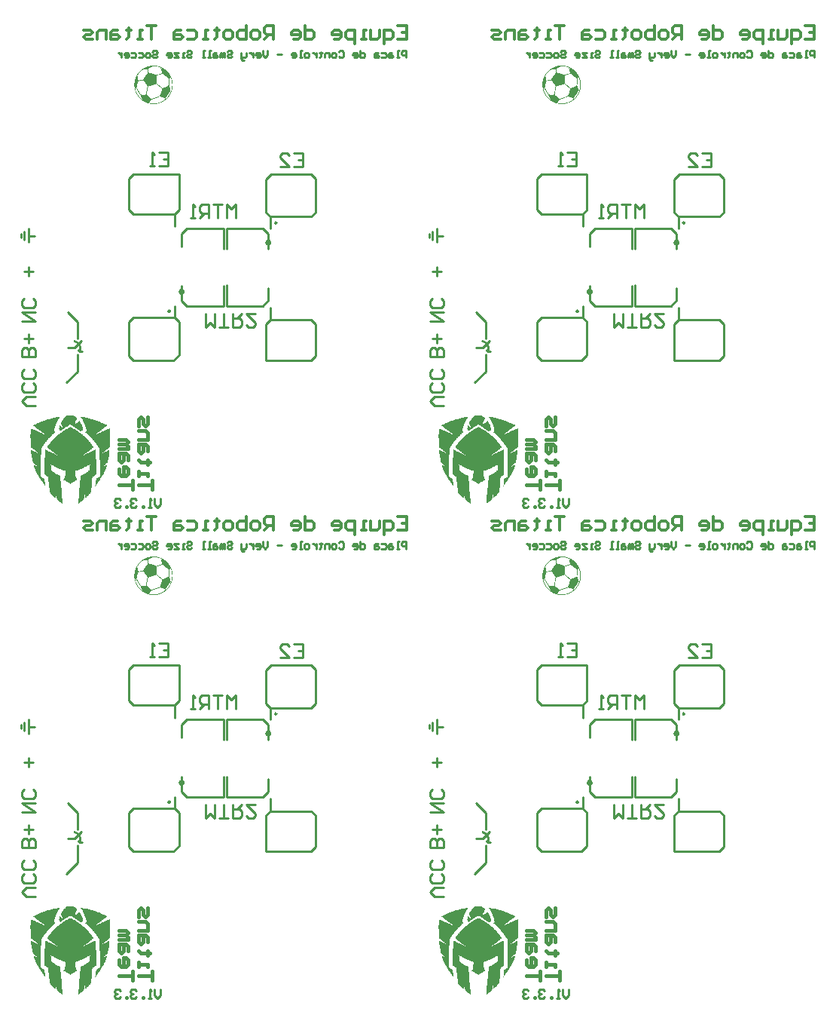
<source format=gbr>
G04*
G04 #@! TF.GenerationSoftware,Altium Limited,Altium Designer,25.4.2 (15)*
G04*
G04 Layer_Color=32896*
%FSLAX44Y44*%
%MOMM*%
G71*
G04*
G04 #@! TF.SameCoordinates,E50F2220-639C-4698-B7CA-9BFD618F9179*
G04*
G04*
G04 #@! TF.FilePolarity,Positive*
G04*
G01*
G75*
%ADD27C,0.2540*%
%ADD47C,0.4000*%
%ADD48C,0.3540*%
G36*
X1122930Y1335720D02*
X1123650D01*
Y1335680D01*
X1124130D01*
Y1335640D01*
X1124490D01*
Y1335600D01*
X1124810D01*
Y1335560D01*
X1125130D01*
Y1335520D01*
X1125370D01*
Y1335480D01*
X1125610D01*
Y1335440D01*
X1125850D01*
Y1335400D01*
X1126050D01*
Y1335360D01*
X1126290D01*
Y1335320D01*
X1126450D01*
Y1335280D01*
X1126650D01*
Y1335240D01*
X1126850D01*
Y1335200D01*
X1127010D01*
Y1335160D01*
X1127170D01*
Y1335120D01*
X1127330D01*
Y1335080D01*
X1127490D01*
Y1335040D01*
X1127650D01*
Y1335000D01*
X1127770D01*
Y1334960D01*
X1127930D01*
Y1334920D01*
X1128050D01*
Y1334880D01*
X1128210D01*
Y1334840D01*
X1128330D01*
Y1334800D01*
X1128450D01*
Y1334760D01*
X1128610D01*
Y1334720D01*
X1128690D01*
Y1334680D01*
X1128810D01*
Y1334640D01*
X1128930D01*
Y1334600D01*
X1129050D01*
Y1334560D01*
X1129170D01*
Y1334520D01*
X1129290D01*
Y1334480D01*
X1129410D01*
Y1334440D01*
X1129530D01*
Y1334400D01*
X1129610D01*
Y1334360D01*
X1129730D01*
Y1334320D01*
X1129810D01*
Y1334280D01*
X1129930D01*
Y1334240D01*
X1130050D01*
Y1334200D01*
X1130130D01*
Y1334160D01*
X1130250D01*
Y1334120D01*
X1130330D01*
Y1334080D01*
X1130410D01*
Y1334040D01*
X1130530D01*
Y1334000D01*
X1130610D01*
Y1333960D01*
X1130690D01*
Y1333920D01*
X1130770D01*
Y1333880D01*
X1130890D01*
Y1333840D01*
X1130970D01*
Y1333800D01*
X1131050D01*
Y1333760D01*
X1131130D01*
Y1333720D01*
X1131210D01*
Y1333680D01*
X1131330D01*
Y1333640D01*
X1131410D01*
Y1333600D01*
X1131490D01*
Y1333560D01*
X1131570D01*
Y1333520D01*
X1131650D01*
Y1333480D01*
X1131730D01*
Y1333440D01*
X1131810D01*
Y1333400D01*
X1131890D01*
Y1333360D01*
X1131970D01*
Y1333320D01*
X1132050D01*
Y1333280D01*
X1132090D01*
Y1333240D01*
X1132170D01*
Y1333200D01*
X1132250D01*
Y1333160D01*
X1132330D01*
Y1333120D01*
X1132410D01*
Y1333080D01*
X1132490D01*
Y1333040D01*
X1132530D01*
Y1333000D01*
X1132610D01*
Y1332960D01*
X1132690D01*
Y1332920D01*
X1132770D01*
Y1332880D01*
X1132810D01*
Y1332840D01*
X1132890D01*
Y1332800D01*
X1132970D01*
Y1332760D01*
X1133050D01*
Y1332720D01*
X1133090D01*
Y1332680D01*
X1133170D01*
Y1332640D01*
X1133250D01*
Y1332600D01*
X1133290D01*
Y1332560D01*
X1133370D01*
Y1332520D01*
X1133410D01*
Y1332480D01*
X1133490D01*
Y1332440D01*
X1133570D01*
Y1332400D01*
X1133610D01*
Y1332360D01*
X1133690D01*
Y1332320D01*
X1133730D01*
Y1332280D01*
X1133810D01*
Y1332240D01*
X1133850D01*
Y1332200D01*
X1133930D01*
Y1332160D01*
X1133970D01*
Y1332120D01*
X1134050D01*
Y1332080D01*
X1134090D01*
Y1332040D01*
X1134170D01*
Y1332000D01*
X1134210D01*
Y1331960D01*
X1134290D01*
Y1331920D01*
X1134330D01*
Y1331880D01*
X1134410D01*
Y1331840D01*
X1134450D01*
Y1331800D01*
X1134490D01*
Y1331760D01*
X1134570D01*
Y1331720D01*
X1134610D01*
Y1331680D01*
X1134690D01*
Y1331640D01*
X1134730D01*
Y1331600D01*
X1134770D01*
Y1331560D01*
X1134850D01*
Y1331520D01*
X1134890D01*
Y1331480D01*
X1134930D01*
Y1331440D01*
X1135010D01*
Y1331400D01*
X1135050D01*
Y1331360D01*
X1135090D01*
Y1331320D01*
X1135170D01*
Y1331280D01*
X1135210D01*
Y1331240D01*
X1135250D01*
Y1331200D01*
X1135290D01*
Y1331160D01*
X1135370D01*
Y1331120D01*
X1135410D01*
Y1331080D01*
X1135450D01*
Y1331040D01*
X1135530D01*
Y1331000D01*
X1135570D01*
Y1330960D01*
X1135610D01*
Y1330920D01*
X1135650D01*
Y1330880D01*
X1135730D01*
Y1330840D01*
X1135770D01*
Y1330800D01*
X1135810D01*
Y1330760D01*
X1135850D01*
Y1330720D01*
X1135890D01*
Y1330680D01*
X1135970D01*
Y1330640D01*
X1136010D01*
Y1330600D01*
X1136050D01*
Y1330560D01*
X1136090D01*
Y1330520D01*
X1136130D01*
Y1330480D01*
X1136170D01*
Y1330440D01*
X1136250D01*
Y1330400D01*
X1136290D01*
Y1330360D01*
X1136330D01*
Y1330320D01*
X1136370D01*
Y1330280D01*
X1136410D01*
Y1330240D01*
X1136450D01*
Y1330200D01*
X1136490D01*
Y1330160D01*
X1136530D01*
Y1330120D01*
X1136570D01*
Y1330080D01*
X1136650D01*
Y1330040D01*
X1136690D01*
Y1330000D01*
X1136730D01*
Y1329960D01*
X1136770D01*
Y1329920D01*
X1136810D01*
Y1329880D01*
X1136850D01*
Y1329840D01*
X1136890D01*
Y1329800D01*
X1136930D01*
Y1329760D01*
X1136970D01*
Y1329720D01*
X1137010D01*
Y1329680D01*
X1137050D01*
Y1329640D01*
X1137090D01*
Y1329600D01*
X1137130D01*
Y1329560D01*
X1137170D01*
Y1329520D01*
X1137210D01*
Y1329480D01*
X1137250D01*
Y1329440D01*
X1137290D01*
Y1329400D01*
X1137330D01*
Y1329360D01*
X1137370D01*
Y1329320D01*
X1137410D01*
Y1329280D01*
X1137450D01*
Y1329240D01*
X1137490D01*
Y1329200D01*
X1137530D01*
Y1329160D01*
X1137570D01*
Y1329120D01*
X1137610D01*
Y1329080D01*
X1137650D01*
Y1329040D01*
X1137690D01*
Y1329000D01*
X1137730D01*
Y1328960D01*
X1137770D01*
Y1328920D01*
X1137810D01*
Y1328880D01*
X1137850D01*
Y1328840D01*
X1137890D01*
Y1328800D01*
X1137930D01*
Y1328720D01*
X1137970D01*
Y1328680D01*
X1138010D01*
Y1328640D01*
X1138050D01*
Y1328600D01*
X1138090D01*
Y1328560D01*
X1138130D01*
Y1328520D01*
X1138170D01*
Y1328480D01*
X1138210D01*
Y1328440D01*
X1138250D01*
Y1328360D01*
X1138290D01*
Y1328320D01*
X1138330D01*
Y1328280D01*
X1138370D01*
Y1328240D01*
X1138410D01*
Y1328200D01*
X1138450D01*
Y1328160D01*
X1138490D01*
Y1328120D01*
X1138530D01*
Y1328040D01*
X1138570D01*
Y1328000D01*
X1138610D01*
Y1327960D01*
X1138650D01*
Y1327920D01*
X1138690D01*
Y1327880D01*
X1138730D01*
Y1327800D01*
X1138770D01*
Y1327760D01*
X1138810D01*
Y1327720D01*
X1138850D01*
Y1327680D01*
X1138890D01*
Y1327600D01*
X1138930D01*
Y1327560D01*
X1138970D01*
Y1327520D01*
X1139010D01*
Y1327440D01*
X1139050D01*
Y1327400D01*
X1139090D01*
Y1327360D01*
X1139130D01*
Y1327320D01*
X1139170D01*
Y1327240D01*
X1139210D01*
Y1327200D01*
X1139250D01*
Y1327160D01*
X1139290D01*
Y1327080D01*
X1139330D01*
Y1327040D01*
X1139370D01*
Y1327000D01*
X1139410D01*
Y1326920D01*
X1139450D01*
Y1326880D01*
X1139490D01*
Y1326840D01*
X1139530D01*
Y1326760D01*
X1139570D01*
Y1326720D01*
X1139610D01*
Y1326640D01*
X1139650D01*
Y1326600D01*
X1139690D01*
Y1326520D01*
X1139730D01*
Y1326480D01*
X1139770D01*
Y1326440D01*
X1139810D01*
Y1326360D01*
X1139850D01*
Y1326320D01*
X1139890D01*
Y1326240D01*
X1139930D01*
Y1326200D01*
X1139970D01*
Y1326120D01*
X1140010D01*
Y1326080D01*
X1140050D01*
Y1326000D01*
X1140090D01*
Y1325960D01*
X1140130D01*
Y1325880D01*
X1140170D01*
Y1325840D01*
X1140210D01*
Y1325760D01*
X1140250D01*
Y1325680D01*
X1140290D01*
Y1325640D01*
X1140330D01*
Y1325560D01*
X1140370D01*
Y1325520D01*
X1140410D01*
Y1325440D01*
X1140450D01*
Y1325360D01*
X1140490D01*
Y1325320D01*
X1140530D01*
Y1325240D01*
X1140570D01*
Y1325160D01*
X1140610D01*
Y1325120D01*
X1140650D01*
Y1325040D01*
X1140690D01*
Y1324960D01*
X1140730D01*
Y1324920D01*
X1140770D01*
Y1324840D01*
X1140810D01*
Y1324760D01*
X1140850D01*
Y1324680D01*
X1140890D01*
Y1324600D01*
X1140930D01*
Y1324560D01*
X1140970D01*
Y1324480D01*
X1141010D01*
Y1324400D01*
X1141050D01*
Y1324320D01*
X1141090D01*
Y1324240D01*
X1141130D01*
Y1324200D01*
X1141170D01*
Y1324080D01*
X1141210D01*
Y1324000D01*
X1141250D01*
Y1323960D01*
X1141290D01*
Y1323880D01*
X1141330D01*
Y1323800D01*
X1141370D01*
Y1323720D01*
X1141410D01*
Y1323640D01*
X1141450D01*
Y1323520D01*
X1141490D01*
Y1323480D01*
X1141530D01*
Y1323360D01*
X1141570D01*
Y1323280D01*
X1141610D01*
Y1323200D01*
X1141650D01*
Y1323120D01*
X1141690D01*
Y1323040D01*
X1141730D01*
Y1322960D01*
X1141770D01*
Y1322840D01*
X1141810D01*
Y1322760D01*
X1141850D01*
Y1322680D01*
X1141890D01*
Y1322560D01*
X1141930D01*
Y1322480D01*
X1141970D01*
Y1322360D01*
X1142010D01*
Y1322280D01*
X1142050D01*
Y1322200D01*
X1142090D01*
Y1322080D01*
X1142130D01*
Y1321960D01*
X1142170D01*
Y1321880D01*
X1142210D01*
Y1321760D01*
X1142250D01*
Y1321680D01*
X1142290D01*
Y1321560D01*
X1142330D01*
Y1321440D01*
X1142370D01*
Y1321320D01*
X1142410D01*
Y1321200D01*
X1142450D01*
Y1321120D01*
X1142490D01*
Y1320960D01*
X1142530D01*
Y1320880D01*
X1142570D01*
Y1320720D01*
X1142610D01*
Y1320600D01*
X1142650D01*
Y1320480D01*
X1142690D01*
Y1320360D01*
X1142730D01*
Y1320200D01*
X1142770D01*
Y1320080D01*
X1142810D01*
Y1319920D01*
X1142850D01*
Y1319800D01*
X1142890D01*
Y1319640D01*
X1142930D01*
Y1319480D01*
X1142970D01*
Y1319320D01*
X1143010D01*
Y1319160D01*
X1143050D01*
Y1318960D01*
X1143090D01*
Y1318800D01*
X1143130D01*
Y1318640D01*
X1143170D01*
Y1318440D01*
X1143210D01*
Y1318200D01*
X1143250D01*
Y1318000D01*
X1143290D01*
Y1317760D01*
X1143330D01*
Y1317520D01*
X1143370D01*
Y1317280D01*
X1143410D01*
Y1316960D01*
X1143450D01*
Y1316640D01*
X1143490D01*
Y1316280D01*
X1143530D01*
Y1315800D01*
X1143570D01*
Y1315120D01*
X1143610D01*
Y1313200D01*
X1143570D01*
Y1312480D01*
X1143530D01*
Y1312000D01*
X1143490D01*
Y1311600D01*
X1143450D01*
Y1311320D01*
X1143410D01*
Y1311040D01*
X1143370D01*
Y1310760D01*
X1143330D01*
Y1310520D01*
X1143290D01*
Y1310280D01*
X1143250D01*
Y1310040D01*
X1143210D01*
Y1309840D01*
X1143170D01*
Y1309640D01*
X1143130D01*
Y1309480D01*
X1143090D01*
Y1309280D01*
X1143050D01*
Y1309120D01*
X1143010D01*
Y1308960D01*
X1142970D01*
Y1308800D01*
X1142930D01*
Y1308640D01*
X1142890D01*
Y1308480D01*
X1142850D01*
Y1308360D01*
X1142810D01*
Y1308200D01*
X1142770D01*
Y1308080D01*
X1142730D01*
Y1307920D01*
X1142690D01*
Y1307800D01*
X1142650D01*
Y1307680D01*
X1142610D01*
Y1307520D01*
X1142570D01*
Y1307440D01*
X1142530D01*
Y1307280D01*
X1142490D01*
Y1307160D01*
X1142450D01*
Y1307040D01*
X1142410D01*
Y1306920D01*
X1142370D01*
Y1306840D01*
X1142330D01*
Y1306720D01*
X1142290D01*
Y1306600D01*
X1142250D01*
Y1306480D01*
X1142210D01*
Y1306400D01*
X1142170D01*
Y1306280D01*
X1142130D01*
Y1306200D01*
X1142090D01*
Y1306080D01*
X1142050D01*
Y1306000D01*
X1142010D01*
Y1305880D01*
X1141970D01*
Y1305800D01*
X1141930D01*
Y1305720D01*
X1141890D01*
Y1305600D01*
X1141850D01*
Y1305520D01*
X1141810D01*
Y1305440D01*
X1141770D01*
Y1305320D01*
X1141730D01*
Y1305240D01*
X1141690D01*
Y1305160D01*
X1141650D01*
Y1305080D01*
X1141610D01*
Y1304960D01*
X1141570D01*
Y1304880D01*
X1141530D01*
Y1304800D01*
X1141490D01*
Y1304720D01*
X1141450D01*
Y1304640D01*
X1141410D01*
Y1304560D01*
X1141370D01*
Y1304480D01*
X1141330D01*
Y1304400D01*
X1141290D01*
Y1304320D01*
X1141250D01*
Y1304240D01*
X1141210D01*
Y1304160D01*
X1141170D01*
Y1304080D01*
X1141130D01*
Y1304040D01*
X1141090D01*
Y1303960D01*
X1141050D01*
Y1303880D01*
X1141010D01*
Y1303800D01*
X1140970D01*
Y1303720D01*
X1140930D01*
Y1303640D01*
X1140890D01*
Y1303560D01*
X1140850D01*
Y1303520D01*
X1140810D01*
Y1303440D01*
X1140770D01*
Y1303360D01*
X1140730D01*
Y1303280D01*
X1140690D01*
Y1303240D01*
X1140650D01*
Y1303160D01*
X1140610D01*
Y1303080D01*
X1140570D01*
Y1303040D01*
X1140530D01*
Y1302960D01*
X1140490D01*
Y1302880D01*
X1140450D01*
Y1302840D01*
X1140410D01*
Y1302760D01*
X1140370D01*
Y1302680D01*
X1140330D01*
Y1302640D01*
X1140290D01*
Y1302560D01*
X1140250D01*
Y1302520D01*
X1140210D01*
Y1302440D01*
X1140170D01*
Y1302400D01*
X1140130D01*
Y1302320D01*
X1140090D01*
Y1302280D01*
X1140050D01*
Y1302200D01*
X1140010D01*
Y1302160D01*
X1139970D01*
Y1302080D01*
X1139930D01*
Y1302000D01*
X1139890D01*
Y1301960D01*
X1139850D01*
Y1301920D01*
X1139810D01*
Y1301840D01*
X1139770D01*
Y1301800D01*
X1139730D01*
Y1301720D01*
X1139690D01*
Y1301680D01*
X1139650D01*
Y1301640D01*
X1139610D01*
Y1301560D01*
X1139570D01*
Y1301520D01*
X1139530D01*
Y1301440D01*
X1139490D01*
Y1301400D01*
X1139450D01*
Y1301360D01*
X1139410D01*
Y1301280D01*
X1139370D01*
Y1301240D01*
X1139330D01*
Y1301160D01*
X1139290D01*
Y1301120D01*
X1139250D01*
Y1301080D01*
X1139210D01*
Y1301000D01*
X1139170D01*
Y1300960D01*
X1139130D01*
Y1300920D01*
X1139090D01*
Y1300880D01*
X1139050D01*
Y1300800D01*
X1139010D01*
Y1300760D01*
X1138970D01*
Y1300720D01*
X1138930D01*
Y1300680D01*
X1138890D01*
Y1300600D01*
X1138850D01*
Y1300560D01*
X1138810D01*
Y1300520D01*
X1138770D01*
Y1300480D01*
X1138730D01*
Y1300400D01*
X1138690D01*
Y1300360D01*
X1138650D01*
Y1300320D01*
X1138610D01*
Y1300280D01*
X1138570D01*
Y1300240D01*
X1138530D01*
Y1300160D01*
X1138490D01*
Y1300120D01*
X1138450D01*
Y1300080D01*
X1138410D01*
Y1300040D01*
X1138370D01*
Y1300000D01*
X1138330D01*
Y1299920D01*
X1138290D01*
Y1299880D01*
X1138250D01*
Y1299840D01*
X1138210D01*
Y1299800D01*
X1138170D01*
Y1299760D01*
X1138130D01*
Y1299720D01*
X1138090D01*
Y1299680D01*
X1138050D01*
Y1299640D01*
X1138010D01*
Y1299560D01*
X1137970D01*
Y1299520D01*
X1137930D01*
Y1299480D01*
X1137890D01*
Y1299440D01*
X1137850D01*
Y1299400D01*
X1137810D01*
Y1299360D01*
X1137770D01*
Y1299320D01*
X1137730D01*
Y1299280D01*
X1137690D01*
Y1299240D01*
X1137650D01*
Y1299200D01*
X1137610D01*
Y1299160D01*
X1137570D01*
Y1299120D01*
X1137530D01*
Y1299080D01*
X1137490D01*
Y1299040D01*
X1137450D01*
Y1299000D01*
X1137410D01*
Y1298960D01*
X1137370D01*
Y1298920D01*
X1137330D01*
Y1298880D01*
X1137290D01*
Y1298840D01*
X1137250D01*
Y1298800D01*
X1137210D01*
Y1298760D01*
X1137170D01*
Y1298720D01*
X1137130D01*
Y1298680D01*
X1137090D01*
Y1298640D01*
X1137050D01*
Y1298600D01*
X1137010D01*
Y1298560D01*
X1136970D01*
Y1298520D01*
X1136930D01*
Y1298480D01*
X1136890D01*
Y1298440D01*
X1136850D01*
Y1298400D01*
X1136810D01*
Y1298360D01*
X1136770D01*
Y1298320D01*
X1136730D01*
Y1298280D01*
X1136690D01*
Y1298240D01*
X1136650D01*
Y1298200D01*
X1136610D01*
Y1298160D01*
X1136570D01*
Y1298120D01*
X1136490D01*
Y1298080D01*
X1136450D01*
Y1298040D01*
X1136410D01*
Y1298000D01*
X1136370D01*
Y1297960D01*
X1136330D01*
Y1297920D01*
X1136290D01*
Y1297880D01*
X1136250D01*
Y1297840D01*
X1136210D01*
Y1297800D01*
X1136130D01*
Y1297760D01*
X1136090D01*
Y1297720D01*
X1136050D01*
Y1297680D01*
X1136010D01*
Y1297640D01*
X1135970D01*
Y1297600D01*
X1135930D01*
Y1297560D01*
X1135850D01*
Y1297520D01*
X1135810D01*
Y1297480D01*
X1135770D01*
Y1297440D01*
X1135730D01*
Y1297400D01*
X1135650D01*
Y1297360D01*
X1135610D01*
Y1297320D01*
X1135570D01*
Y1297280D01*
X1135530D01*
Y1297240D01*
X1135450D01*
Y1297200D01*
X1135410D01*
Y1297160D01*
X1135370D01*
Y1297120D01*
X1135330D01*
Y1297080D01*
X1135250D01*
Y1297040D01*
X1135210D01*
Y1297000D01*
X1135170D01*
Y1296960D01*
X1135130D01*
Y1296920D01*
X1135050D01*
Y1296880D01*
X1135010D01*
Y1296840D01*
X1134970D01*
Y1296800D01*
X1134890D01*
Y1296760D01*
X1134850D01*
Y1296720D01*
X1134770D01*
Y1296680D01*
X1134730D01*
Y1296640D01*
X1134690D01*
Y1296600D01*
X1134610D01*
Y1296560D01*
X1134570D01*
Y1296520D01*
X1134530D01*
Y1296480D01*
X1134450D01*
Y1296440D01*
X1134410D01*
Y1296400D01*
X1134330D01*
Y1296360D01*
X1134290D01*
Y1296320D01*
X1134210D01*
Y1296280D01*
X1134170D01*
Y1296240D01*
X1134130D01*
Y1296200D01*
X1134050D01*
Y1296160D01*
X1134010D01*
Y1296120D01*
X1133930D01*
Y1296080D01*
X1133890D01*
Y1296040D01*
X1133810D01*
Y1296000D01*
X1133770D01*
Y1295960D01*
X1133690D01*
Y1295920D01*
X1133610D01*
Y1295880D01*
X1133570D01*
Y1295840D01*
X1133490D01*
Y1295800D01*
X1133410D01*
Y1295760D01*
X1133370D01*
Y1295720D01*
X1133290D01*
Y1295680D01*
X1133250D01*
Y1295640D01*
X1133170D01*
Y1295600D01*
X1133090D01*
Y1295560D01*
X1133050D01*
Y1295520D01*
X1132970D01*
Y1295480D01*
X1132890D01*
Y1295440D01*
X1132850D01*
Y1295400D01*
X1132770D01*
Y1295360D01*
X1132690D01*
Y1295320D01*
X1132610D01*
Y1295280D01*
X1132570D01*
Y1295240D01*
X1132490D01*
Y1295200D01*
X1132410D01*
Y1295160D01*
X1132330D01*
Y1295120D01*
X1132250D01*
Y1295080D01*
X1132210D01*
Y1295040D01*
X1132130D01*
Y1295000D01*
X1132050D01*
Y1294960D01*
X1131970D01*
Y1294920D01*
X1131890D01*
Y1294880D01*
X1131810D01*
Y1294840D01*
X1131730D01*
Y1294800D01*
X1131650D01*
Y1294760D01*
X1131570D01*
Y1294720D01*
X1131490D01*
Y1294680D01*
X1131410D01*
Y1294640D01*
X1131330D01*
Y1294600D01*
X1131210D01*
Y1294560D01*
X1131130D01*
Y1294520D01*
X1131050D01*
Y1294480D01*
X1130970D01*
Y1294440D01*
X1130890D01*
Y1294400D01*
X1130810D01*
Y1294360D01*
X1130690D01*
Y1294320D01*
X1130610D01*
Y1294280D01*
X1130530D01*
Y1294240D01*
X1130410D01*
Y1294200D01*
X1130330D01*
Y1294160D01*
X1130250D01*
Y1294120D01*
X1130130D01*
Y1294080D01*
X1130050D01*
Y1294040D01*
X1129930D01*
Y1294000D01*
X1129850D01*
Y1293960D01*
X1129730D01*
Y1293920D01*
X1129650D01*
Y1293880D01*
X1129530D01*
Y1293840D01*
X1129410D01*
Y1293800D01*
X1129290D01*
Y1293760D01*
X1129210D01*
Y1293720D01*
X1129090D01*
Y1293680D01*
X1128970D01*
Y1293640D01*
X1128850D01*
Y1293600D01*
X1128690D01*
Y1293560D01*
X1128610D01*
Y1293520D01*
X1128450D01*
Y1293480D01*
X1128330D01*
Y1293440D01*
X1128210D01*
Y1293400D01*
X1128050D01*
Y1293360D01*
X1127930D01*
Y1293320D01*
X1127770D01*
Y1293280D01*
X1127650D01*
Y1293240D01*
X1127490D01*
Y1293200D01*
X1127330D01*
Y1293160D01*
X1127170D01*
Y1293120D01*
X1127010D01*
Y1293080D01*
X1126850D01*
Y1293040D01*
X1126650D01*
Y1293000D01*
X1126490D01*
Y1292960D01*
X1126290D01*
Y1292920D01*
X1126090D01*
Y1292880D01*
X1125850D01*
Y1292840D01*
X1125650D01*
Y1292800D01*
X1125370D01*
Y1292760D01*
X1125090D01*
Y1292720D01*
X1124850D01*
Y1292680D01*
X1124490D01*
Y1292640D01*
X1124130D01*
Y1292600D01*
X1123650D01*
Y1292560D01*
X1122930D01*
Y1292520D01*
X1121010D01*
Y1292560D01*
X1120290D01*
Y1292600D01*
X1119850D01*
Y1292640D01*
X1119490D01*
Y1292680D01*
X1119170D01*
Y1292720D01*
X1118850D01*
Y1292760D01*
X1118610D01*
Y1292800D01*
X1118370D01*
Y1292840D01*
X1118130D01*
Y1292880D01*
X1117930D01*
Y1292920D01*
X1117690D01*
Y1292960D01*
X1117490D01*
Y1293000D01*
X1117330D01*
Y1293040D01*
X1117170D01*
Y1293080D01*
X1116970D01*
Y1293120D01*
X1116810D01*
Y1293160D01*
X1116650D01*
Y1293200D01*
X1116490D01*
Y1293240D01*
X1116330D01*
Y1293280D01*
X1116210D01*
Y1293320D01*
X1116050D01*
Y1293360D01*
X1115930D01*
Y1293400D01*
X1115770D01*
Y1293440D01*
X1115650D01*
Y1293480D01*
X1115530D01*
Y1293520D01*
X1115410D01*
Y1293560D01*
X1115250D01*
Y1293600D01*
X1115170D01*
Y1293640D01*
X1115010D01*
Y1293680D01*
X1114930D01*
Y1293720D01*
X1114810D01*
Y1293760D01*
X1114690D01*
Y1293800D01*
X1114570D01*
Y1293840D01*
X1114450D01*
Y1293880D01*
X1114370D01*
Y1293920D01*
X1114250D01*
Y1293960D01*
X1114170D01*
Y1294000D01*
X1114050D01*
Y1294040D01*
X1113970D01*
Y1294080D01*
X1113850D01*
Y1294120D01*
X1113770D01*
Y1294160D01*
X1113650D01*
Y1294200D01*
X1113570D01*
Y1294240D01*
X1113450D01*
Y1294280D01*
X1113370D01*
Y1294320D01*
X1113290D01*
Y1294360D01*
X1113170D01*
Y1294400D01*
X1113090D01*
Y1294440D01*
X1113010D01*
Y1294480D01*
X1112930D01*
Y1294520D01*
X1112850D01*
Y1294560D01*
X1112770D01*
Y1294600D01*
X1112650D01*
Y1294640D01*
X1112610D01*
Y1294680D01*
X1112490D01*
Y1294720D01*
X1112410D01*
Y1294760D01*
X1112330D01*
Y1294800D01*
X1112250D01*
Y1294840D01*
X1112210D01*
Y1294880D01*
X1112130D01*
Y1294920D01*
X1112010D01*
Y1294960D01*
X1111930D01*
Y1295000D01*
X1111890D01*
Y1295040D01*
X1111810D01*
Y1295080D01*
X1111730D01*
Y1295120D01*
X1111650D01*
Y1295160D01*
X1111570D01*
Y1295200D01*
X1111490D01*
Y1295240D01*
X1111410D01*
Y1295280D01*
X1111370D01*
Y1295320D01*
X1111290D01*
Y1295360D01*
X1111210D01*
Y1295400D01*
X1111170D01*
Y1295440D01*
X1111090D01*
Y1295480D01*
X1111010D01*
Y1295520D01*
X1110970D01*
Y1295560D01*
X1110890D01*
Y1295600D01*
X1110810D01*
Y1295640D01*
X1110770D01*
Y1295680D01*
X1110690D01*
Y1295720D01*
X1110610D01*
Y1295760D01*
X1110570D01*
Y1295800D01*
X1110490D01*
Y1295840D01*
X1110450D01*
Y1295880D01*
X1110370D01*
Y1295920D01*
X1110290D01*
Y1295960D01*
X1110250D01*
Y1296000D01*
X1110170D01*
Y1296040D01*
X1110130D01*
Y1296080D01*
X1110050D01*
Y1296120D01*
X1110010D01*
Y1296160D01*
X1109930D01*
Y1296200D01*
X1109890D01*
Y1296240D01*
X1109810D01*
Y1296280D01*
X1109770D01*
Y1296320D01*
X1109690D01*
Y1296360D01*
X1109650D01*
Y1296400D01*
X1109570D01*
Y1296440D01*
X1109530D01*
Y1296480D01*
X1109490D01*
Y1296520D01*
X1109410D01*
Y1296560D01*
X1109370D01*
Y1296600D01*
X1109290D01*
Y1296640D01*
X1109250D01*
Y1296680D01*
X1109210D01*
Y1296720D01*
X1109130D01*
Y1296760D01*
X1109090D01*
Y1296800D01*
X1109050D01*
Y1296840D01*
X1108970D01*
Y1296880D01*
X1108930D01*
Y1296920D01*
X1108890D01*
Y1296960D01*
X1108810D01*
Y1297000D01*
X1108770D01*
Y1297040D01*
X1108730D01*
Y1297080D01*
X1108650D01*
Y1297120D01*
X1108610D01*
Y1297160D01*
X1108570D01*
Y1297200D01*
X1108530D01*
Y1297240D01*
X1108450D01*
Y1297280D01*
X1108410D01*
Y1297320D01*
X1108370D01*
Y1297360D01*
X1108330D01*
Y1297400D01*
X1108290D01*
Y1297440D01*
X1108210D01*
Y1297480D01*
X1108170D01*
Y1297520D01*
X1108130D01*
Y1297560D01*
X1108090D01*
Y1297600D01*
X1108010D01*
Y1297640D01*
X1107970D01*
Y1297680D01*
X1107930D01*
Y1297720D01*
X1107890D01*
Y1297760D01*
X1107850D01*
Y1297800D01*
X1107810D01*
Y1297840D01*
X1107770D01*
Y1297880D01*
X1107690D01*
Y1297920D01*
X1107650D01*
Y1297960D01*
X1107610D01*
Y1298000D01*
X1107570D01*
Y1298040D01*
X1107530D01*
Y1298080D01*
X1107490D01*
Y1298120D01*
X1107450D01*
Y1298160D01*
X1107410D01*
Y1298200D01*
X1107330D01*
Y1298240D01*
X1107290D01*
Y1298280D01*
X1107250D01*
Y1298320D01*
X1107210D01*
Y1298360D01*
X1107170D01*
Y1298400D01*
X1107130D01*
Y1298440D01*
X1107090D01*
Y1298480D01*
X1107050D01*
Y1298520D01*
X1107010D01*
Y1298560D01*
X1106970D01*
Y1298600D01*
X1106930D01*
Y1298640D01*
X1106890D01*
Y1298680D01*
X1106850D01*
Y1298720D01*
X1106810D01*
Y1298760D01*
X1106770D01*
Y1298800D01*
X1106730D01*
Y1298840D01*
X1106690D01*
Y1298880D01*
X1106650D01*
Y1298920D01*
X1106610D01*
Y1298960D01*
X1106570D01*
Y1299000D01*
X1106530D01*
Y1299040D01*
X1106490D01*
Y1299080D01*
X1106450D01*
Y1299120D01*
X1106410D01*
Y1299160D01*
X1106370D01*
Y1299200D01*
X1106330D01*
Y1299240D01*
X1106290D01*
Y1299280D01*
X1106250D01*
Y1299320D01*
X1106210D01*
Y1299360D01*
X1106170D01*
Y1299400D01*
X1106130D01*
Y1299440D01*
X1106090D01*
Y1299480D01*
X1106050D01*
Y1299560D01*
X1106010D01*
Y1299600D01*
X1105970D01*
Y1299640D01*
X1105930D01*
Y1299680D01*
X1105890D01*
Y1299720D01*
X1105850D01*
Y1299760D01*
X1105810D01*
Y1299800D01*
X1105770D01*
Y1299840D01*
X1105730D01*
Y1299920D01*
X1105690D01*
Y1299960D01*
X1105650D01*
Y1300000D01*
X1105610D01*
Y1300040D01*
X1105570D01*
Y1300080D01*
X1105530D01*
Y1300120D01*
X1105490D01*
Y1300160D01*
X1105450D01*
Y1300240D01*
X1105410D01*
Y1300280D01*
X1105370D01*
Y1300320D01*
X1105330D01*
Y1300360D01*
X1105290D01*
Y1300400D01*
X1105250D01*
Y1300480D01*
X1105210D01*
Y1300520D01*
X1105170D01*
Y1300560D01*
X1105130D01*
Y1300600D01*
X1105090D01*
Y1300680D01*
X1105050D01*
Y1300720D01*
X1105010D01*
Y1300760D01*
X1104970D01*
Y1300840D01*
X1104930D01*
Y1300880D01*
X1104890D01*
Y1300920D01*
X1104850D01*
Y1300960D01*
X1104810D01*
Y1301040D01*
X1104770D01*
Y1301080D01*
X1104730D01*
Y1301120D01*
X1104690D01*
Y1301200D01*
X1104650D01*
Y1301240D01*
X1104610D01*
Y1301280D01*
X1104570D01*
Y1301360D01*
X1104530D01*
Y1301400D01*
X1104490D01*
Y1301440D01*
X1104450D01*
Y1301520D01*
X1104410D01*
Y1301560D01*
X1104370D01*
Y1301640D01*
X1104330D01*
Y1301680D01*
X1104290D01*
Y1301720D01*
X1104250D01*
Y1301800D01*
X1104210D01*
Y1301840D01*
X1104170D01*
Y1301920D01*
X1104130D01*
Y1301960D01*
X1104090D01*
Y1302040D01*
X1104050D01*
Y1302080D01*
X1104010D01*
Y1302160D01*
X1103970D01*
Y1302200D01*
X1103930D01*
Y1302280D01*
X1103890D01*
Y1302320D01*
X1103850D01*
Y1302400D01*
X1103810D01*
Y1302440D01*
X1103770D01*
Y1302520D01*
X1103730D01*
Y1302560D01*
X1103690D01*
Y1302640D01*
X1103650D01*
Y1302720D01*
X1103610D01*
Y1302760D01*
X1103570D01*
Y1302840D01*
X1103530D01*
Y1302880D01*
X1103490D01*
Y1302960D01*
X1103450D01*
Y1303040D01*
X1103410D01*
Y1303120D01*
X1103370D01*
Y1303160D01*
X1103330D01*
Y1303240D01*
X1103290D01*
Y1303320D01*
X1103250D01*
Y1303360D01*
X1103210D01*
Y1303440D01*
X1103170D01*
Y1303520D01*
X1103130D01*
Y1303600D01*
X1103090D01*
Y1303640D01*
X1103050D01*
Y1303720D01*
X1103010D01*
Y1303800D01*
X1102970D01*
Y1303880D01*
X1102930D01*
Y1303960D01*
X1102890D01*
Y1304040D01*
X1102850D01*
Y1304080D01*
X1102810D01*
Y1304160D01*
X1102770D01*
Y1304240D01*
X1102730D01*
Y1304320D01*
X1102690D01*
Y1304400D01*
X1102650D01*
Y1304480D01*
X1102610D01*
Y1304560D01*
X1102570D01*
Y1304640D01*
X1102530D01*
Y1304720D01*
X1102490D01*
Y1304800D01*
X1102450D01*
Y1304920D01*
X1102410D01*
Y1305000D01*
X1102370D01*
Y1305080D01*
X1102330D01*
Y1305160D01*
X1102290D01*
Y1305240D01*
X1102250D01*
Y1305320D01*
X1102210D01*
Y1305440D01*
X1102170D01*
Y1305520D01*
X1102130D01*
Y1305600D01*
X1102090D01*
Y1305720D01*
X1102050D01*
Y1305800D01*
X1102010D01*
Y1305880D01*
X1101970D01*
Y1306000D01*
X1101930D01*
Y1306120D01*
X1101890D01*
Y1306200D01*
X1101850D01*
Y1306320D01*
X1101810D01*
Y1306400D01*
X1101770D01*
Y1306520D01*
X1101730D01*
Y1306600D01*
X1101690D01*
Y1306720D01*
X1101650D01*
Y1306840D01*
X1101610D01*
Y1306960D01*
X1101570D01*
Y1307080D01*
X1101530D01*
Y1307200D01*
X1101490D01*
Y1307320D01*
X1101450D01*
Y1307440D01*
X1101410D01*
Y1307520D01*
X1101370D01*
Y1307680D01*
X1101330D01*
Y1307800D01*
X1101290D01*
Y1307920D01*
X1101250D01*
Y1308080D01*
X1101210D01*
Y1308200D01*
X1101170D01*
Y1308360D01*
X1101130D01*
Y1308480D01*
X1101090D01*
Y1308640D01*
X1101050D01*
Y1308800D01*
X1101010D01*
Y1308960D01*
X1100970D01*
Y1309120D01*
X1100930D01*
Y1309280D01*
X1100890D01*
Y1309480D01*
X1100850D01*
Y1309680D01*
X1100810D01*
Y1309840D01*
X1100770D01*
Y1310080D01*
X1100730D01*
Y1310280D01*
X1100690D01*
Y1310520D01*
X1100650D01*
Y1310760D01*
X1100610D01*
Y1311000D01*
X1100570D01*
Y1311320D01*
X1100530D01*
Y1311640D01*
X1100490D01*
Y1312000D01*
X1100450D01*
Y1312440D01*
X1100410D01*
Y1313160D01*
X1100370D01*
Y1315120D01*
X1100410D01*
Y1315800D01*
X1100450D01*
Y1316280D01*
X1100490D01*
Y1316640D01*
X1100530D01*
Y1316960D01*
X1100570D01*
Y1317240D01*
X1100610D01*
Y1317520D01*
X1100650D01*
Y1317760D01*
X1100690D01*
Y1318000D01*
X1100730D01*
Y1318240D01*
X1100770D01*
Y1318440D01*
X1100810D01*
Y1318600D01*
X1100850D01*
Y1318800D01*
X1100890D01*
Y1319000D01*
X1100930D01*
Y1319160D01*
X1100970D01*
Y1319320D01*
X1101010D01*
Y1319480D01*
X1101050D01*
Y1319640D01*
X1101090D01*
Y1319800D01*
X1101130D01*
Y1319920D01*
X1101170D01*
Y1320080D01*
X1101210D01*
Y1320200D01*
X1101250D01*
Y1320320D01*
X1101290D01*
Y1320480D01*
X1101330D01*
Y1320600D01*
X1101370D01*
Y1320720D01*
X1101410D01*
Y1320840D01*
X1101450D01*
Y1320960D01*
X1101490D01*
Y1321080D01*
X1101530D01*
Y1321200D01*
X1101570D01*
Y1321320D01*
X1101610D01*
Y1321440D01*
X1101650D01*
Y1321560D01*
X1101690D01*
Y1321640D01*
X1101730D01*
Y1321760D01*
X1101770D01*
Y1321880D01*
X1101810D01*
Y1321960D01*
X1101850D01*
Y1322080D01*
X1101890D01*
Y1322160D01*
X1101930D01*
Y1322280D01*
X1101970D01*
Y1322360D01*
X1102010D01*
Y1322480D01*
X1102050D01*
Y1322560D01*
X1102090D01*
Y1322640D01*
X1102130D01*
Y1322760D01*
X1102170D01*
Y1322840D01*
X1102210D01*
Y1322920D01*
X1102250D01*
Y1323000D01*
X1102290D01*
Y1323120D01*
X1102330D01*
Y1323200D01*
X1102370D01*
Y1323280D01*
X1102410D01*
Y1323360D01*
X1102450D01*
Y1323440D01*
X1102490D01*
Y1323520D01*
X1102530D01*
Y1323640D01*
X1102570D01*
Y1323720D01*
X1102610D01*
Y1323760D01*
X1102650D01*
Y1323880D01*
X1102690D01*
Y1323960D01*
X1102730D01*
Y1324040D01*
X1102770D01*
Y1324080D01*
X1102810D01*
Y1324160D01*
X1102850D01*
Y1324240D01*
X1102890D01*
Y1324320D01*
X1102930D01*
Y1324400D01*
X1102970D01*
Y1324480D01*
X1103010D01*
Y1324520D01*
X1103050D01*
Y1324600D01*
X1103090D01*
Y1324680D01*
X1103130D01*
Y1324760D01*
X1103170D01*
Y1324840D01*
X1103210D01*
Y1324880D01*
X1103250D01*
Y1324960D01*
X1103290D01*
Y1325040D01*
X1103330D01*
Y1325120D01*
X1103370D01*
Y1325160D01*
X1103410D01*
Y1325240D01*
X1103450D01*
Y1325320D01*
X1103490D01*
Y1325360D01*
X1103530D01*
Y1325440D01*
X1103570D01*
Y1325520D01*
X1103610D01*
Y1325560D01*
X1103650D01*
Y1325640D01*
X1103690D01*
Y1325680D01*
X1103730D01*
Y1325760D01*
X1103770D01*
Y1325800D01*
X1103810D01*
Y1325880D01*
X1103850D01*
Y1325960D01*
X1103890D01*
Y1326000D01*
X1103930D01*
Y1326040D01*
X1103970D01*
Y1326120D01*
X1104010D01*
Y1326200D01*
X1104050D01*
Y1326240D01*
X1104090D01*
Y1326320D01*
X1104130D01*
Y1326360D01*
X1104170D01*
Y1326440D01*
X1104210D01*
Y1326480D01*
X1104250D01*
Y1326520D01*
X1104290D01*
Y1326600D01*
X1104330D01*
Y1326640D01*
X1104370D01*
Y1326720D01*
X1104410D01*
Y1326760D01*
X1104450D01*
Y1326800D01*
X1104490D01*
Y1326880D01*
X1104530D01*
Y1326920D01*
X1104570D01*
Y1326960D01*
X1104610D01*
Y1327040D01*
X1104650D01*
Y1327080D01*
X1104690D01*
Y1327160D01*
X1104730D01*
Y1327200D01*
X1104770D01*
Y1327240D01*
X1104810D01*
Y1327280D01*
X1104850D01*
Y1327360D01*
X1104890D01*
Y1327400D01*
X1104930D01*
Y1327440D01*
X1104970D01*
Y1327520D01*
X1105010D01*
Y1327560D01*
X1105050D01*
Y1327600D01*
X1105090D01*
Y1327640D01*
X1105130D01*
Y1327720D01*
X1105170D01*
Y1327760D01*
X1105210D01*
Y1327800D01*
X1105250D01*
Y1327840D01*
X1105290D01*
Y1327920D01*
X1105330D01*
Y1327960D01*
X1105370D01*
Y1328000D01*
X1105410D01*
Y1328040D01*
X1105450D01*
Y1328080D01*
X1105490D01*
Y1328160D01*
X1105530D01*
Y1328200D01*
X1105570D01*
Y1328240D01*
X1105610D01*
Y1328280D01*
X1105650D01*
Y1328320D01*
X1105690D01*
Y1328360D01*
X1105730D01*
Y1328400D01*
X1105770D01*
Y1328480D01*
X1105810D01*
Y1328520D01*
X1105850D01*
Y1328560D01*
X1105890D01*
Y1328600D01*
X1105930D01*
Y1328640D01*
X1105970D01*
Y1328680D01*
X1106010D01*
Y1328720D01*
X1106050D01*
Y1328760D01*
X1106090D01*
Y1328800D01*
X1106130D01*
Y1328880D01*
X1106210D01*
Y1328920D01*
X1106250D01*
Y1329000D01*
X1106290D01*
Y1329040D01*
X1106330D01*
Y1329080D01*
X1106370D01*
Y1329120D01*
X1106410D01*
Y1329160D01*
X1106450D01*
Y1329200D01*
X1106490D01*
Y1329240D01*
X1106530D01*
Y1329280D01*
X1106570D01*
Y1329320D01*
X1106610D01*
Y1329360D01*
X1106650D01*
Y1329400D01*
X1106690D01*
Y1329440D01*
X1106730D01*
Y1329480D01*
X1106770D01*
Y1329520D01*
X1106810D01*
Y1329560D01*
X1106850D01*
Y1329600D01*
X1106890D01*
Y1329640D01*
X1106930D01*
Y1329680D01*
X1106970D01*
Y1329720D01*
X1107010D01*
Y1329760D01*
X1107050D01*
Y1329800D01*
X1107090D01*
Y1329840D01*
X1107130D01*
Y1329880D01*
X1107170D01*
Y1329920D01*
X1107210D01*
Y1329960D01*
X1107250D01*
Y1330000D01*
X1107330D01*
Y1330040D01*
X1107370D01*
Y1330080D01*
X1107410D01*
Y1330120D01*
X1107450D01*
Y1330160D01*
X1107490D01*
Y1330200D01*
X1107530D01*
Y1330240D01*
X1107570D01*
Y1330280D01*
X1107610D01*
Y1330320D01*
X1107650D01*
Y1330360D01*
X1107730D01*
Y1330400D01*
X1107770D01*
Y1330440D01*
X1107810D01*
Y1330480D01*
X1107850D01*
Y1330520D01*
X1107890D01*
Y1330560D01*
X1107930D01*
Y1330600D01*
X1107970D01*
Y1330640D01*
X1108050D01*
Y1330680D01*
X1108090D01*
Y1330720D01*
X1108130D01*
Y1330760D01*
X1108170D01*
Y1330800D01*
X1108210D01*
Y1330840D01*
X1108290D01*
Y1330880D01*
X1108330D01*
Y1330920D01*
X1108370D01*
Y1330960D01*
X1108410D01*
Y1331000D01*
X1108490D01*
Y1331040D01*
X1108530D01*
Y1331080D01*
X1108570D01*
Y1331120D01*
X1108610D01*
Y1331160D01*
X1108690D01*
Y1331200D01*
X1108730D01*
Y1331240D01*
X1108770D01*
Y1331280D01*
X1108850D01*
Y1331320D01*
X1108890D01*
Y1331360D01*
X1108930D01*
Y1331400D01*
X1109010D01*
Y1331440D01*
X1109050D01*
Y1331480D01*
X1109090D01*
Y1331520D01*
X1109170D01*
Y1331560D01*
X1109210D01*
Y1331600D01*
X1109250D01*
Y1331640D01*
X1109330D01*
Y1331680D01*
X1109370D01*
Y1331720D01*
X1109410D01*
Y1331760D01*
X1109490D01*
Y1331800D01*
X1109530D01*
Y1331840D01*
X1109610D01*
Y1331880D01*
X1109650D01*
Y1331920D01*
X1109730D01*
Y1331960D01*
X1109770D01*
Y1332000D01*
X1109810D01*
Y1332040D01*
X1109890D01*
Y1332080D01*
X1109930D01*
Y1332120D01*
X1110010D01*
Y1332160D01*
X1110050D01*
Y1332200D01*
X1110130D01*
Y1332240D01*
X1110170D01*
Y1332280D01*
X1110250D01*
Y1332320D01*
X1110330D01*
Y1332360D01*
X1110370D01*
Y1332400D01*
X1110450D01*
Y1332440D01*
X1110490D01*
Y1332480D01*
X1110570D01*
Y1332520D01*
X1110610D01*
Y1332560D01*
X1110690D01*
Y1332600D01*
X1110770D01*
Y1332640D01*
X1110810D01*
Y1332680D01*
X1110890D01*
Y1332720D01*
X1110970D01*
Y1332760D01*
X1111010D01*
Y1332800D01*
X1111090D01*
Y1332840D01*
X1111170D01*
Y1332880D01*
X1111250D01*
Y1332920D01*
X1111290D01*
Y1332960D01*
X1111370D01*
Y1333000D01*
X1111450D01*
Y1333040D01*
X1111530D01*
Y1333080D01*
X1111610D01*
Y1333120D01*
X1111650D01*
Y1333160D01*
X1111730D01*
Y1333200D01*
X1111810D01*
Y1333240D01*
X1111890D01*
Y1333280D01*
X1111970D01*
Y1333320D01*
X1112050D01*
Y1333360D01*
X1112090D01*
Y1333400D01*
X1112170D01*
Y1333440D01*
X1112290D01*
Y1333480D01*
X1112370D01*
Y1333520D01*
X1112450D01*
Y1333560D01*
X1112530D01*
Y1333600D01*
X1112610D01*
Y1333640D01*
X1112690D01*
Y1333680D01*
X1112770D01*
Y1333720D01*
X1112850D01*
Y1333760D01*
X1112930D01*
Y1333800D01*
X1113010D01*
Y1333840D01*
X1113090D01*
Y1333880D01*
X1113210D01*
Y1333920D01*
X1113290D01*
Y1333960D01*
X1113370D01*
Y1334000D01*
X1113490D01*
Y1334040D01*
X1113570D01*
Y1334080D01*
X1113650D01*
Y1334120D01*
X1113770D01*
Y1334160D01*
X1113850D01*
Y1334200D01*
X1113970D01*
Y1334240D01*
X1114050D01*
Y1334280D01*
X1114170D01*
Y1334320D01*
X1114250D01*
Y1334360D01*
X1114370D01*
Y1334400D01*
X1114450D01*
Y1334440D01*
X1114570D01*
Y1334480D01*
X1114690D01*
Y1334520D01*
X1114810D01*
Y1334560D01*
X1114930D01*
Y1334600D01*
X1115050D01*
Y1334640D01*
X1115170D01*
Y1334680D01*
X1115290D01*
Y1334720D01*
X1115410D01*
Y1334760D01*
X1115530D01*
Y1334800D01*
X1115650D01*
Y1334840D01*
X1115810D01*
Y1334880D01*
X1115930D01*
Y1334920D01*
X1116050D01*
Y1334960D01*
X1116210D01*
Y1335000D01*
X1116330D01*
Y1335040D01*
X1116490D01*
Y1335080D01*
X1116650D01*
Y1335120D01*
X1116810D01*
Y1335160D01*
X1116970D01*
Y1335200D01*
X1117170D01*
Y1335240D01*
X1117330D01*
Y1335280D01*
X1117530D01*
Y1335320D01*
X1117690D01*
Y1335360D01*
X1117930D01*
Y1335400D01*
X1118130D01*
Y1335440D01*
X1118370D01*
Y1335480D01*
X1118610D01*
Y1335520D01*
X1118890D01*
Y1335560D01*
X1119170D01*
Y1335600D01*
X1119490D01*
Y1335640D01*
X1119850D01*
Y1335680D01*
X1120330D01*
Y1335720D01*
X1121010D01*
Y1335760D01*
X1122930D01*
Y1335720D01*
D02*
G37*
G36*
X664140D02*
X664860D01*
Y1335680D01*
X665340D01*
Y1335640D01*
X665700D01*
Y1335600D01*
X666020D01*
Y1335560D01*
X666340D01*
Y1335520D01*
X666580D01*
Y1335480D01*
X666820D01*
Y1335440D01*
X667060D01*
Y1335400D01*
X667260D01*
Y1335360D01*
X667500D01*
Y1335320D01*
X667660D01*
Y1335280D01*
X667860D01*
Y1335240D01*
X668060D01*
Y1335200D01*
X668220D01*
Y1335160D01*
X668380D01*
Y1335120D01*
X668540D01*
Y1335080D01*
X668700D01*
Y1335040D01*
X668860D01*
Y1335000D01*
X668980D01*
Y1334960D01*
X669140D01*
Y1334920D01*
X669260D01*
Y1334880D01*
X669420D01*
Y1334840D01*
X669540D01*
Y1334800D01*
X669660D01*
Y1334760D01*
X669820D01*
Y1334720D01*
X669900D01*
Y1334680D01*
X670020D01*
Y1334640D01*
X670140D01*
Y1334600D01*
X670260D01*
Y1334560D01*
X670380D01*
Y1334520D01*
X670500D01*
Y1334480D01*
X670620D01*
Y1334440D01*
X670740D01*
Y1334400D01*
X670820D01*
Y1334360D01*
X670940D01*
Y1334320D01*
X671020D01*
Y1334280D01*
X671140D01*
Y1334240D01*
X671260D01*
Y1334200D01*
X671340D01*
Y1334160D01*
X671460D01*
Y1334120D01*
X671540D01*
Y1334080D01*
X671620D01*
Y1334040D01*
X671740D01*
Y1334000D01*
X671820D01*
Y1333960D01*
X671900D01*
Y1333920D01*
X671980D01*
Y1333880D01*
X672100D01*
Y1333840D01*
X672180D01*
Y1333800D01*
X672260D01*
Y1333760D01*
X672340D01*
Y1333720D01*
X672420D01*
Y1333680D01*
X672540D01*
Y1333640D01*
X672620D01*
Y1333600D01*
X672700D01*
Y1333560D01*
X672780D01*
Y1333520D01*
X672860D01*
Y1333480D01*
X672940D01*
Y1333440D01*
X673020D01*
Y1333400D01*
X673100D01*
Y1333360D01*
X673180D01*
Y1333320D01*
X673260D01*
Y1333280D01*
X673300D01*
Y1333240D01*
X673380D01*
Y1333200D01*
X673460D01*
Y1333160D01*
X673540D01*
Y1333120D01*
X673620D01*
Y1333080D01*
X673700D01*
Y1333040D01*
X673740D01*
Y1333000D01*
X673820D01*
Y1332960D01*
X673900D01*
Y1332920D01*
X673980D01*
Y1332880D01*
X674020D01*
Y1332840D01*
X674100D01*
Y1332800D01*
X674180D01*
Y1332760D01*
X674260D01*
Y1332720D01*
X674300D01*
Y1332680D01*
X674380D01*
Y1332640D01*
X674460D01*
Y1332600D01*
X674500D01*
Y1332560D01*
X674580D01*
Y1332520D01*
X674620D01*
Y1332480D01*
X674700D01*
Y1332440D01*
X674780D01*
Y1332400D01*
X674820D01*
Y1332360D01*
X674900D01*
Y1332320D01*
X674940D01*
Y1332280D01*
X675020D01*
Y1332240D01*
X675060D01*
Y1332200D01*
X675140D01*
Y1332160D01*
X675180D01*
Y1332120D01*
X675260D01*
Y1332080D01*
X675300D01*
Y1332040D01*
X675380D01*
Y1332000D01*
X675420D01*
Y1331960D01*
X675500D01*
Y1331920D01*
X675540D01*
Y1331880D01*
X675620D01*
Y1331840D01*
X675660D01*
Y1331800D01*
X675700D01*
Y1331760D01*
X675780D01*
Y1331720D01*
X675820D01*
Y1331680D01*
X675900D01*
Y1331640D01*
X675940D01*
Y1331600D01*
X675980D01*
Y1331560D01*
X676060D01*
Y1331520D01*
X676100D01*
Y1331480D01*
X676140D01*
Y1331440D01*
X676220D01*
Y1331400D01*
X676260D01*
Y1331360D01*
X676300D01*
Y1331320D01*
X676380D01*
Y1331280D01*
X676420D01*
Y1331240D01*
X676460D01*
Y1331200D01*
X676500D01*
Y1331160D01*
X676580D01*
Y1331120D01*
X676620D01*
Y1331080D01*
X676660D01*
Y1331040D01*
X676740D01*
Y1331000D01*
X676780D01*
Y1330960D01*
X676820D01*
Y1330920D01*
X676860D01*
Y1330880D01*
X676940D01*
Y1330840D01*
X676980D01*
Y1330800D01*
X677020D01*
Y1330760D01*
X677060D01*
Y1330720D01*
X677100D01*
Y1330680D01*
X677180D01*
Y1330640D01*
X677220D01*
Y1330600D01*
X677260D01*
Y1330560D01*
X677300D01*
Y1330520D01*
X677340D01*
Y1330480D01*
X677380D01*
Y1330440D01*
X677460D01*
Y1330400D01*
X677500D01*
Y1330360D01*
X677540D01*
Y1330320D01*
X677580D01*
Y1330280D01*
X677620D01*
Y1330240D01*
X677660D01*
Y1330200D01*
X677700D01*
Y1330160D01*
X677740D01*
Y1330120D01*
X677780D01*
Y1330080D01*
X677860D01*
Y1330040D01*
X677900D01*
Y1330000D01*
X677940D01*
Y1329960D01*
X677980D01*
Y1329920D01*
X678020D01*
Y1329880D01*
X678060D01*
Y1329840D01*
X678100D01*
Y1329800D01*
X678140D01*
Y1329760D01*
X678180D01*
Y1329720D01*
X678220D01*
Y1329680D01*
X678260D01*
Y1329640D01*
X678300D01*
Y1329600D01*
X678340D01*
Y1329560D01*
X678380D01*
Y1329520D01*
X678420D01*
Y1329480D01*
X678460D01*
Y1329440D01*
X678500D01*
Y1329400D01*
X678540D01*
Y1329360D01*
X678580D01*
Y1329320D01*
X678620D01*
Y1329280D01*
X678660D01*
Y1329240D01*
X678700D01*
Y1329200D01*
X678740D01*
Y1329160D01*
X678780D01*
Y1329120D01*
X678820D01*
Y1329080D01*
X678860D01*
Y1329040D01*
X678900D01*
Y1329000D01*
X678940D01*
Y1328960D01*
X678980D01*
Y1328920D01*
X679020D01*
Y1328880D01*
X679060D01*
Y1328840D01*
X679100D01*
Y1328800D01*
X679140D01*
Y1328720D01*
X679180D01*
Y1328680D01*
X679220D01*
Y1328640D01*
X679260D01*
Y1328600D01*
X679300D01*
Y1328560D01*
X679340D01*
Y1328520D01*
X679380D01*
Y1328480D01*
X679420D01*
Y1328440D01*
X679460D01*
Y1328360D01*
X679500D01*
Y1328320D01*
X679540D01*
Y1328280D01*
X679580D01*
Y1328240D01*
X679620D01*
Y1328200D01*
X679660D01*
Y1328160D01*
X679700D01*
Y1328120D01*
X679740D01*
Y1328040D01*
X679780D01*
Y1328000D01*
X679820D01*
Y1327960D01*
X679860D01*
Y1327920D01*
X679900D01*
Y1327880D01*
X679940D01*
Y1327800D01*
X679980D01*
Y1327760D01*
X680020D01*
Y1327720D01*
X680060D01*
Y1327680D01*
X680100D01*
Y1327600D01*
X680140D01*
Y1327560D01*
X680180D01*
Y1327520D01*
X680220D01*
Y1327440D01*
X680260D01*
Y1327400D01*
X680300D01*
Y1327360D01*
X680340D01*
Y1327320D01*
X680380D01*
Y1327240D01*
X680420D01*
Y1327200D01*
X680460D01*
Y1327160D01*
X680500D01*
Y1327080D01*
X680540D01*
Y1327040D01*
X680580D01*
Y1327000D01*
X680620D01*
Y1326920D01*
X680660D01*
Y1326880D01*
X680700D01*
Y1326840D01*
X680740D01*
Y1326760D01*
X680780D01*
Y1326720D01*
X680820D01*
Y1326640D01*
X680860D01*
Y1326600D01*
X680900D01*
Y1326520D01*
X680940D01*
Y1326480D01*
X680980D01*
Y1326440D01*
X681020D01*
Y1326360D01*
X681060D01*
Y1326320D01*
X681100D01*
Y1326240D01*
X681140D01*
Y1326200D01*
X681180D01*
Y1326120D01*
X681220D01*
Y1326080D01*
X681260D01*
Y1326000D01*
X681300D01*
Y1325960D01*
X681340D01*
Y1325880D01*
X681380D01*
Y1325840D01*
X681420D01*
Y1325760D01*
X681460D01*
Y1325680D01*
X681500D01*
Y1325640D01*
X681540D01*
Y1325560D01*
X681580D01*
Y1325520D01*
X681620D01*
Y1325440D01*
X681660D01*
Y1325360D01*
X681700D01*
Y1325320D01*
X681740D01*
Y1325240D01*
X681780D01*
Y1325160D01*
X681820D01*
Y1325120D01*
X681860D01*
Y1325040D01*
X681900D01*
Y1324960D01*
X681940D01*
Y1324920D01*
X681980D01*
Y1324840D01*
X682020D01*
Y1324760D01*
X682060D01*
Y1324680D01*
X682100D01*
Y1324600D01*
X682140D01*
Y1324560D01*
X682180D01*
Y1324480D01*
X682220D01*
Y1324400D01*
X682260D01*
Y1324320D01*
X682300D01*
Y1324240D01*
X682340D01*
Y1324200D01*
X682380D01*
Y1324080D01*
X682420D01*
Y1324000D01*
X682460D01*
Y1323960D01*
X682500D01*
Y1323880D01*
X682540D01*
Y1323800D01*
X682580D01*
Y1323720D01*
X682620D01*
Y1323640D01*
X682660D01*
Y1323520D01*
X682700D01*
Y1323480D01*
X682740D01*
Y1323360D01*
X682780D01*
Y1323280D01*
X682820D01*
Y1323200D01*
X682860D01*
Y1323120D01*
X682900D01*
Y1323040D01*
X682940D01*
Y1322960D01*
X682980D01*
Y1322840D01*
X683020D01*
Y1322760D01*
X683060D01*
Y1322680D01*
X683100D01*
Y1322560D01*
X683140D01*
Y1322480D01*
X683180D01*
Y1322360D01*
X683220D01*
Y1322280D01*
X683260D01*
Y1322200D01*
X683300D01*
Y1322080D01*
X683340D01*
Y1321960D01*
X683380D01*
Y1321880D01*
X683420D01*
Y1321760D01*
X683460D01*
Y1321680D01*
X683500D01*
Y1321560D01*
X683540D01*
Y1321440D01*
X683580D01*
Y1321320D01*
X683620D01*
Y1321200D01*
X683660D01*
Y1321120D01*
X683700D01*
Y1320960D01*
X683740D01*
Y1320880D01*
X683780D01*
Y1320720D01*
X683820D01*
Y1320600D01*
X683860D01*
Y1320480D01*
X683900D01*
Y1320360D01*
X683940D01*
Y1320200D01*
X683980D01*
Y1320080D01*
X684020D01*
Y1319920D01*
X684060D01*
Y1319800D01*
X684100D01*
Y1319640D01*
X684140D01*
Y1319480D01*
X684180D01*
Y1319320D01*
X684220D01*
Y1319160D01*
X684260D01*
Y1318960D01*
X684300D01*
Y1318800D01*
X684340D01*
Y1318640D01*
X684380D01*
Y1318440D01*
X684420D01*
Y1318200D01*
X684460D01*
Y1318000D01*
X684500D01*
Y1317760D01*
X684540D01*
Y1317520D01*
X684580D01*
Y1317280D01*
X684620D01*
Y1316960D01*
X684660D01*
Y1316640D01*
X684700D01*
Y1316280D01*
X684740D01*
Y1315800D01*
X684780D01*
Y1315120D01*
X684820D01*
Y1313200D01*
X684780D01*
Y1312480D01*
X684740D01*
Y1312000D01*
X684700D01*
Y1311600D01*
X684660D01*
Y1311320D01*
X684620D01*
Y1311040D01*
X684580D01*
Y1310760D01*
X684540D01*
Y1310520D01*
X684500D01*
Y1310280D01*
X684460D01*
Y1310040D01*
X684420D01*
Y1309840D01*
X684380D01*
Y1309640D01*
X684340D01*
Y1309480D01*
X684300D01*
Y1309280D01*
X684260D01*
Y1309120D01*
X684220D01*
Y1308960D01*
X684180D01*
Y1308800D01*
X684140D01*
Y1308640D01*
X684100D01*
Y1308480D01*
X684060D01*
Y1308360D01*
X684020D01*
Y1308200D01*
X683980D01*
Y1308080D01*
X683940D01*
Y1307920D01*
X683900D01*
Y1307800D01*
X683860D01*
Y1307680D01*
X683820D01*
Y1307520D01*
X683780D01*
Y1307440D01*
X683740D01*
Y1307280D01*
X683700D01*
Y1307160D01*
X683660D01*
Y1307040D01*
X683620D01*
Y1306920D01*
X683580D01*
Y1306840D01*
X683540D01*
Y1306720D01*
X683500D01*
Y1306600D01*
X683460D01*
Y1306480D01*
X683420D01*
Y1306400D01*
X683380D01*
Y1306280D01*
X683340D01*
Y1306200D01*
X683300D01*
Y1306080D01*
X683260D01*
Y1306000D01*
X683220D01*
Y1305880D01*
X683180D01*
Y1305800D01*
X683140D01*
Y1305720D01*
X683100D01*
Y1305600D01*
X683060D01*
Y1305520D01*
X683020D01*
Y1305440D01*
X682980D01*
Y1305320D01*
X682940D01*
Y1305240D01*
X682900D01*
Y1305160D01*
X682860D01*
Y1305080D01*
X682820D01*
Y1304960D01*
X682780D01*
Y1304880D01*
X682740D01*
Y1304800D01*
X682700D01*
Y1304720D01*
X682660D01*
Y1304640D01*
X682620D01*
Y1304560D01*
X682580D01*
Y1304480D01*
X682540D01*
Y1304400D01*
X682500D01*
Y1304320D01*
X682460D01*
Y1304240D01*
X682420D01*
Y1304160D01*
X682380D01*
Y1304080D01*
X682340D01*
Y1304040D01*
X682300D01*
Y1303960D01*
X682260D01*
Y1303880D01*
X682220D01*
Y1303800D01*
X682180D01*
Y1303720D01*
X682140D01*
Y1303640D01*
X682100D01*
Y1303560D01*
X682060D01*
Y1303520D01*
X682020D01*
Y1303440D01*
X681980D01*
Y1303360D01*
X681940D01*
Y1303280D01*
X681900D01*
Y1303240D01*
X681860D01*
Y1303160D01*
X681820D01*
Y1303080D01*
X681780D01*
Y1303040D01*
X681740D01*
Y1302960D01*
X681700D01*
Y1302880D01*
X681660D01*
Y1302840D01*
X681620D01*
Y1302760D01*
X681580D01*
Y1302680D01*
X681540D01*
Y1302640D01*
X681500D01*
Y1302560D01*
X681460D01*
Y1302520D01*
X681420D01*
Y1302440D01*
X681380D01*
Y1302400D01*
X681340D01*
Y1302320D01*
X681300D01*
Y1302280D01*
X681260D01*
Y1302200D01*
X681220D01*
Y1302160D01*
X681180D01*
Y1302080D01*
X681140D01*
Y1302000D01*
X681100D01*
Y1301960D01*
X681060D01*
Y1301920D01*
X681020D01*
Y1301840D01*
X680980D01*
Y1301800D01*
X680940D01*
Y1301720D01*
X680900D01*
Y1301680D01*
X680860D01*
Y1301640D01*
X680820D01*
Y1301560D01*
X680780D01*
Y1301520D01*
X680740D01*
Y1301440D01*
X680700D01*
Y1301400D01*
X680660D01*
Y1301360D01*
X680620D01*
Y1301280D01*
X680580D01*
Y1301240D01*
X680540D01*
Y1301160D01*
X680500D01*
Y1301120D01*
X680460D01*
Y1301080D01*
X680420D01*
Y1301000D01*
X680380D01*
Y1300960D01*
X680340D01*
Y1300920D01*
X680300D01*
Y1300880D01*
X680260D01*
Y1300800D01*
X680220D01*
Y1300760D01*
X680180D01*
Y1300720D01*
X680140D01*
Y1300680D01*
X680100D01*
Y1300600D01*
X680060D01*
Y1300560D01*
X680020D01*
Y1300520D01*
X679980D01*
Y1300480D01*
X679940D01*
Y1300400D01*
X679900D01*
Y1300360D01*
X679860D01*
Y1300320D01*
X679820D01*
Y1300280D01*
X679780D01*
Y1300240D01*
X679740D01*
Y1300160D01*
X679700D01*
Y1300120D01*
X679660D01*
Y1300080D01*
X679620D01*
Y1300040D01*
X679580D01*
Y1300000D01*
X679540D01*
Y1299920D01*
X679500D01*
Y1299880D01*
X679460D01*
Y1299840D01*
X679420D01*
Y1299800D01*
X679380D01*
Y1299760D01*
X679340D01*
Y1299720D01*
X679300D01*
Y1299680D01*
X679260D01*
Y1299640D01*
X679220D01*
Y1299560D01*
X679180D01*
Y1299520D01*
X679140D01*
Y1299480D01*
X679100D01*
Y1299440D01*
X679060D01*
Y1299400D01*
X679020D01*
Y1299360D01*
X678980D01*
Y1299320D01*
X678940D01*
Y1299280D01*
X678900D01*
Y1299240D01*
X678860D01*
Y1299200D01*
X678820D01*
Y1299160D01*
X678780D01*
Y1299120D01*
X678740D01*
Y1299080D01*
X678700D01*
Y1299040D01*
X678660D01*
Y1299000D01*
X678620D01*
Y1298960D01*
X678580D01*
Y1298920D01*
X678540D01*
Y1298880D01*
X678500D01*
Y1298840D01*
X678460D01*
Y1298800D01*
X678420D01*
Y1298760D01*
X678380D01*
Y1298720D01*
X678340D01*
Y1298680D01*
X678300D01*
Y1298640D01*
X678260D01*
Y1298600D01*
X678220D01*
Y1298560D01*
X678180D01*
Y1298520D01*
X678140D01*
Y1298480D01*
X678100D01*
Y1298440D01*
X678060D01*
Y1298400D01*
X678020D01*
Y1298360D01*
X677980D01*
Y1298320D01*
X677940D01*
Y1298280D01*
X677900D01*
Y1298240D01*
X677860D01*
Y1298200D01*
X677820D01*
Y1298160D01*
X677780D01*
Y1298120D01*
X677700D01*
Y1298080D01*
X677660D01*
Y1298040D01*
X677620D01*
Y1298000D01*
X677580D01*
Y1297960D01*
X677540D01*
Y1297920D01*
X677500D01*
Y1297880D01*
X677460D01*
Y1297840D01*
X677420D01*
Y1297800D01*
X677340D01*
Y1297760D01*
X677300D01*
Y1297720D01*
X677260D01*
Y1297680D01*
X677220D01*
Y1297640D01*
X677180D01*
Y1297600D01*
X677140D01*
Y1297560D01*
X677060D01*
Y1297520D01*
X677020D01*
Y1297480D01*
X676980D01*
Y1297440D01*
X676940D01*
Y1297400D01*
X676860D01*
Y1297360D01*
X676820D01*
Y1297320D01*
X676780D01*
Y1297280D01*
X676740D01*
Y1297240D01*
X676660D01*
Y1297200D01*
X676620D01*
Y1297160D01*
X676580D01*
Y1297120D01*
X676540D01*
Y1297080D01*
X676460D01*
Y1297040D01*
X676420D01*
Y1297000D01*
X676380D01*
Y1296960D01*
X676340D01*
Y1296920D01*
X676260D01*
Y1296880D01*
X676220D01*
Y1296840D01*
X676180D01*
Y1296800D01*
X676100D01*
Y1296760D01*
X676060D01*
Y1296720D01*
X675980D01*
Y1296680D01*
X675940D01*
Y1296640D01*
X675900D01*
Y1296600D01*
X675820D01*
Y1296560D01*
X675780D01*
Y1296520D01*
X675740D01*
Y1296480D01*
X675660D01*
Y1296440D01*
X675620D01*
Y1296400D01*
X675540D01*
Y1296360D01*
X675500D01*
Y1296320D01*
X675420D01*
Y1296280D01*
X675380D01*
Y1296240D01*
X675340D01*
Y1296200D01*
X675260D01*
Y1296160D01*
X675220D01*
Y1296120D01*
X675140D01*
Y1296080D01*
X675100D01*
Y1296040D01*
X675020D01*
Y1296000D01*
X674980D01*
Y1295960D01*
X674900D01*
Y1295920D01*
X674820D01*
Y1295880D01*
X674780D01*
Y1295840D01*
X674700D01*
Y1295800D01*
X674620D01*
Y1295760D01*
X674580D01*
Y1295720D01*
X674500D01*
Y1295680D01*
X674460D01*
Y1295640D01*
X674380D01*
Y1295600D01*
X674300D01*
Y1295560D01*
X674260D01*
Y1295520D01*
X674180D01*
Y1295480D01*
X674100D01*
Y1295440D01*
X674060D01*
Y1295400D01*
X673980D01*
Y1295360D01*
X673900D01*
Y1295320D01*
X673820D01*
Y1295280D01*
X673780D01*
Y1295240D01*
X673700D01*
Y1295200D01*
X673620D01*
Y1295160D01*
X673540D01*
Y1295120D01*
X673460D01*
Y1295080D01*
X673420D01*
Y1295040D01*
X673340D01*
Y1295000D01*
X673260D01*
Y1294960D01*
X673180D01*
Y1294920D01*
X673100D01*
Y1294880D01*
X673020D01*
Y1294840D01*
X672940D01*
Y1294800D01*
X672860D01*
Y1294760D01*
X672780D01*
Y1294720D01*
X672700D01*
Y1294680D01*
X672620D01*
Y1294640D01*
X672540D01*
Y1294600D01*
X672420D01*
Y1294560D01*
X672340D01*
Y1294520D01*
X672260D01*
Y1294480D01*
X672180D01*
Y1294440D01*
X672100D01*
Y1294400D01*
X672020D01*
Y1294360D01*
X671900D01*
Y1294320D01*
X671820D01*
Y1294280D01*
X671740D01*
Y1294240D01*
X671620D01*
Y1294200D01*
X671540D01*
Y1294160D01*
X671460D01*
Y1294120D01*
X671340D01*
Y1294080D01*
X671260D01*
Y1294040D01*
X671140D01*
Y1294000D01*
X671060D01*
Y1293960D01*
X670940D01*
Y1293920D01*
X670860D01*
Y1293880D01*
X670740D01*
Y1293840D01*
X670620D01*
Y1293800D01*
X670500D01*
Y1293760D01*
X670420D01*
Y1293720D01*
X670300D01*
Y1293680D01*
X670180D01*
Y1293640D01*
X670060D01*
Y1293600D01*
X669900D01*
Y1293560D01*
X669820D01*
Y1293520D01*
X669660D01*
Y1293480D01*
X669540D01*
Y1293440D01*
X669420D01*
Y1293400D01*
X669260D01*
Y1293360D01*
X669140D01*
Y1293320D01*
X668980D01*
Y1293280D01*
X668860D01*
Y1293240D01*
X668700D01*
Y1293200D01*
X668540D01*
Y1293160D01*
X668380D01*
Y1293120D01*
X668220D01*
Y1293080D01*
X668060D01*
Y1293040D01*
X667860D01*
Y1293000D01*
X667700D01*
Y1292960D01*
X667500D01*
Y1292920D01*
X667300D01*
Y1292880D01*
X667060D01*
Y1292840D01*
X666860D01*
Y1292800D01*
X666580D01*
Y1292760D01*
X666300D01*
Y1292720D01*
X666060D01*
Y1292680D01*
X665700D01*
Y1292640D01*
X665340D01*
Y1292600D01*
X664860D01*
Y1292560D01*
X664140D01*
Y1292520D01*
X662220D01*
Y1292560D01*
X661500D01*
Y1292600D01*
X661060D01*
Y1292640D01*
X660700D01*
Y1292680D01*
X660380D01*
Y1292720D01*
X660060D01*
Y1292760D01*
X659820D01*
Y1292800D01*
X659580D01*
Y1292840D01*
X659340D01*
Y1292880D01*
X659140D01*
Y1292920D01*
X658900D01*
Y1292960D01*
X658700D01*
Y1293000D01*
X658540D01*
Y1293040D01*
X658380D01*
Y1293080D01*
X658180D01*
Y1293120D01*
X658020D01*
Y1293160D01*
X657860D01*
Y1293200D01*
X657700D01*
Y1293240D01*
X657540D01*
Y1293280D01*
X657420D01*
Y1293320D01*
X657260D01*
Y1293360D01*
X657140D01*
Y1293400D01*
X656980D01*
Y1293440D01*
X656860D01*
Y1293480D01*
X656740D01*
Y1293520D01*
X656620D01*
Y1293560D01*
X656460D01*
Y1293600D01*
X656380D01*
Y1293640D01*
X656220D01*
Y1293680D01*
X656140D01*
Y1293720D01*
X656020D01*
Y1293760D01*
X655900D01*
Y1293800D01*
X655780D01*
Y1293840D01*
X655660D01*
Y1293880D01*
X655580D01*
Y1293920D01*
X655460D01*
Y1293960D01*
X655380D01*
Y1294000D01*
X655260D01*
Y1294040D01*
X655180D01*
Y1294080D01*
X655060D01*
Y1294120D01*
X654980D01*
Y1294160D01*
X654860D01*
Y1294200D01*
X654780D01*
Y1294240D01*
X654660D01*
Y1294280D01*
X654580D01*
Y1294320D01*
X654500D01*
Y1294360D01*
X654380D01*
Y1294400D01*
X654300D01*
Y1294440D01*
X654220D01*
Y1294480D01*
X654140D01*
Y1294520D01*
X654060D01*
Y1294560D01*
X653980D01*
Y1294600D01*
X653860D01*
Y1294640D01*
X653820D01*
Y1294680D01*
X653700D01*
Y1294720D01*
X653620D01*
Y1294760D01*
X653540D01*
Y1294800D01*
X653460D01*
Y1294840D01*
X653420D01*
Y1294880D01*
X653340D01*
Y1294920D01*
X653220D01*
Y1294960D01*
X653140D01*
Y1295000D01*
X653100D01*
Y1295040D01*
X653020D01*
Y1295080D01*
X652940D01*
Y1295120D01*
X652860D01*
Y1295160D01*
X652780D01*
Y1295200D01*
X652700D01*
Y1295240D01*
X652620D01*
Y1295280D01*
X652580D01*
Y1295320D01*
X652500D01*
Y1295360D01*
X652420D01*
Y1295400D01*
X652380D01*
Y1295440D01*
X652300D01*
Y1295480D01*
X652220D01*
Y1295520D01*
X652180D01*
Y1295560D01*
X652100D01*
Y1295600D01*
X652020D01*
Y1295640D01*
X651980D01*
Y1295680D01*
X651900D01*
Y1295720D01*
X651820D01*
Y1295760D01*
X651780D01*
Y1295800D01*
X651700D01*
Y1295840D01*
X651660D01*
Y1295880D01*
X651580D01*
Y1295920D01*
X651500D01*
Y1295960D01*
X651460D01*
Y1296000D01*
X651380D01*
Y1296040D01*
X651340D01*
Y1296080D01*
X651260D01*
Y1296120D01*
X651220D01*
Y1296160D01*
X651140D01*
Y1296200D01*
X651100D01*
Y1296240D01*
X651020D01*
Y1296280D01*
X650980D01*
Y1296320D01*
X650900D01*
Y1296360D01*
X650860D01*
Y1296400D01*
X650780D01*
Y1296440D01*
X650740D01*
Y1296480D01*
X650700D01*
Y1296520D01*
X650620D01*
Y1296560D01*
X650580D01*
Y1296600D01*
X650500D01*
Y1296640D01*
X650460D01*
Y1296680D01*
X650420D01*
Y1296720D01*
X650340D01*
Y1296760D01*
X650300D01*
Y1296800D01*
X650260D01*
Y1296840D01*
X650180D01*
Y1296880D01*
X650140D01*
Y1296920D01*
X650100D01*
Y1296960D01*
X650020D01*
Y1297000D01*
X649980D01*
Y1297040D01*
X649940D01*
Y1297080D01*
X649860D01*
Y1297120D01*
X649820D01*
Y1297160D01*
X649780D01*
Y1297200D01*
X649740D01*
Y1297240D01*
X649660D01*
Y1297280D01*
X649620D01*
Y1297320D01*
X649580D01*
Y1297360D01*
X649540D01*
Y1297400D01*
X649500D01*
Y1297440D01*
X649420D01*
Y1297480D01*
X649380D01*
Y1297520D01*
X649340D01*
Y1297560D01*
X649300D01*
Y1297600D01*
X649220D01*
Y1297640D01*
X649180D01*
Y1297680D01*
X649140D01*
Y1297720D01*
X649100D01*
Y1297760D01*
X649060D01*
Y1297800D01*
X649020D01*
Y1297840D01*
X648980D01*
Y1297880D01*
X648900D01*
Y1297920D01*
X648860D01*
Y1297960D01*
X648820D01*
Y1298000D01*
X648780D01*
Y1298040D01*
X648740D01*
Y1298080D01*
X648700D01*
Y1298120D01*
X648660D01*
Y1298160D01*
X648620D01*
Y1298200D01*
X648540D01*
Y1298240D01*
X648500D01*
Y1298280D01*
X648460D01*
Y1298320D01*
X648420D01*
Y1298360D01*
X648380D01*
Y1298400D01*
X648340D01*
Y1298440D01*
X648300D01*
Y1298480D01*
X648260D01*
Y1298520D01*
X648220D01*
Y1298560D01*
X648180D01*
Y1298600D01*
X648140D01*
Y1298640D01*
X648100D01*
Y1298680D01*
X648060D01*
Y1298720D01*
X648020D01*
Y1298760D01*
X647980D01*
Y1298800D01*
X647940D01*
Y1298840D01*
X647900D01*
Y1298880D01*
X647860D01*
Y1298920D01*
X647820D01*
Y1298960D01*
X647780D01*
Y1299000D01*
X647740D01*
Y1299040D01*
X647700D01*
Y1299080D01*
X647660D01*
Y1299120D01*
X647620D01*
Y1299160D01*
X647580D01*
Y1299200D01*
X647540D01*
Y1299240D01*
X647500D01*
Y1299280D01*
X647460D01*
Y1299320D01*
X647420D01*
Y1299360D01*
X647380D01*
Y1299400D01*
X647340D01*
Y1299440D01*
X647300D01*
Y1299480D01*
X647260D01*
Y1299560D01*
X647220D01*
Y1299600D01*
X647180D01*
Y1299640D01*
X647140D01*
Y1299680D01*
X647100D01*
Y1299720D01*
X647060D01*
Y1299760D01*
X647020D01*
Y1299800D01*
X646980D01*
Y1299840D01*
X646940D01*
Y1299920D01*
X646900D01*
Y1299960D01*
X646860D01*
Y1300000D01*
X646820D01*
Y1300040D01*
X646780D01*
Y1300080D01*
X646740D01*
Y1300120D01*
X646700D01*
Y1300160D01*
X646660D01*
Y1300240D01*
X646620D01*
Y1300280D01*
X646580D01*
Y1300320D01*
X646540D01*
Y1300360D01*
X646500D01*
Y1300400D01*
X646460D01*
Y1300480D01*
X646420D01*
Y1300520D01*
X646380D01*
Y1300560D01*
X646340D01*
Y1300600D01*
X646300D01*
Y1300680D01*
X646260D01*
Y1300720D01*
X646220D01*
Y1300760D01*
X646180D01*
Y1300840D01*
X646140D01*
Y1300880D01*
X646100D01*
Y1300920D01*
X646060D01*
Y1300960D01*
X646020D01*
Y1301040D01*
X645980D01*
Y1301080D01*
X645940D01*
Y1301120D01*
X645900D01*
Y1301200D01*
X645860D01*
Y1301240D01*
X645820D01*
Y1301280D01*
X645780D01*
Y1301360D01*
X645740D01*
Y1301400D01*
X645700D01*
Y1301440D01*
X645660D01*
Y1301520D01*
X645620D01*
Y1301560D01*
X645580D01*
Y1301640D01*
X645540D01*
Y1301680D01*
X645500D01*
Y1301720D01*
X645460D01*
Y1301800D01*
X645420D01*
Y1301840D01*
X645380D01*
Y1301920D01*
X645340D01*
Y1301960D01*
X645300D01*
Y1302040D01*
X645260D01*
Y1302080D01*
X645220D01*
Y1302160D01*
X645180D01*
Y1302200D01*
X645140D01*
Y1302280D01*
X645100D01*
Y1302320D01*
X645060D01*
Y1302400D01*
X645020D01*
Y1302440D01*
X644980D01*
Y1302520D01*
X644940D01*
Y1302560D01*
X644900D01*
Y1302640D01*
X644860D01*
Y1302720D01*
X644820D01*
Y1302760D01*
X644780D01*
Y1302840D01*
X644740D01*
Y1302880D01*
X644700D01*
Y1302960D01*
X644660D01*
Y1303040D01*
X644620D01*
Y1303120D01*
X644580D01*
Y1303160D01*
X644540D01*
Y1303240D01*
X644500D01*
Y1303320D01*
X644460D01*
Y1303360D01*
X644420D01*
Y1303440D01*
X644380D01*
Y1303520D01*
X644340D01*
Y1303600D01*
X644300D01*
Y1303640D01*
X644260D01*
Y1303720D01*
X644220D01*
Y1303800D01*
X644180D01*
Y1303880D01*
X644140D01*
Y1303960D01*
X644100D01*
Y1304040D01*
X644060D01*
Y1304080D01*
X644020D01*
Y1304160D01*
X643980D01*
Y1304240D01*
X643940D01*
Y1304320D01*
X643900D01*
Y1304400D01*
X643860D01*
Y1304480D01*
X643820D01*
Y1304560D01*
X643780D01*
Y1304640D01*
X643740D01*
Y1304720D01*
X643700D01*
Y1304800D01*
X643660D01*
Y1304920D01*
X643620D01*
Y1305000D01*
X643580D01*
Y1305080D01*
X643540D01*
Y1305160D01*
X643500D01*
Y1305240D01*
X643460D01*
Y1305320D01*
X643420D01*
Y1305440D01*
X643380D01*
Y1305520D01*
X643340D01*
Y1305600D01*
X643300D01*
Y1305720D01*
X643260D01*
Y1305800D01*
X643220D01*
Y1305880D01*
X643180D01*
Y1306000D01*
X643140D01*
Y1306120D01*
X643100D01*
Y1306200D01*
X643060D01*
Y1306320D01*
X643020D01*
Y1306400D01*
X642980D01*
Y1306520D01*
X642940D01*
Y1306600D01*
X642900D01*
Y1306720D01*
X642860D01*
Y1306840D01*
X642820D01*
Y1306960D01*
X642780D01*
Y1307080D01*
X642740D01*
Y1307200D01*
X642700D01*
Y1307320D01*
X642660D01*
Y1307440D01*
X642620D01*
Y1307520D01*
X642580D01*
Y1307680D01*
X642540D01*
Y1307800D01*
X642500D01*
Y1307920D01*
X642460D01*
Y1308080D01*
X642420D01*
Y1308200D01*
X642380D01*
Y1308360D01*
X642340D01*
Y1308480D01*
X642300D01*
Y1308640D01*
X642260D01*
Y1308800D01*
X642220D01*
Y1308960D01*
X642180D01*
Y1309120D01*
X642140D01*
Y1309280D01*
X642100D01*
Y1309480D01*
X642060D01*
Y1309680D01*
X642020D01*
Y1309840D01*
X641980D01*
Y1310080D01*
X641940D01*
Y1310280D01*
X641900D01*
Y1310520D01*
X641860D01*
Y1310760D01*
X641820D01*
Y1311000D01*
X641780D01*
Y1311320D01*
X641740D01*
Y1311640D01*
X641700D01*
Y1312000D01*
X641660D01*
Y1312440D01*
X641620D01*
Y1313160D01*
X641580D01*
Y1315120D01*
X641620D01*
Y1315800D01*
X641660D01*
Y1316280D01*
X641700D01*
Y1316640D01*
X641740D01*
Y1316960D01*
X641780D01*
Y1317240D01*
X641820D01*
Y1317520D01*
X641860D01*
Y1317760D01*
X641900D01*
Y1318000D01*
X641940D01*
Y1318240D01*
X641980D01*
Y1318440D01*
X642020D01*
Y1318600D01*
X642060D01*
Y1318800D01*
X642100D01*
Y1319000D01*
X642140D01*
Y1319160D01*
X642180D01*
Y1319320D01*
X642220D01*
Y1319480D01*
X642260D01*
Y1319640D01*
X642300D01*
Y1319800D01*
X642340D01*
Y1319920D01*
X642380D01*
Y1320080D01*
X642420D01*
Y1320200D01*
X642460D01*
Y1320320D01*
X642500D01*
Y1320480D01*
X642540D01*
Y1320600D01*
X642580D01*
Y1320720D01*
X642620D01*
Y1320840D01*
X642660D01*
Y1320960D01*
X642700D01*
Y1321080D01*
X642740D01*
Y1321200D01*
X642780D01*
Y1321320D01*
X642820D01*
Y1321440D01*
X642860D01*
Y1321560D01*
X642900D01*
Y1321640D01*
X642940D01*
Y1321760D01*
X642980D01*
Y1321880D01*
X643020D01*
Y1321960D01*
X643060D01*
Y1322080D01*
X643100D01*
Y1322160D01*
X643140D01*
Y1322280D01*
X643180D01*
Y1322360D01*
X643220D01*
Y1322480D01*
X643260D01*
Y1322560D01*
X643300D01*
Y1322640D01*
X643340D01*
Y1322760D01*
X643380D01*
Y1322840D01*
X643420D01*
Y1322920D01*
X643460D01*
Y1323000D01*
X643500D01*
Y1323120D01*
X643540D01*
Y1323200D01*
X643580D01*
Y1323280D01*
X643620D01*
Y1323360D01*
X643660D01*
Y1323440D01*
X643700D01*
Y1323520D01*
X643740D01*
Y1323640D01*
X643780D01*
Y1323720D01*
X643820D01*
Y1323760D01*
X643860D01*
Y1323880D01*
X643900D01*
Y1323960D01*
X643940D01*
Y1324040D01*
X643980D01*
Y1324080D01*
X644020D01*
Y1324160D01*
X644060D01*
Y1324240D01*
X644100D01*
Y1324320D01*
X644140D01*
Y1324400D01*
X644180D01*
Y1324480D01*
X644220D01*
Y1324520D01*
X644260D01*
Y1324600D01*
X644300D01*
Y1324680D01*
X644340D01*
Y1324760D01*
X644380D01*
Y1324840D01*
X644420D01*
Y1324880D01*
X644460D01*
Y1324960D01*
X644500D01*
Y1325040D01*
X644540D01*
Y1325120D01*
X644580D01*
Y1325160D01*
X644620D01*
Y1325240D01*
X644660D01*
Y1325320D01*
X644700D01*
Y1325360D01*
X644740D01*
Y1325440D01*
X644780D01*
Y1325520D01*
X644820D01*
Y1325560D01*
X644860D01*
Y1325640D01*
X644900D01*
Y1325680D01*
X644940D01*
Y1325760D01*
X644980D01*
Y1325800D01*
X645020D01*
Y1325880D01*
X645060D01*
Y1325960D01*
X645100D01*
Y1326000D01*
X645140D01*
Y1326040D01*
X645180D01*
Y1326120D01*
X645220D01*
Y1326200D01*
X645260D01*
Y1326240D01*
X645300D01*
Y1326320D01*
X645340D01*
Y1326360D01*
X645380D01*
Y1326440D01*
X645420D01*
Y1326480D01*
X645460D01*
Y1326520D01*
X645500D01*
Y1326600D01*
X645540D01*
Y1326640D01*
X645580D01*
Y1326720D01*
X645620D01*
Y1326760D01*
X645660D01*
Y1326800D01*
X645700D01*
Y1326880D01*
X645740D01*
Y1326920D01*
X645780D01*
Y1326960D01*
X645820D01*
Y1327040D01*
X645860D01*
Y1327080D01*
X645900D01*
Y1327160D01*
X645940D01*
Y1327200D01*
X645980D01*
Y1327240D01*
X646020D01*
Y1327280D01*
X646060D01*
Y1327360D01*
X646100D01*
Y1327400D01*
X646140D01*
Y1327440D01*
X646180D01*
Y1327520D01*
X646220D01*
Y1327560D01*
X646260D01*
Y1327600D01*
X646300D01*
Y1327640D01*
X646340D01*
Y1327720D01*
X646380D01*
Y1327760D01*
X646420D01*
Y1327800D01*
X646460D01*
Y1327840D01*
X646500D01*
Y1327920D01*
X646540D01*
Y1327960D01*
X646580D01*
Y1328000D01*
X646620D01*
Y1328040D01*
X646660D01*
Y1328080D01*
X646700D01*
Y1328160D01*
X646740D01*
Y1328200D01*
X646780D01*
Y1328240D01*
X646820D01*
Y1328280D01*
X646860D01*
Y1328320D01*
X646900D01*
Y1328360D01*
X646940D01*
Y1328400D01*
X646980D01*
Y1328480D01*
X647020D01*
Y1328520D01*
X647060D01*
Y1328560D01*
X647100D01*
Y1328600D01*
X647140D01*
Y1328640D01*
X647180D01*
Y1328680D01*
X647220D01*
Y1328720D01*
X647260D01*
Y1328760D01*
X647300D01*
Y1328800D01*
X647340D01*
Y1328880D01*
X647420D01*
Y1328920D01*
X647460D01*
Y1329000D01*
X647500D01*
Y1329040D01*
X647540D01*
Y1329080D01*
X647580D01*
Y1329120D01*
X647620D01*
Y1329160D01*
X647660D01*
Y1329200D01*
X647700D01*
Y1329240D01*
X647740D01*
Y1329280D01*
X647780D01*
Y1329320D01*
X647820D01*
Y1329360D01*
X647860D01*
Y1329400D01*
X647900D01*
Y1329440D01*
X647940D01*
Y1329480D01*
X647980D01*
Y1329520D01*
X648020D01*
Y1329560D01*
X648060D01*
Y1329600D01*
X648100D01*
Y1329640D01*
X648140D01*
Y1329680D01*
X648180D01*
Y1329720D01*
X648220D01*
Y1329760D01*
X648260D01*
Y1329800D01*
X648300D01*
Y1329840D01*
X648340D01*
Y1329880D01*
X648380D01*
Y1329920D01*
X648420D01*
Y1329960D01*
X648460D01*
Y1330000D01*
X648540D01*
Y1330040D01*
X648580D01*
Y1330080D01*
X648620D01*
Y1330120D01*
X648660D01*
Y1330160D01*
X648700D01*
Y1330200D01*
X648740D01*
Y1330240D01*
X648780D01*
Y1330280D01*
X648820D01*
Y1330320D01*
X648860D01*
Y1330360D01*
X648940D01*
Y1330400D01*
X648980D01*
Y1330440D01*
X649020D01*
Y1330480D01*
X649060D01*
Y1330520D01*
X649100D01*
Y1330560D01*
X649140D01*
Y1330600D01*
X649180D01*
Y1330640D01*
X649260D01*
Y1330680D01*
X649300D01*
Y1330720D01*
X649340D01*
Y1330760D01*
X649380D01*
Y1330800D01*
X649420D01*
Y1330840D01*
X649500D01*
Y1330880D01*
X649540D01*
Y1330920D01*
X649580D01*
Y1330960D01*
X649620D01*
Y1331000D01*
X649700D01*
Y1331040D01*
X649740D01*
Y1331080D01*
X649780D01*
Y1331120D01*
X649820D01*
Y1331160D01*
X649900D01*
Y1331200D01*
X649940D01*
Y1331240D01*
X649980D01*
Y1331280D01*
X650060D01*
Y1331320D01*
X650100D01*
Y1331360D01*
X650140D01*
Y1331400D01*
X650220D01*
Y1331440D01*
X650260D01*
Y1331480D01*
X650300D01*
Y1331520D01*
X650380D01*
Y1331560D01*
X650420D01*
Y1331600D01*
X650460D01*
Y1331640D01*
X650540D01*
Y1331680D01*
X650580D01*
Y1331720D01*
X650620D01*
Y1331760D01*
X650700D01*
Y1331800D01*
X650740D01*
Y1331840D01*
X650820D01*
Y1331880D01*
X650860D01*
Y1331920D01*
X650940D01*
Y1331960D01*
X650980D01*
Y1332000D01*
X651020D01*
Y1332040D01*
X651100D01*
Y1332080D01*
X651140D01*
Y1332120D01*
X651220D01*
Y1332160D01*
X651260D01*
Y1332200D01*
X651340D01*
Y1332240D01*
X651380D01*
Y1332280D01*
X651460D01*
Y1332320D01*
X651540D01*
Y1332360D01*
X651580D01*
Y1332400D01*
X651660D01*
Y1332440D01*
X651700D01*
Y1332480D01*
X651780D01*
Y1332520D01*
X651820D01*
Y1332560D01*
X651900D01*
Y1332600D01*
X651980D01*
Y1332640D01*
X652020D01*
Y1332680D01*
X652100D01*
Y1332720D01*
X652180D01*
Y1332760D01*
X652220D01*
Y1332800D01*
X652300D01*
Y1332840D01*
X652380D01*
Y1332880D01*
X652460D01*
Y1332920D01*
X652500D01*
Y1332960D01*
X652580D01*
Y1333000D01*
X652660D01*
Y1333040D01*
X652740D01*
Y1333080D01*
X652820D01*
Y1333120D01*
X652860D01*
Y1333160D01*
X652940D01*
Y1333200D01*
X653020D01*
Y1333240D01*
X653100D01*
Y1333280D01*
X653180D01*
Y1333320D01*
X653260D01*
Y1333360D01*
X653300D01*
Y1333400D01*
X653380D01*
Y1333440D01*
X653500D01*
Y1333480D01*
X653580D01*
Y1333520D01*
X653660D01*
Y1333560D01*
X653740D01*
Y1333600D01*
X653820D01*
Y1333640D01*
X653900D01*
Y1333680D01*
X653980D01*
Y1333720D01*
X654060D01*
Y1333760D01*
X654140D01*
Y1333800D01*
X654220D01*
Y1333840D01*
X654300D01*
Y1333880D01*
X654420D01*
Y1333920D01*
X654500D01*
Y1333960D01*
X654580D01*
Y1334000D01*
X654700D01*
Y1334040D01*
X654780D01*
Y1334080D01*
X654860D01*
Y1334120D01*
X654980D01*
Y1334160D01*
X655060D01*
Y1334200D01*
X655180D01*
Y1334240D01*
X655260D01*
Y1334280D01*
X655380D01*
Y1334320D01*
X655460D01*
Y1334360D01*
X655580D01*
Y1334400D01*
X655660D01*
Y1334440D01*
X655780D01*
Y1334480D01*
X655900D01*
Y1334520D01*
X656020D01*
Y1334560D01*
X656140D01*
Y1334600D01*
X656260D01*
Y1334640D01*
X656380D01*
Y1334680D01*
X656500D01*
Y1334720D01*
X656620D01*
Y1334760D01*
X656740D01*
Y1334800D01*
X656860D01*
Y1334840D01*
X657020D01*
Y1334880D01*
X657140D01*
Y1334920D01*
X657260D01*
Y1334960D01*
X657420D01*
Y1335000D01*
X657540D01*
Y1335040D01*
X657700D01*
Y1335080D01*
X657860D01*
Y1335120D01*
X658020D01*
Y1335160D01*
X658180D01*
Y1335200D01*
X658380D01*
Y1335240D01*
X658540D01*
Y1335280D01*
X658740D01*
Y1335320D01*
X658900D01*
Y1335360D01*
X659140D01*
Y1335400D01*
X659340D01*
Y1335440D01*
X659580D01*
Y1335480D01*
X659820D01*
Y1335520D01*
X660100D01*
Y1335560D01*
X660380D01*
Y1335600D01*
X660700D01*
Y1335640D01*
X661060D01*
Y1335680D01*
X661540D01*
Y1335720D01*
X662220D01*
Y1335760D01*
X664140D01*
Y1335720D01*
D02*
G37*
G36*
X1032239Y942531D02*
X1032592D01*
Y942177D01*
X1033299D01*
Y941824D01*
X1033653D01*
Y941470D01*
X1034360D01*
Y941117D01*
X1034714D01*
Y940763D01*
X1035067D01*
Y940410D01*
X1035421D01*
Y940056D01*
X1035774D01*
Y939703D01*
X1036128D01*
Y938996D01*
X1035774D01*
Y938289D01*
X1035421D01*
Y937935D01*
X1035067D01*
Y937228D01*
X1034714D01*
Y936521D01*
X1034360D01*
Y935814D01*
X1034007D01*
Y935107D01*
X1033653D01*
Y933340D01*
X1034007D01*
Y933693D01*
X1034714D01*
Y934047D01*
X1035421D01*
Y934400D01*
X1035774D01*
Y934754D01*
X1036481D01*
Y935107D01*
X1037188D01*
Y935461D01*
X1037542D01*
Y935814D01*
X1038249D01*
Y936168D01*
X1038602D01*
Y936521D01*
X1038956D01*
Y936168D01*
X1039309D01*
Y935461D01*
X1039663D01*
Y935107D01*
X1040016D01*
Y934400D01*
X1040370D01*
Y933693D01*
X1040723D01*
Y932986D01*
X1041077D01*
Y932279D01*
X1041430D01*
Y931572D01*
X1041784D01*
Y930512D01*
X1042137D01*
Y929451D01*
X1042491D01*
Y928391D01*
X1042844D01*
Y926623D01*
X1042491D01*
Y926270D01*
X1041784D01*
Y925916D01*
X1041430D01*
Y925563D01*
X1041077D01*
Y925209D01*
X1040723D01*
Y924856D01*
X1040016D01*
Y925209D01*
X1039309D01*
Y925563D01*
X1038956D01*
Y925916D01*
X1038249D01*
Y926270D01*
X1037895D01*
Y926623D01*
X1037542D01*
Y926977D01*
X1036835D01*
Y927330D01*
X1036481D01*
Y927684D01*
X1036128D01*
Y928037D01*
X1035421D01*
Y928391D01*
X1035067D01*
Y928744D01*
X1034360D01*
Y929098D01*
X1034007D01*
Y929451D01*
X1033299D01*
Y929805D01*
X1032946D01*
Y930158D01*
X1032239D01*
Y930512D01*
X1031532D01*
Y930865D01*
X1031179D01*
Y931219D01*
X1030471D01*
Y931572D01*
X1029764D01*
Y931926D01*
X1029057D01*
Y932279D01*
X1027644D01*
Y931926D01*
X1026936D01*
Y931572D01*
X1026229D01*
Y931219D01*
X1025523D01*
Y930865D01*
X1025169D01*
Y930512D01*
X1024462D01*
Y930158D01*
X1023755D01*
Y929805D01*
X1023401D01*
Y929451D01*
X1022694D01*
Y929098D01*
X1022341D01*
Y928744D01*
X1021634D01*
Y928391D01*
X1021280D01*
Y928037D01*
X1020573D01*
Y927684D01*
X1020220D01*
Y927330D01*
X1019866D01*
Y926977D01*
X1019159D01*
Y926623D01*
X1018806D01*
Y926270D01*
X1018452D01*
Y925916D01*
X1017745D01*
Y925563D01*
X1017038D01*
Y925916D01*
X1016685D01*
Y926270D01*
X1016331D01*
Y926623D01*
X1015978D01*
Y927330D01*
X1015624D01*
Y927684D01*
Y928744D01*
X1015978D01*
Y930158D01*
X1016331D01*
Y931219D01*
X1016685D01*
Y931572D01*
X1017038D01*
Y931219D01*
X1017392D01*
Y930865D01*
X1018099D01*
Y930512D01*
X1018452D01*
Y930158D01*
X1018806D01*
Y929805D01*
X1019159D01*
Y929451D01*
X1019513D01*
Y931219D01*
X1019159D01*
Y931926D01*
X1018806D01*
Y932633D01*
X1018452D01*
Y932986D01*
X1018099D01*
Y933340D01*
X1017745D01*
Y934400D01*
X1018099D01*
Y935107D01*
X1018452D01*
Y935814D01*
X1018806D01*
Y936168D01*
X1019159D01*
Y936875D01*
X1019513D01*
Y937228D01*
X1019866D01*
Y937935D01*
X1020220D01*
Y938289D01*
X1020573D01*
Y938642D01*
X1020927D01*
Y939349D01*
X1021280D01*
Y939703D01*
X1021634D01*
Y940056D01*
X1021987D01*
Y940410D01*
X1022341D01*
Y940763D01*
X1022694D01*
Y941117D01*
X1023048D01*
Y941470D01*
X1023401D01*
Y941824D01*
X1023755D01*
Y942177D01*
X1024108D01*
Y942531D01*
X1024816D01*
Y942884D01*
X1032239D01*
Y942531D01*
D02*
G37*
G36*
X573449D02*
X573802D01*
Y942177D01*
X574510D01*
Y941824D01*
X574863D01*
Y941470D01*
X575570D01*
Y941117D01*
X575924D01*
Y940763D01*
X576277D01*
Y940410D01*
X576631D01*
Y940056D01*
X576984D01*
Y939703D01*
X577338D01*
Y938996D01*
X576984D01*
Y938289D01*
X576631D01*
Y937935D01*
X576277D01*
Y937228D01*
X575924D01*
Y936521D01*
X575570D01*
Y935814D01*
X575217D01*
Y935107D01*
X574863D01*
Y933340D01*
X575217D01*
Y933693D01*
X575924D01*
Y934047D01*
X576631D01*
Y934400D01*
X576984D01*
Y934754D01*
X577691D01*
Y935107D01*
X578398D01*
Y935461D01*
X578752D01*
Y935814D01*
X579459D01*
Y936168D01*
X579812D01*
Y936521D01*
X580166D01*
Y936168D01*
X580519D01*
Y935461D01*
X580873D01*
Y935107D01*
X581226D01*
Y934400D01*
X581580D01*
Y933693D01*
X581933D01*
Y932986D01*
X582287D01*
Y932279D01*
X582640D01*
Y931572D01*
X582994D01*
Y930512D01*
X583347D01*
Y929451D01*
X583701D01*
Y928391D01*
X584054D01*
Y926623D01*
X583701D01*
Y926270D01*
X582994D01*
Y925916D01*
X582640D01*
Y925563D01*
X582287D01*
Y925209D01*
X581933D01*
Y924856D01*
X581226D01*
Y925209D01*
X580519D01*
Y925563D01*
X580166D01*
Y925916D01*
X579459D01*
Y926270D01*
X579105D01*
Y926623D01*
X578752D01*
Y926977D01*
X578045D01*
Y927330D01*
X577691D01*
Y927684D01*
X577338D01*
Y928037D01*
X576631D01*
Y928391D01*
X576277D01*
Y928744D01*
X575570D01*
Y929098D01*
X575217D01*
Y929451D01*
X574510D01*
Y929805D01*
X574156D01*
Y930158D01*
X573449D01*
Y930512D01*
X572742D01*
Y930865D01*
X572388D01*
Y931219D01*
X571682D01*
Y931572D01*
X570975D01*
Y931926D01*
X570267D01*
Y932279D01*
X568853D01*
Y931926D01*
X568147D01*
Y931572D01*
X567439D01*
Y931219D01*
X566732D01*
Y930865D01*
X566379D01*
Y930512D01*
X565672D01*
Y930158D01*
X564965D01*
Y929805D01*
X564612D01*
Y929451D01*
X563904D01*
Y929098D01*
X563551D01*
Y928744D01*
X562844D01*
Y928391D01*
X562490D01*
Y928037D01*
X561783D01*
Y927684D01*
X561430D01*
Y927330D01*
X561076D01*
Y926977D01*
X560369D01*
Y926623D01*
X560016D01*
Y926270D01*
X559662D01*
Y925916D01*
X558955D01*
Y925563D01*
X558248D01*
Y925916D01*
X557895D01*
Y926270D01*
X557541D01*
Y926623D01*
X557188D01*
Y927330D01*
X556834D01*
Y927684D01*
Y928744D01*
X557188D01*
Y930158D01*
X557541D01*
Y931219D01*
X557895D01*
Y931572D01*
X558248D01*
Y931219D01*
X558602D01*
Y930865D01*
X559309D01*
Y930512D01*
X559662D01*
Y930158D01*
X560016D01*
Y929805D01*
X560369D01*
Y929451D01*
X560723D01*
Y931219D01*
X560369D01*
Y931926D01*
X560016D01*
Y932633D01*
X559662D01*
Y932986D01*
X559309D01*
Y933340D01*
X558955D01*
Y934400D01*
X559309D01*
Y935107D01*
X559662D01*
Y935814D01*
X560016D01*
Y936168D01*
X560369D01*
Y936875D01*
X560723D01*
Y937228D01*
X561076D01*
Y937935D01*
X561430D01*
Y938289D01*
X561783D01*
Y938642D01*
X562137D01*
Y939349D01*
X562490D01*
Y939703D01*
X562844D01*
Y940056D01*
X563198D01*
Y940410D01*
X563551D01*
Y940763D01*
X563904D01*
Y941117D01*
X564258D01*
Y941470D01*
X564612D01*
Y941824D01*
X564965D01*
Y942177D01*
X565318D01*
Y942531D01*
X566026D01*
Y942884D01*
X573449D01*
Y942531D01*
D02*
G37*
G36*
X1017038Y941117D02*
X1016685D01*
Y940763D01*
X1016331D01*
Y940410D01*
X1015978D01*
Y939703D01*
X1015624D01*
Y939349D01*
X1015271D01*
Y938642D01*
X1014917D01*
Y937935D01*
X1014564D01*
Y937228D01*
X1014210D01*
Y936875D01*
X1013857D01*
Y936168D01*
X1013503D01*
Y935461D01*
X1013150D01*
Y934400D01*
X1012796D01*
Y933693D01*
X1012443D01*
Y932986D01*
X1012089D01*
Y931926D01*
X1011736D01*
Y930865D01*
X1011382D01*
Y929805D01*
X1011029D01*
Y928744D01*
X1010675D01*
Y927330D01*
X1010322D01*
Y925209D01*
X1010675D01*
Y924856D01*
X1011382D01*
Y924502D01*
X1011736D01*
Y924149D01*
X1011382D01*
Y923795D01*
X1011029D01*
Y923442D01*
X1010675D01*
Y923088D01*
X1009968D01*
Y922735D01*
X1009615D01*
Y922381D01*
X1009261D01*
Y922028D01*
X1008908D01*
Y921674D01*
X1008554D01*
Y921321D01*
X1008201D01*
Y920967D01*
X1007847D01*
Y920614D01*
X1007494D01*
Y920260D01*
X1007140D01*
Y919907D01*
X1006787D01*
Y919553D01*
X1006433D01*
Y919200D01*
X1006080D01*
Y918846D01*
X1005726D01*
Y918493D01*
X1005373D01*
Y918139D01*
X1005019D01*
Y917786D01*
X1004666D01*
Y917432D01*
X1004312D01*
Y917079D01*
X1003959D01*
Y916725D01*
X1003605D01*
Y916018D01*
X1003252D01*
Y915665D01*
X1002898D01*
Y915311D01*
X1002545D01*
Y914958D01*
X1002191D01*
Y914604D01*
X1001838D01*
Y913897D01*
X1001484D01*
Y913544D01*
X1001131D01*
Y913190D01*
X1000777D01*
Y912837D01*
X1000424D01*
Y912130D01*
X1000070D01*
Y911776D01*
X999717D01*
Y911423D01*
X999363D01*
Y910716D01*
X999010D01*
Y910362D01*
X998656D01*
Y910009D01*
X998303D01*
Y909302D01*
X997949D01*
Y908948D01*
X997596D01*
Y908241D01*
X997242D01*
Y907888D01*
X996889D01*
Y907181D01*
X996535D01*
Y906474D01*
X996182D01*
Y905060D01*
X995828D01*
Y899050D01*
X995475D01*
Y895869D01*
Y895515D01*
Y889859D01*
X995121D01*
Y876426D01*
X995475D01*
Y873951D01*
X995828D01*
Y873598D01*
X996535D01*
Y873244D01*
X996889D01*
Y872891D01*
X997596D01*
Y872537D01*
X998303D01*
Y872184D01*
X998656D01*
Y871830D01*
X999363D01*
Y871123D01*
X999717D01*
Y868295D01*
X1000070D01*
Y865114D01*
X1000424D01*
Y863346D01*
X1000070D01*
Y864053D01*
X999717D01*
Y864407D01*
X999363D01*
Y864760D01*
X999010D01*
Y865467D01*
X998656D01*
Y865821D01*
X998303D01*
Y866528D01*
X997949D01*
Y866881D01*
X997596D01*
Y867588D01*
X997242D01*
Y867942D01*
X996889D01*
Y868295D01*
X996535D01*
Y869002D01*
X996182D01*
Y869356D01*
X995828D01*
Y870063D01*
X995475D01*
Y870416D01*
X995121D01*
Y871123D01*
X994768D01*
Y871477D01*
X994414D01*
Y872184D01*
X994061D01*
Y872891D01*
X993707D01*
Y873244D01*
X993354D01*
Y873951D01*
X993000D01*
Y874305D01*
X992647D01*
Y875012D01*
X992293D01*
Y875719D01*
X991940D01*
Y876072D01*
X991586D01*
Y876779D01*
X991233D01*
Y877486D01*
X990879D01*
Y878193D01*
X990526D01*
Y878900D01*
X990172D01*
Y879607D01*
X989819D01*
Y880314D01*
X989465D01*
Y881021D01*
X989112D01*
Y881728D01*
X988758D01*
Y882435D01*
X988405D01*
Y883496D01*
X988051D01*
Y884556D01*
X987698D01*
Y885617D01*
X987344D01*
Y887031D01*
X988051D01*
Y886677D01*
X989112D01*
Y886324D01*
X989819D01*
Y885970D01*
X990879D01*
Y885617D01*
X991233D01*
Y885970D01*
X990879D01*
Y886324D01*
X990526D01*
Y886677D01*
X990172D01*
Y887031D01*
X989819D01*
Y887384D01*
X989465D01*
Y887738D01*
X989112D01*
Y888092D01*
X988405D01*
Y888445D01*
X988051D01*
Y888799D01*
X987698D01*
Y889152D01*
X987344D01*
Y889505D01*
X986991D01*
Y889859D01*
X986637D01*
Y890212D01*
X986284D01*
Y891627D01*
X985930D01*
Y893394D01*
X985577D01*
Y895162D01*
X985223D01*
Y897282D01*
X984870D01*
Y899757D01*
X984516D01*
Y902939D01*
X984163D01*
Y904353D01*
X984516D01*
Y903999D01*
X985223D01*
Y903646D01*
X985930D01*
Y903292D01*
X986637D01*
Y902939D01*
X987344D01*
Y902585D01*
X988405D01*
Y902232D01*
X989112D01*
Y901878D01*
X989819D01*
Y901525D01*
X990526D01*
Y901171D01*
X991233D01*
Y900818D01*
X991940D01*
Y901171D01*
X991586D01*
Y901525D01*
X991233D01*
Y901878D01*
X990526D01*
Y902232D01*
X990172D01*
Y902585D01*
X989819D01*
Y902939D01*
X989465D01*
Y903292D01*
X988758D01*
Y903646D01*
X988405D01*
Y903999D01*
X988051D01*
Y904353D01*
X987344D01*
Y904706D01*
X986991D01*
Y905060D01*
X986637D01*
Y905413D01*
X986284D01*
Y905767D01*
X985577D01*
Y906120D01*
X985223D01*
Y906474D01*
X984870D01*
Y906827D01*
X984516D01*
Y907181D01*
X983809D01*
Y917786D01*
X983456D01*
Y922028D01*
X983809D01*
Y927684D01*
X984163D01*
Y928391D01*
X984516D01*
Y928037D01*
X985577D01*
Y927684D01*
X986284D01*
Y927330D01*
X986991D01*
Y926977D01*
X987698D01*
Y926623D01*
X988758D01*
Y926270D01*
X989465D01*
Y925916D01*
X990172D01*
Y925563D01*
X990879D01*
Y925209D01*
X991940D01*
Y924856D01*
X992647D01*
Y924502D01*
X993354D01*
Y924149D01*
X994061D01*
Y923795D01*
X995121D01*
Y923442D01*
X995828D01*
Y923088D01*
X996535D01*
Y922735D01*
X997242D01*
Y922381D01*
X997949D01*
Y922028D01*
X999010D01*
Y921674D01*
X999363D01*
Y922381D01*
X998656D01*
Y922735D01*
X998303D01*
Y923088D01*
X997949D01*
Y923442D01*
X997242D01*
Y923795D01*
X996889D01*
Y924149D01*
X996535D01*
Y924502D01*
X995828D01*
Y924856D01*
X995475D01*
Y925209D01*
X995121D01*
Y925563D01*
X994414D01*
Y925916D01*
X994061D01*
Y926270D01*
X993707D01*
Y926623D01*
X993000D01*
Y926977D01*
X992647D01*
Y927330D01*
X992293D01*
Y927684D01*
X991586D01*
Y928037D01*
X991233D01*
Y928391D01*
X990879D01*
Y928744D01*
X990172D01*
Y929098D01*
X989819D01*
Y929451D01*
X989465D01*
Y929805D01*
X989112D01*
Y930158D01*
X988405D01*
Y930512D01*
X988051D01*
Y930865D01*
X987698D01*
Y931219D01*
X986991D01*
Y931926D01*
X987698D01*
Y932279D01*
X988405D01*
Y932633D01*
X989112D01*
Y932986D01*
X989819D01*
Y933340D01*
X990526D01*
Y933693D01*
X991233D01*
Y934047D01*
X991940D01*
Y934400D01*
X992647D01*
Y934754D01*
X993707D01*
Y935107D01*
X994414D01*
Y935461D01*
X995475D01*
Y935814D01*
X996182D01*
Y936168D01*
X997242D01*
Y936521D01*
X997949D01*
Y936875D01*
X999010D01*
Y937228D01*
X1000070D01*
Y937582D01*
X1001131D01*
Y937935D01*
X1002191D01*
Y938289D01*
X1003605D01*
Y938642D01*
X1004666D01*
Y938996D01*
X1006080D01*
Y939349D01*
X1007140D01*
Y939703D01*
X1008554D01*
Y940056D01*
X1010322D01*
Y940410D01*
X1012089D01*
Y940763D01*
X1013857D01*
Y941117D01*
X1015978D01*
Y941470D01*
X1017038D01*
Y941117D01*
D02*
G37*
G36*
X558248D02*
X557895D01*
Y940763D01*
X557541D01*
Y940410D01*
X557188D01*
Y939703D01*
X556834D01*
Y939349D01*
X556481D01*
Y938642D01*
X556127D01*
Y937935D01*
X555774D01*
Y937228D01*
X555420D01*
Y936875D01*
X555067D01*
Y936168D01*
X554713D01*
Y935461D01*
X554360D01*
Y934400D01*
X554006D01*
Y933693D01*
X553653D01*
Y932986D01*
X553299D01*
Y931926D01*
X552946D01*
Y930865D01*
X552592D01*
Y929805D01*
X552239D01*
Y928744D01*
X551885D01*
Y927330D01*
X551532D01*
Y925209D01*
X551885D01*
Y924856D01*
X552592D01*
Y924502D01*
X552946D01*
Y924149D01*
X552592D01*
Y923795D01*
X552239D01*
Y923442D01*
X551885D01*
Y923088D01*
X551178D01*
Y922735D01*
X550825D01*
Y922381D01*
X550471D01*
Y922028D01*
X550118D01*
Y921674D01*
X549764D01*
Y921321D01*
X549411D01*
Y920967D01*
X549057D01*
Y920614D01*
X548704D01*
Y920260D01*
X548350D01*
Y919907D01*
X547997D01*
Y919553D01*
X547643D01*
Y919200D01*
X547290D01*
Y918846D01*
X546936D01*
Y918493D01*
X546583D01*
Y918139D01*
X546229D01*
Y917786D01*
X545876D01*
Y917432D01*
X545522D01*
Y917079D01*
X545169D01*
Y916725D01*
X544815D01*
Y916018D01*
X544462D01*
Y915665D01*
X544108D01*
Y915311D01*
X543755D01*
Y914958D01*
X543401D01*
Y914604D01*
X543048D01*
Y913897D01*
X542694D01*
Y913544D01*
X542341D01*
Y913190D01*
X541987D01*
Y912837D01*
X541634D01*
Y912130D01*
X541280D01*
Y911776D01*
X540927D01*
Y911423D01*
X540573D01*
Y910716D01*
X540220D01*
Y910362D01*
X539866D01*
Y910009D01*
X539513D01*
Y909302D01*
X539159D01*
Y908948D01*
X538806D01*
Y908241D01*
X538452D01*
Y907888D01*
X538099D01*
Y907181D01*
X537745D01*
Y906474D01*
X537392D01*
Y905060D01*
X537038D01*
Y899050D01*
X536685D01*
Y895869D01*
Y895515D01*
Y889859D01*
X536331D01*
Y876426D01*
X536685D01*
Y873951D01*
X537038D01*
Y873598D01*
X537745D01*
Y873244D01*
X538099D01*
Y872891D01*
X538806D01*
Y872537D01*
X539513D01*
Y872184D01*
X539866D01*
Y871830D01*
X540573D01*
Y871123D01*
X540927D01*
Y868295D01*
X541280D01*
Y865114D01*
X541634D01*
Y863346D01*
X541280D01*
Y864053D01*
X540927D01*
Y864407D01*
X540573D01*
Y864760D01*
X540220D01*
Y865467D01*
X539866D01*
Y865821D01*
X539513D01*
Y866528D01*
X539159D01*
Y866881D01*
X538806D01*
Y867588D01*
X538452D01*
Y867942D01*
X538099D01*
Y868295D01*
X537745D01*
Y869002D01*
X537392D01*
Y869356D01*
X537038D01*
Y870063D01*
X536685D01*
Y870416D01*
X536331D01*
Y871123D01*
X535978D01*
Y871477D01*
X535624D01*
Y872184D01*
X535271D01*
Y872891D01*
X534917D01*
Y873244D01*
X534564D01*
Y873951D01*
X534210D01*
Y874305D01*
X533857D01*
Y875012D01*
X533503D01*
Y875719D01*
X533150D01*
Y876072D01*
X532796D01*
Y876779D01*
X532443D01*
Y877486D01*
X532089D01*
Y878193D01*
X531736D01*
Y878900D01*
X531382D01*
Y879607D01*
X531029D01*
Y880314D01*
X530675D01*
Y881021D01*
X530322D01*
Y881728D01*
X529968D01*
Y882435D01*
X529615D01*
Y883496D01*
X529261D01*
Y884556D01*
X528908D01*
Y885617D01*
X528554D01*
Y887031D01*
X529261D01*
Y886677D01*
X530322D01*
Y886324D01*
X531029D01*
Y885970D01*
X532089D01*
Y885617D01*
X532443D01*
Y885970D01*
X532089D01*
Y886324D01*
X531736D01*
Y886677D01*
X531382D01*
Y887031D01*
X531029D01*
Y887384D01*
X530675D01*
Y887738D01*
X530322D01*
Y888092D01*
X529615D01*
Y888445D01*
X529261D01*
Y888799D01*
X528908D01*
Y889152D01*
X528554D01*
Y889505D01*
X528201D01*
Y889859D01*
X527847D01*
Y890212D01*
X527494D01*
Y891627D01*
X527140D01*
Y893394D01*
X526787D01*
Y895162D01*
X526433D01*
Y897282D01*
X526080D01*
Y899757D01*
X525726D01*
Y902939D01*
X525373D01*
Y904353D01*
X525726D01*
Y903999D01*
X526433D01*
Y903646D01*
X527140D01*
Y903292D01*
X527847D01*
Y902939D01*
X528554D01*
Y902585D01*
X529615D01*
Y902232D01*
X530322D01*
Y901878D01*
X531029D01*
Y901525D01*
X531736D01*
Y901171D01*
X532443D01*
Y900818D01*
X533150D01*
Y901171D01*
X532796D01*
Y901525D01*
X532443D01*
Y901878D01*
X531736D01*
Y902232D01*
X531382D01*
Y902585D01*
X531029D01*
Y902939D01*
X530675D01*
Y903292D01*
X529968D01*
Y903646D01*
X529615D01*
Y903999D01*
X529261D01*
Y904353D01*
X528554D01*
Y904706D01*
X528201D01*
Y905060D01*
X527847D01*
Y905413D01*
X527494D01*
Y905767D01*
X526787D01*
Y906120D01*
X526433D01*
Y906474D01*
X526080D01*
Y906827D01*
X525726D01*
Y907181D01*
X525019D01*
Y917786D01*
X524666D01*
Y922028D01*
X525019D01*
Y927684D01*
X525373D01*
Y928391D01*
X525726D01*
Y928037D01*
X526787D01*
Y927684D01*
X527494D01*
Y927330D01*
X528201D01*
Y926977D01*
X528908D01*
Y926623D01*
X529968D01*
Y926270D01*
X530675D01*
Y925916D01*
X531382D01*
Y925563D01*
X532089D01*
Y925209D01*
X533150D01*
Y924856D01*
X533857D01*
Y924502D01*
X534564D01*
Y924149D01*
X535271D01*
Y923795D01*
X536331D01*
Y923442D01*
X537038D01*
Y923088D01*
X537745D01*
Y922735D01*
X538452D01*
Y922381D01*
X539159D01*
Y922028D01*
X540220D01*
Y921674D01*
X540573D01*
Y922381D01*
X539866D01*
Y922735D01*
X539513D01*
Y923088D01*
X539159D01*
Y923442D01*
X538452D01*
Y923795D01*
X538099D01*
Y924149D01*
X537745D01*
Y924502D01*
X537038D01*
Y924856D01*
X536685D01*
Y925209D01*
X536331D01*
Y925563D01*
X535624D01*
Y925916D01*
X535271D01*
Y926270D01*
X534917D01*
Y926623D01*
X534210D01*
Y926977D01*
X533857D01*
Y927330D01*
X533503D01*
Y927684D01*
X532796D01*
Y928037D01*
X532443D01*
Y928391D01*
X532089D01*
Y928744D01*
X531382D01*
Y929098D01*
X531029D01*
Y929451D01*
X530675D01*
Y929805D01*
X530322D01*
Y930158D01*
X529615D01*
Y930512D01*
X529261D01*
Y930865D01*
X528908D01*
Y931219D01*
X528201D01*
Y931926D01*
X528908D01*
Y932279D01*
X529615D01*
Y932633D01*
X530322D01*
Y932986D01*
X531029D01*
Y933340D01*
X531736D01*
Y933693D01*
X532443D01*
Y934047D01*
X533150D01*
Y934400D01*
X533857D01*
Y934754D01*
X534917D01*
Y935107D01*
X535624D01*
Y935461D01*
X536685D01*
Y935814D01*
X537392D01*
Y936168D01*
X538452D01*
Y936521D01*
X539159D01*
Y936875D01*
X540220D01*
Y937228D01*
X541280D01*
Y937582D01*
X542341D01*
Y937935D01*
X543401D01*
Y938289D01*
X544815D01*
Y938642D01*
X545876D01*
Y938996D01*
X547290D01*
Y939349D01*
X548350D01*
Y939703D01*
X549764D01*
Y940056D01*
X551532D01*
Y940410D01*
X553299D01*
Y940763D01*
X555067D01*
Y941117D01*
X557188D01*
Y941470D01*
X558248D01*
Y941117D01*
D02*
G37*
G36*
X1028704Y929451D02*
X1029764D01*
Y929098D01*
X1030471D01*
Y928744D01*
X1031179D01*
Y928391D01*
X1031886D01*
Y928037D01*
X1032239D01*
Y927684D01*
X1032946D01*
Y927330D01*
X1033653D01*
Y926977D01*
X1034360D01*
Y926623D01*
X1034714D01*
Y926270D01*
X1035421D01*
Y925916D01*
X1036128D01*
Y925563D01*
X1036481D01*
Y925209D01*
X1037188D01*
Y924856D01*
X1037542D01*
Y924502D01*
X1038249D01*
Y924149D01*
X1038602D01*
Y923795D01*
X1038956D01*
Y923442D01*
X1039663D01*
Y923088D01*
X1040016D01*
Y922735D01*
X1040370D01*
Y922381D01*
X1040723D01*
Y922028D01*
X1041430D01*
Y921674D01*
X1041784D01*
Y921321D01*
X1042137D01*
Y920967D01*
X1042491D01*
Y920614D01*
X1042844D01*
Y920260D01*
X1043551D01*
Y919907D01*
X1043905D01*
Y919553D01*
X1044258D01*
Y919200D01*
X1044612D01*
Y918846D01*
X1044965D01*
Y918493D01*
X1045319D01*
Y918139D01*
X1045672D01*
Y917786D01*
X1046026D01*
Y917432D01*
X1046379D01*
Y917079D01*
X1046733D01*
Y916725D01*
X1047086D01*
Y916372D01*
X1047440D01*
Y916018D01*
X1047793D01*
Y915665D01*
X1048147D01*
Y915311D01*
X1048500D01*
Y914958D01*
X1048854D01*
Y914604D01*
X1049207D01*
Y914251D01*
X1049561D01*
Y913544D01*
X1049914D01*
Y913190D01*
X1050268D01*
Y912837D01*
X1050621D01*
Y912483D01*
X1050975D01*
Y912130D01*
X1051328D01*
Y911776D01*
X1051682D01*
Y911069D01*
X1052035D01*
Y910716D01*
X1052389D01*
Y910362D01*
X1052742D01*
Y909655D01*
X1053096D01*
Y909302D01*
X1053449D01*
Y908948D01*
X1053803D01*
Y908241D01*
X1054156D01*
Y907888D01*
X1054510D01*
Y907534D01*
X1054863D01*
Y907181D01*
X1054510D01*
Y906827D01*
X1054156D01*
Y906474D01*
X1053803D01*
Y906120D01*
X1053096D01*
Y905767D01*
X1052742D01*
Y905413D01*
X1052389D01*
Y905060D01*
X1052035D01*
Y904706D01*
X1051328D01*
Y904353D01*
X1050975D01*
Y903999D01*
X1050621D01*
Y903646D01*
X1050268D01*
Y903292D01*
X1049561D01*
Y902939D01*
X1049207D01*
Y902585D01*
X1048854D01*
Y902232D01*
X1048147D01*
Y901878D01*
X1047793D01*
Y901525D01*
X1047440D01*
Y901171D01*
X1046733D01*
Y900818D01*
X1046379D01*
Y900464D01*
X1046026D01*
Y900111D01*
X1045319D01*
Y899757D01*
X1044965D01*
Y899404D01*
X1044612D01*
Y899050D01*
X1045319D01*
Y899404D01*
X1046379D01*
Y899757D01*
X1047086D01*
Y900111D01*
X1047793D01*
Y900464D01*
X1048500D01*
Y900818D01*
X1049207D01*
Y901171D01*
X1049914D01*
Y901525D01*
X1050621D01*
Y901878D01*
X1051328D01*
Y902232D01*
X1052035D01*
Y902585D01*
X1052742D01*
Y902939D01*
X1053803D01*
Y903292D01*
X1054510D01*
Y903646D01*
X1055217D01*
Y903999D01*
X1055924D01*
Y904353D01*
X1056631D01*
Y900818D01*
X1056984D01*
Y894101D01*
X1057338D01*
Y876426D01*
X1056984D01*
Y876072D01*
X1056277D01*
Y875719D01*
X1055924D01*
Y875365D01*
X1055570D01*
Y875012D01*
X1054863D01*
Y874658D01*
X1054156D01*
Y874305D01*
X1053449D01*
Y872891D01*
X1053096D01*
Y869356D01*
X1052742D01*
Y865821D01*
X1052389D01*
Y861932D01*
X1052035D01*
Y859458D01*
Y859104D01*
Y858397D01*
X1051682D01*
Y856276D01*
X1051328D01*
Y855923D01*
X1050975D01*
Y855569D01*
X1050621D01*
Y855216D01*
X1050268D01*
Y854862D01*
X1049914D01*
Y854509D01*
X1049561D01*
Y853802D01*
X1049207D01*
Y853448D01*
X1048854D01*
Y853095D01*
X1048500D01*
Y852741D01*
X1048147D01*
Y852388D01*
X1047440D01*
Y852034D01*
X1047086D01*
Y851681D01*
X1046733D01*
Y851327D01*
X1046379D01*
Y850974D01*
X1046026D01*
Y850620D01*
X1045672D01*
Y850267D01*
X1045319D01*
Y849913D01*
X1044965D01*
Y853802D01*
X1044612D01*
Y852034D01*
X1044258D01*
Y850974D01*
X1043905D01*
Y849560D01*
X1043551D01*
Y848499D01*
X1043198D01*
Y848146D01*
X1042844D01*
Y847792D01*
X1042491D01*
Y847439D01*
X1042137D01*
Y847085D01*
X1041430D01*
Y846732D01*
X1041077D01*
Y846378D01*
X1040723D01*
Y846025D01*
X1040016D01*
Y845671D01*
X1039663D01*
Y845318D01*
X1039309D01*
Y844964D01*
X1038602D01*
Y844611D01*
X1038249D01*
Y844257D01*
X1037895D01*
Y843904D01*
X1037188D01*
Y846025D01*
X1037542D01*
Y849913D01*
X1037895D01*
Y854155D01*
X1038249D01*
Y858044D01*
X1038602D01*
Y861932D01*
X1038956D01*
Y866174D01*
X1039309D01*
Y870063D01*
X1039663D01*
Y873951D01*
X1040016D01*
Y875012D01*
X1040370D01*
Y875365D01*
X1041077D01*
Y875719D01*
X1042137D01*
Y876072D01*
X1042844D01*
Y876426D01*
X1043551D01*
Y876779D01*
X1044258D01*
Y877133D01*
X1044612D01*
Y877486D01*
X1045319D01*
Y877840D01*
X1045672D01*
Y878193D01*
X1046379D01*
Y878547D01*
X1046733D01*
Y878900D01*
X1047086D01*
Y879254D01*
X1047793D01*
Y879607D01*
X1048147D01*
Y879961D01*
X1048500D01*
Y880314D01*
X1048854D01*
Y880668D01*
X1049207D01*
Y881021D01*
X1049561D01*
Y881375D01*
X1049914D01*
Y887031D01*
X1050268D01*
Y887384D01*
X1050621D01*
Y887738D01*
X1049914D01*
Y887384D01*
X1049207D01*
Y887031D01*
X1048500D01*
Y886677D01*
X1047793D01*
Y886324D01*
X1047086D01*
Y885970D01*
X1046733D01*
Y885617D01*
X1046026D01*
Y885263D01*
X1045319D01*
Y884910D01*
X1044612D01*
Y884556D01*
X1043905D01*
Y884203D01*
X1043198D01*
Y883849D01*
X1042491D01*
Y883496D01*
X1041784D01*
Y883142D01*
X1041077D01*
Y882789D01*
X1040016D01*
Y882435D01*
X1039309D01*
Y882082D01*
X1038249D01*
Y881728D01*
X1037542D01*
Y881375D01*
X1036128D01*
Y881021D01*
X1034714D01*
Y880668D01*
X1034007D01*
Y876779D01*
X1034360D01*
Y874658D01*
X1034714D01*
Y873244D01*
X1035067D01*
Y872184D01*
X1035421D01*
Y871477D01*
X1035774D01*
Y870416D01*
X1035421D01*
Y870063D01*
X1034714D01*
Y869709D01*
X1034007D01*
Y869356D01*
X1033653D01*
Y869002D01*
X1032946D01*
Y868649D01*
X1032239D01*
Y868295D01*
X1031886D01*
Y867942D01*
X1031179D01*
Y867588D01*
X1030471D01*
Y867235D01*
X1030118D01*
Y866881D01*
X1029411D01*
Y866528D01*
X1028704D01*
Y866174D01*
X1028351D01*
Y866528D01*
X1027644D01*
Y866881D01*
X1026936D01*
Y867235D01*
X1026583D01*
Y867588D01*
X1025876D01*
Y867942D01*
X1025169D01*
Y868295D01*
X1024462D01*
Y868649D01*
X1024108D01*
Y869002D01*
X1023401D01*
Y869356D01*
X1022694D01*
Y869709D01*
X1022341D01*
Y870063D01*
X1021634D01*
Y870416D01*
X1020927D01*
Y870770D01*
X1021280D01*
Y871477D01*
X1021634D01*
Y872184D01*
X1021987D01*
Y873244D01*
X1022341D01*
Y875012D01*
X1022694D01*
Y877486D01*
X1023048D01*
Y880668D01*
X1022341D01*
Y881021D01*
X1020573D01*
Y881375D01*
X1019513D01*
Y881728D01*
X1018452D01*
Y882082D01*
X1017745D01*
Y882435D01*
X1017038D01*
Y882789D01*
X1015978D01*
Y883142D01*
X1015271D01*
Y883496D01*
X1014564D01*
Y883849D01*
X1013857D01*
Y884203D01*
X1013150D01*
Y884556D01*
X1012443D01*
Y884910D01*
X1011736D01*
Y885263D01*
X1011029D01*
Y885617D01*
X1010322D01*
Y885970D01*
X1009615D01*
Y886324D01*
X1009261D01*
Y886677D01*
X1008554D01*
Y887031D01*
X1007847D01*
Y887384D01*
X1007140D01*
Y887738D01*
X1006433D01*
Y888092D01*
X1006080D01*
Y887738D01*
X1006433D01*
Y887384D01*
X1006787D01*
Y887031D01*
X1007140D01*
Y881375D01*
X1007494D01*
Y881021D01*
X1007847D01*
Y880668D01*
X1008201D01*
Y880314D01*
X1008554D01*
Y879961D01*
X1008908D01*
Y879607D01*
X1009261D01*
Y879254D01*
X1009968D01*
Y878900D01*
X1010322D01*
Y878547D01*
X1010675D01*
Y878193D01*
X1011382D01*
Y877840D01*
X1011736D01*
Y877486D01*
X1012443D01*
Y877133D01*
X1012796D01*
Y876779D01*
X1013503D01*
Y876426D01*
X1014210D01*
Y876072D01*
X1014917D01*
Y875719D01*
X1015978D01*
Y875365D01*
X1016685D01*
Y875012D01*
X1017038D01*
Y873598D01*
X1017392D01*
Y869356D01*
X1017745D01*
Y865467D01*
X1018099D01*
Y861579D01*
X1018452D01*
Y857337D01*
X1018806D01*
Y853448D01*
X1019159D01*
Y849560D01*
X1019513D01*
Y845318D01*
X1019866D01*
Y843904D01*
X1019159D01*
Y844257D01*
X1018806D01*
Y844611D01*
X1018099D01*
Y844964D01*
X1017745D01*
Y845318D01*
X1017392D01*
Y845671D01*
X1016685D01*
Y846025D01*
X1016331D01*
Y846378D01*
X1015978D01*
Y846732D01*
X1015624D01*
Y847085D01*
X1014917D01*
Y847439D01*
X1014564D01*
Y847792D01*
X1014210D01*
Y848146D01*
X1013857D01*
Y848499D01*
X1013503D01*
Y849560D01*
X1013150D01*
Y850620D01*
X1012796D01*
Y852034D01*
X1012443D01*
Y853802D01*
X1012089D01*
Y850974D01*
X1011736D01*
Y850267D01*
X1011382D01*
Y850620D01*
X1011029D01*
Y850974D01*
X1010675D01*
Y851327D01*
X1009968D01*
Y851681D01*
X1009615D01*
Y852034D01*
X1009261D01*
Y852388D01*
X1008908D01*
Y852741D01*
X1008554D01*
Y853095D01*
X1008201D01*
Y853448D01*
X1007847D01*
Y853802D01*
X1007494D01*
Y854155D01*
X1007140D01*
Y854509D01*
X1006787D01*
Y854862D01*
X1006433D01*
Y855569D01*
X1006080D01*
Y855923D01*
X1005726D01*
Y856276D01*
X1005373D01*
Y857690D01*
X1005019D01*
Y861579D01*
X1004666D01*
Y865114D01*
X1004312D01*
Y868649D01*
X1003959D01*
Y872537D01*
X1003605D01*
Y873951D01*
X1003252D01*
Y874305D01*
X1002898D01*
Y874658D01*
X1002191D01*
Y875012D01*
X1001484D01*
Y875365D01*
X1001131D01*
Y875719D01*
X1000424D01*
Y876072D01*
X1000070D01*
Y876426D01*
X999717D01*
Y895515D01*
X1000070D01*
Y901878D01*
X1000424D01*
Y904353D01*
X1001131D01*
Y903999D01*
X1001838D01*
Y903646D01*
X1002545D01*
Y903292D01*
X1003252D01*
Y902939D01*
X1003959D01*
Y902585D01*
X1004666D01*
Y902232D01*
X1005726D01*
Y901878D01*
X1006433D01*
Y901525D01*
X1007140D01*
Y901171D01*
X1007847D01*
Y900818D01*
X1008554D01*
Y900464D01*
X1009261D01*
Y900111D01*
X1009968D01*
Y899757D01*
X1010675D01*
Y899404D01*
X1011382D01*
Y899050D01*
X1012443D01*
Y898697D01*
X1012796D01*
Y899050D01*
X1012443D01*
Y899404D01*
X1012089D01*
Y899757D01*
X1011382D01*
Y900111D01*
X1011029D01*
Y900464D01*
X1010675D01*
Y900818D01*
X1009968D01*
Y901171D01*
X1009615D01*
Y901525D01*
X1009261D01*
Y901878D01*
X1008554D01*
Y902232D01*
X1008201D01*
Y902585D01*
X1007847D01*
Y902939D01*
X1007140D01*
Y903292D01*
X1006787D01*
Y903646D01*
X1006433D01*
Y903999D01*
X1006080D01*
Y904353D01*
X1005373D01*
Y904706D01*
X1005019D01*
Y905060D01*
X1004666D01*
Y905413D01*
X1004312D01*
Y905767D01*
X1003605D01*
Y906120D01*
X1003252D01*
Y906474D01*
X1002898D01*
Y906827D01*
X1002545D01*
Y907181D01*
X1002191D01*
Y907534D01*
X1002545D01*
Y907888D01*
X1002898D01*
Y908595D01*
X1003252D01*
Y908948D01*
X1003605D01*
Y909302D01*
X1003959D01*
Y910009D01*
X1004312D01*
Y910362D01*
X1004666D01*
Y910716D01*
X1005019D01*
Y911069D01*
X1005373D01*
Y911776D01*
X1005726D01*
Y912130D01*
X1006080D01*
Y912483D01*
X1006433D01*
Y912837D01*
X1006787D01*
Y913190D01*
X1007140D01*
Y913897D01*
X1007494D01*
Y914251D01*
X1007847D01*
Y914604D01*
X1008201D01*
Y914958D01*
X1008554D01*
Y915311D01*
X1008908D01*
Y915665D01*
X1009261D01*
Y916018D01*
X1009615D01*
Y916372D01*
X1009968D01*
Y916725D01*
X1010322D01*
Y917079D01*
X1010675D01*
Y917432D01*
X1011029D01*
Y917786D01*
X1011382D01*
Y918139D01*
X1011736D01*
Y918493D01*
X1012089D01*
Y918846D01*
X1012443D01*
Y919200D01*
X1012796D01*
Y919553D01*
X1013150D01*
Y919907D01*
X1013503D01*
Y920260D01*
X1013857D01*
Y920614D01*
X1014564D01*
Y920967D01*
X1014917D01*
Y921321D01*
X1015271D01*
Y921674D01*
X1015624D01*
Y922028D01*
X1015978D01*
Y922381D01*
X1016685D01*
Y922735D01*
X1017038D01*
Y923088D01*
X1017392D01*
Y923442D01*
X1018099D01*
Y923795D01*
X1018452D01*
Y924149D01*
X1018806D01*
Y924502D01*
X1019513D01*
Y924856D01*
X1019866D01*
Y925209D01*
X1020573D01*
Y925563D01*
X1020927D01*
Y925916D01*
X1021634D01*
Y926270D01*
X1021987D01*
Y926623D01*
X1022694D01*
Y926977D01*
X1023401D01*
Y927330D01*
X1024108D01*
Y927684D01*
X1024462D01*
Y928037D01*
X1025169D01*
Y928391D01*
X1025876D01*
Y928744D01*
X1026583D01*
Y929098D01*
X1027290D01*
Y929451D01*
X1028351D01*
Y929805D01*
X1028704D01*
Y929451D01*
D02*
G37*
G36*
X569914D02*
X570975D01*
Y929098D01*
X571682D01*
Y928744D01*
X572388D01*
Y928391D01*
X573096D01*
Y928037D01*
X573449D01*
Y927684D01*
X574156D01*
Y927330D01*
X574863D01*
Y926977D01*
X575570D01*
Y926623D01*
X575924D01*
Y926270D01*
X576631D01*
Y925916D01*
X577338D01*
Y925563D01*
X577691D01*
Y925209D01*
X578398D01*
Y924856D01*
X578752D01*
Y924502D01*
X579459D01*
Y924149D01*
X579812D01*
Y923795D01*
X580166D01*
Y923442D01*
X580873D01*
Y923088D01*
X581226D01*
Y922735D01*
X581580D01*
Y922381D01*
X581933D01*
Y922028D01*
X582640D01*
Y921674D01*
X582994D01*
Y921321D01*
X583347D01*
Y920967D01*
X583701D01*
Y920614D01*
X584054D01*
Y920260D01*
X584761D01*
Y919907D01*
X585115D01*
Y919553D01*
X585468D01*
Y919200D01*
X585822D01*
Y918846D01*
X586175D01*
Y918493D01*
X586529D01*
Y918139D01*
X586882D01*
Y917786D01*
X587236D01*
Y917432D01*
X587589D01*
Y917079D01*
X587943D01*
Y916725D01*
X588296D01*
Y916372D01*
X588650D01*
Y916018D01*
X589003D01*
Y915665D01*
X589357D01*
Y915311D01*
X589710D01*
Y914958D01*
X590064D01*
Y914604D01*
X590417D01*
Y914251D01*
X590771D01*
Y913544D01*
X591124D01*
Y913190D01*
X591478D01*
Y912837D01*
X591831D01*
Y912483D01*
X592185D01*
Y912130D01*
X592538D01*
Y911776D01*
X592892D01*
Y911069D01*
X593245D01*
Y910716D01*
X593599D01*
Y910362D01*
X593952D01*
Y909655D01*
X594306D01*
Y909302D01*
X594659D01*
Y908948D01*
X595013D01*
Y908241D01*
X595366D01*
Y907888D01*
X595720D01*
Y907534D01*
X596073D01*
Y907181D01*
X595720D01*
Y906827D01*
X595366D01*
Y906474D01*
X595013D01*
Y906120D01*
X594306D01*
Y905767D01*
X593952D01*
Y905413D01*
X593599D01*
Y905060D01*
X593245D01*
Y904706D01*
X592538D01*
Y904353D01*
X592185D01*
Y903999D01*
X591831D01*
Y903646D01*
X591478D01*
Y903292D01*
X590771D01*
Y902939D01*
X590417D01*
Y902585D01*
X590064D01*
Y902232D01*
X589357D01*
Y901878D01*
X589003D01*
Y901525D01*
X588650D01*
Y901171D01*
X587943D01*
Y900818D01*
X587589D01*
Y900464D01*
X587236D01*
Y900111D01*
X586529D01*
Y899757D01*
X586175D01*
Y899404D01*
X585822D01*
Y899050D01*
X586529D01*
Y899404D01*
X587589D01*
Y899757D01*
X588296D01*
Y900111D01*
X589003D01*
Y900464D01*
X589710D01*
Y900818D01*
X590417D01*
Y901171D01*
X591124D01*
Y901525D01*
X591831D01*
Y901878D01*
X592538D01*
Y902232D01*
X593245D01*
Y902585D01*
X593952D01*
Y902939D01*
X595013D01*
Y903292D01*
X595720D01*
Y903646D01*
X596427D01*
Y903999D01*
X597134D01*
Y904353D01*
X597841D01*
Y900818D01*
X598194D01*
Y894101D01*
X598548D01*
Y876426D01*
X598194D01*
Y876072D01*
X597487D01*
Y875719D01*
X597134D01*
Y875365D01*
X596780D01*
Y875012D01*
X596073D01*
Y874658D01*
X595366D01*
Y874305D01*
X594659D01*
Y872891D01*
X594306D01*
Y869356D01*
X593952D01*
Y865821D01*
X593599D01*
Y861932D01*
X593245D01*
Y859458D01*
Y859104D01*
Y858397D01*
X592892D01*
Y856276D01*
X592538D01*
Y855923D01*
X592185D01*
Y855569D01*
X591831D01*
Y855216D01*
X591478D01*
Y854862D01*
X591124D01*
Y854509D01*
X590771D01*
Y853802D01*
X590417D01*
Y853448D01*
X590064D01*
Y853095D01*
X589710D01*
Y852741D01*
X589357D01*
Y852388D01*
X588650D01*
Y852034D01*
X588296D01*
Y851681D01*
X587943D01*
Y851327D01*
X587589D01*
Y850974D01*
X587236D01*
Y850620D01*
X586882D01*
Y850267D01*
X586529D01*
Y849913D01*
X586175D01*
Y853802D01*
X585822D01*
Y852034D01*
X585468D01*
Y850974D01*
X585115D01*
Y849560D01*
X584761D01*
Y848499D01*
X584408D01*
Y848146D01*
X584054D01*
Y847792D01*
X583701D01*
Y847439D01*
X583347D01*
Y847085D01*
X582640D01*
Y846732D01*
X582287D01*
Y846378D01*
X581933D01*
Y846025D01*
X581226D01*
Y845671D01*
X580873D01*
Y845318D01*
X580519D01*
Y844964D01*
X579812D01*
Y844611D01*
X579459D01*
Y844257D01*
X579105D01*
Y843904D01*
X578398D01*
Y846025D01*
X578752D01*
Y849913D01*
X579105D01*
Y854155D01*
X579459D01*
Y858044D01*
X579812D01*
Y861932D01*
X580166D01*
Y866174D01*
X580519D01*
Y870063D01*
X580873D01*
Y873951D01*
X581226D01*
Y875012D01*
X581580D01*
Y875365D01*
X582287D01*
Y875719D01*
X583347D01*
Y876072D01*
X584054D01*
Y876426D01*
X584761D01*
Y876779D01*
X585468D01*
Y877133D01*
X585822D01*
Y877486D01*
X586529D01*
Y877840D01*
X586882D01*
Y878193D01*
X587589D01*
Y878547D01*
X587943D01*
Y878900D01*
X588296D01*
Y879254D01*
X589003D01*
Y879607D01*
X589357D01*
Y879961D01*
X589710D01*
Y880314D01*
X590064D01*
Y880668D01*
X590417D01*
Y881021D01*
X590771D01*
Y881375D01*
X591124D01*
Y887031D01*
X591478D01*
Y887384D01*
X591831D01*
Y887738D01*
X591124D01*
Y887384D01*
X590417D01*
Y887031D01*
X589710D01*
Y886677D01*
X589003D01*
Y886324D01*
X588296D01*
Y885970D01*
X587943D01*
Y885617D01*
X587236D01*
Y885263D01*
X586529D01*
Y884910D01*
X585822D01*
Y884556D01*
X585115D01*
Y884203D01*
X584408D01*
Y883849D01*
X583701D01*
Y883496D01*
X582994D01*
Y883142D01*
X582287D01*
Y882789D01*
X581226D01*
Y882435D01*
X580519D01*
Y882082D01*
X579459D01*
Y881728D01*
X578752D01*
Y881375D01*
X577338D01*
Y881021D01*
X575924D01*
Y880668D01*
X575217D01*
Y876779D01*
X575570D01*
Y874658D01*
X575924D01*
Y873244D01*
X576277D01*
Y872184D01*
X576631D01*
Y871477D01*
X576984D01*
Y870416D01*
X576631D01*
Y870063D01*
X575924D01*
Y869709D01*
X575217D01*
Y869356D01*
X574863D01*
Y869002D01*
X574156D01*
Y868649D01*
X573449D01*
Y868295D01*
X573096D01*
Y867942D01*
X572388D01*
Y867588D01*
X571682D01*
Y867235D01*
X571328D01*
Y866881D01*
X570621D01*
Y866528D01*
X569914D01*
Y866174D01*
X569561D01*
Y866528D01*
X568853D01*
Y866881D01*
X568147D01*
Y867235D01*
X567793D01*
Y867588D01*
X567086D01*
Y867942D01*
X566379D01*
Y868295D01*
X565672D01*
Y868649D01*
X565318D01*
Y869002D01*
X564612D01*
Y869356D01*
X563904D01*
Y869709D01*
X563551D01*
Y870063D01*
X562844D01*
Y870416D01*
X562137D01*
Y870770D01*
X562490D01*
Y871477D01*
X562844D01*
Y872184D01*
X563198D01*
Y873244D01*
X563551D01*
Y875012D01*
X563904D01*
Y877486D01*
X564258D01*
Y880668D01*
X563551D01*
Y881021D01*
X561783D01*
Y881375D01*
X560723D01*
Y881728D01*
X559662D01*
Y882082D01*
X558955D01*
Y882435D01*
X558248D01*
Y882789D01*
X557188D01*
Y883142D01*
X556481D01*
Y883496D01*
X555774D01*
Y883849D01*
X555067D01*
Y884203D01*
X554360D01*
Y884556D01*
X553653D01*
Y884910D01*
X552946D01*
Y885263D01*
X552239D01*
Y885617D01*
X551532D01*
Y885970D01*
X550825D01*
Y886324D01*
X550471D01*
Y886677D01*
X549764D01*
Y887031D01*
X549057D01*
Y887384D01*
X548350D01*
Y887738D01*
X547643D01*
Y888092D01*
X547290D01*
Y887738D01*
X547643D01*
Y887384D01*
X547997D01*
Y887031D01*
X548350D01*
Y881375D01*
X548704D01*
Y881021D01*
X549057D01*
Y880668D01*
X549411D01*
Y880314D01*
X549764D01*
Y879961D01*
X550118D01*
Y879607D01*
X550471D01*
Y879254D01*
X551178D01*
Y878900D01*
X551532D01*
Y878547D01*
X551885D01*
Y878193D01*
X552592D01*
Y877840D01*
X552946D01*
Y877486D01*
X553653D01*
Y877133D01*
X554006D01*
Y876779D01*
X554713D01*
Y876426D01*
X555420D01*
Y876072D01*
X556127D01*
Y875719D01*
X557188D01*
Y875365D01*
X557895D01*
Y875012D01*
X558248D01*
Y873598D01*
X558602D01*
Y869356D01*
X558955D01*
Y865467D01*
X559309D01*
Y861579D01*
X559662D01*
Y857337D01*
X560016D01*
Y853448D01*
X560369D01*
Y849560D01*
X560723D01*
Y845318D01*
X561076D01*
Y843904D01*
X560369D01*
Y844257D01*
X560016D01*
Y844611D01*
X559309D01*
Y844964D01*
X558955D01*
Y845318D01*
X558602D01*
Y845671D01*
X557895D01*
Y846025D01*
X557541D01*
Y846378D01*
X557188D01*
Y846732D01*
X556834D01*
Y847085D01*
X556127D01*
Y847439D01*
X555774D01*
Y847792D01*
X555420D01*
Y848146D01*
X555067D01*
Y848499D01*
X554713D01*
Y849560D01*
X554360D01*
Y850620D01*
X554006D01*
Y852034D01*
X553653D01*
Y853802D01*
X553299D01*
Y850974D01*
X552946D01*
Y850267D01*
X552592D01*
Y850620D01*
X552239D01*
Y850974D01*
X551885D01*
Y851327D01*
X551178D01*
Y851681D01*
X550825D01*
Y852034D01*
X550471D01*
Y852388D01*
X550118D01*
Y852741D01*
X549764D01*
Y853095D01*
X549411D01*
Y853448D01*
X549057D01*
Y853802D01*
X548704D01*
Y854155D01*
X548350D01*
Y854509D01*
X547997D01*
Y854862D01*
X547643D01*
Y855569D01*
X547290D01*
Y855923D01*
X546936D01*
Y856276D01*
X546583D01*
Y857690D01*
X546229D01*
Y861579D01*
X545876D01*
Y865114D01*
X545522D01*
Y868649D01*
X545169D01*
Y872537D01*
X544815D01*
Y873951D01*
X544462D01*
Y874305D01*
X544108D01*
Y874658D01*
X543401D01*
Y875012D01*
X542694D01*
Y875365D01*
X542341D01*
Y875719D01*
X541634D01*
Y876072D01*
X541280D01*
Y876426D01*
X540927D01*
Y895515D01*
X541280D01*
Y901878D01*
X541634D01*
Y904353D01*
X542341D01*
Y903999D01*
X543048D01*
Y903646D01*
X543755D01*
Y903292D01*
X544462D01*
Y902939D01*
X545169D01*
Y902585D01*
X545876D01*
Y902232D01*
X546936D01*
Y901878D01*
X547643D01*
Y901525D01*
X548350D01*
Y901171D01*
X549057D01*
Y900818D01*
X549764D01*
Y900464D01*
X550471D01*
Y900111D01*
X551178D01*
Y899757D01*
X551885D01*
Y899404D01*
X552592D01*
Y899050D01*
X553653D01*
Y898697D01*
X554006D01*
Y899050D01*
X553653D01*
Y899404D01*
X553299D01*
Y899757D01*
X552592D01*
Y900111D01*
X552239D01*
Y900464D01*
X551885D01*
Y900818D01*
X551178D01*
Y901171D01*
X550825D01*
Y901525D01*
X550471D01*
Y901878D01*
X549764D01*
Y902232D01*
X549411D01*
Y902585D01*
X549057D01*
Y902939D01*
X548350D01*
Y903292D01*
X547997D01*
Y903646D01*
X547643D01*
Y903999D01*
X547290D01*
Y904353D01*
X546583D01*
Y904706D01*
X546229D01*
Y905060D01*
X545876D01*
Y905413D01*
X545522D01*
Y905767D01*
X544815D01*
Y906120D01*
X544462D01*
Y906474D01*
X544108D01*
Y906827D01*
X543755D01*
Y907181D01*
X543401D01*
Y907534D01*
X543755D01*
Y907888D01*
X544108D01*
Y908595D01*
X544462D01*
Y908948D01*
X544815D01*
Y909302D01*
X545169D01*
Y910009D01*
X545522D01*
Y910362D01*
X545876D01*
Y910716D01*
X546229D01*
Y911069D01*
X546583D01*
Y911776D01*
X546936D01*
Y912130D01*
X547290D01*
Y912483D01*
X547643D01*
Y912837D01*
X547997D01*
Y913190D01*
X548350D01*
Y913897D01*
X548704D01*
Y914251D01*
X549057D01*
Y914604D01*
X549411D01*
Y914958D01*
X549764D01*
Y915311D01*
X550118D01*
Y915665D01*
X550471D01*
Y916018D01*
X550825D01*
Y916372D01*
X551178D01*
Y916725D01*
X551532D01*
Y917079D01*
X551885D01*
Y917432D01*
X552239D01*
Y917786D01*
X552592D01*
Y918139D01*
X552946D01*
Y918493D01*
X553299D01*
Y918846D01*
X553653D01*
Y919200D01*
X554006D01*
Y919553D01*
X554360D01*
Y919907D01*
X554713D01*
Y920260D01*
X555067D01*
Y920614D01*
X555774D01*
Y920967D01*
X556127D01*
Y921321D01*
X556481D01*
Y921674D01*
X556834D01*
Y922028D01*
X557188D01*
Y922381D01*
X557895D01*
Y922735D01*
X558248D01*
Y923088D01*
X558602D01*
Y923442D01*
X559309D01*
Y923795D01*
X559662D01*
Y924149D01*
X560016D01*
Y924502D01*
X560723D01*
Y924856D01*
X561076D01*
Y925209D01*
X561783D01*
Y925563D01*
X562137D01*
Y925916D01*
X562844D01*
Y926270D01*
X563198D01*
Y926623D01*
X563904D01*
Y926977D01*
X564612D01*
Y927330D01*
X565318D01*
Y927684D01*
X565672D01*
Y928037D01*
X566379D01*
Y928391D01*
X567086D01*
Y928744D01*
X567793D01*
Y929098D01*
X568500D01*
Y929451D01*
X569561D01*
Y929805D01*
X569914D01*
Y929451D01*
D02*
G37*
G36*
X1040723Y941117D02*
X1042844D01*
Y940763D01*
X1044965D01*
Y940410D01*
X1046379D01*
Y940056D01*
X1048147D01*
Y939703D01*
X1049561D01*
Y939349D01*
X1050975D01*
Y938996D01*
X1052035D01*
Y938642D01*
X1053449D01*
Y938289D01*
X1054510D01*
Y937935D01*
X1055570D01*
Y937582D01*
X1056631D01*
Y937228D01*
X1057691D01*
Y936875D01*
X1058752D01*
Y936521D01*
X1059459D01*
Y936168D01*
X1060519D01*
Y935814D01*
X1061580D01*
Y935461D01*
X1062287D01*
Y935107D01*
X1062994D01*
Y934754D01*
X1064054D01*
Y934400D01*
X1064761D01*
Y934047D01*
X1065468D01*
Y933693D01*
X1066175D01*
Y933340D01*
X1067236D01*
Y932986D01*
X1067943D01*
Y932633D01*
X1068650D01*
Y932279D01*
X1069357D01*
Y931926D01*
X1070064D01*
Y931572D01*
X1069710D01*
Y931219D01*
X1069357D01*
Y930865D01*
X1068650D01*
Y930512D01*
X1068296D01*
Y930158D01*
X1067943D01*
Y929805D01*
X1067236D01*
Y929451D01*
X1066882D01*
Y929098D01*
X1066529D01*
Y928744D01*
X1065822D01*
Y928391D01*
X1065468D01*
Y928037D01*
X1065115D01*
Y927684D01*
X1064408D01*
Y927330D01*
X1064054D01*
Y926977D01*
X1063701D01*
Y926623D01*
X1063347D01*
Y926270D01*
X1062640D01*
Y925916D01*
X1062287D01*
Y925563D01*
X1061933D01*
Y925209D01*
X1061226D01*
Y924856D01*
X1060873D01*
Y924502D01*
X1060519D01*
Y924149D01*
X1059812D01*
Y923795D01*
X1059459D01*
Y923442D01*
X1059105D01*
Y923088D01*
X1058398D01*
Y922735D01*
X1058045D01*
Y922381D01*
X1057691D01*
Y922028D01*
X1057338D01*
Y921674D01*
X1058045D01*
Y922028D01*
X1058752D01*
Y922381D01*
X1059459D01*
Y922735D01*
X1060166D01*
Y923088D01*
X1061226D01*
Y923442D01*
X1061933D01*
Y923795D01*
X1062640D01*
Y924149D01*
X1063347D01*
Y924502D01*
X1064054D01*
Y924856D01*
X1065115D01*
Y925209D01*
X1065822D01*
Y925563D01*
X1066529D01*
Y925916D01*
X1067236D01*
Y926270D01*
X1068296D01*
Y926623D01*
X1069003D01*
Y926977D01*
X1069710D01*
Y927330D01*
X1070417D01*
Y927684D01*
X1071478D01*
Y928037D01*
X1072185D01*
Y928391D01*
X1072892D01*
Y924856D01*
X1073245D01*
Y913544D01*
X1072892D01*
Y907181D01*
X1072538D01*
Y906827D01*
X1071831D01*
Y906474D01*
X1071478D01*
Y906120D01*
X1071124D01*
Y905767D01*
X1070771D01*
Y905413D01*
X1070064D01*
Y905060D01*
X1069710D01*
Y904706D01*
X1069357D01*
Y904353D01*
X1069003D01*
Y903999D01*
X1068296D01*
Y903646D01*
X1067943D01*
Y903292D01*
X1067589D01*
Y902939D01*
X1066882D01*
Y902585D01*
X1066529D01*
Y902232D01*
X1066175D01*
Y901878D01*
X1065822D01*
Y901525D01*
X1065115D01*
Y901171D01*
X1064761D01*
Y900818D01*
X1065468D01*
Y901171D01*
X1066529D01*
Y901525D01*
X1067236D01*
Y901878D01*
X1067943D01*
Y902232D01*
X1068650D01*
Y902585D01*
X1069357D01*
Y902939D01*
X1070064D01*
Y903292D01*
X1070771D01*
Y903646D01*
X1071478D01*
Y903999D01*
X1072185D01*
Y904353D01*
X1072538D01*
Y902232D01*
X1072185D01*
Y899050D01*
X1071831D01*
Y896575D01*
X1071478D01*
Y894454D01*
X1071124D01*
Y892687D01*
X1070771D01*
Y891273D01*
X1070417D01*
Y889859D01*
X1070064D01*
Y889505D01*
X1069357D01*
Y889152D01*
X1069003D01*
Y888799D01*
X1068650D01*
Y888445D01*
X1068296D01*
Y888092D01*
X1067943D01*
Y887738D01*
X1067589D01*
Y887384D01*
X1066882D01*
Y887031D01*
X1066529D01*
Y886677D01*
X1066175D01*
Y886324D01*
X1065822D01*
Y885617D01*
X1066175D01*
Y885970D01*
X1066882D01*
Y886324D01*
X1067589D01*
Y886677D01*
X1068650D01*
Y887031D01*
X1069357D01*
Y885263D01*
X1069003D01*
Y884203D01*
X1068650D01*
Y883142D01*
X1068296D01*
Y882435D01*
X1067943D01*
Y881375D01*
X1067589D01*
Y880668D01*
X1067236D01*
Y879961D01*
X1066882D01*
Y879254D01*
X1066529D01*
Y878547D01*
X1066175D01*
Y877840D01*
X1065822D01*
Y877133D01*
X1065468D01*
Y876779D01*
X1065115D01*
Y876072D01*
X1064761D01*
Y875365D01*
X1064408D01*
Y875012D01*
X1064054D01*
Y874305D01*
X1063701D01*
Y873598D01*
X1063347D01*
Y873244D01*
X1062994D01*
Y872537D01*
X1062640D01*
Y872184D01*
X1062287D01*
Y871477D01*
X1061933D01*
Y871123D01*
X1061580D01*
Y870416D01*
X1061226D01*
Y870063D01*
X1060873D01*
Y869356D01*
X1060519D01*
Y869002D01*
X1060166D01*
Y868295D01*
X1059812D01*
Y867942D01*
X1059459D01*
Y867235D01*
X1059105D01*
Y866881D01*
X1058752D01*
Y866174D01*
X1058398D01*
Y865821D01*
X1058045D01*
Y865467D01*
X1057691D01*
Y864760D01*
X1057338D01*
Y864407D01*
X1056984D01*
Y863700D01*
X1056631D01*
Y863346D01*
X1056277D01*
Y864407D01*
X1056631D01*
Y867235D01*
X1056984D01*
Y870416D01*
X1057338D01*
Y871477D01*
X1057691D01*
Y871830D01*
X1058045D01*
Y872184D01*
X1058752D01*
Y872537D01*
X1059105D01*
Y872891D01*
X1059812D01*
Y873244D01*
X1060519D01*
Y873598D01*
X1060873D01*
Y873951D01*
X1061580D01*
Y893040D01*
X1061226D01*
Y900818D01*
X1060873D01*
Y906120D01*
X1060519D01*
Y906827D01*
X1060166D01*
Y907181D01*
X1059812D01*
Y907888D01*
X1059459D01*
Y908595D01*
X1059105D01*
Y908948D01*
X1058752D01*
Y909302D01*
X1058398D01*
Y910009D01*
X1058045D01*
Y910362D01*
X1057691D01*
Y911069D01*
X1057338D01*
Y911423D01*
X1056984D01*
Y911776D01*
X1056631D01*
Y912483D01*
X1056277D01*
Y912837D01*
X1055924D01*
Y913190D01*
X1055570D01*
Y913897D01*
X1055217D01*
Y914251D01*
X1054863D01*
Y914604D01*
X1054510D01*
Y914958D01*
X1054156D01*
Y915311D01*
X1053803D01*
Y916018D01*
X1053449D01*
Y916372D01*
X1053096D01*
Y916725D01*
X1052742D01*
Y917079D01*
X1052389D01*
Y917432D01*
X1052035D01*
Y917786D01*
X1051682D01*
Y918139D01*
X1051328D01*
Y918493D01*
X1050975D01*
Y918846D01*
X1050621D01*
Y919200D01*
X1050268D01*
Y919553D01*
X1049914D01*
Y919907D01*
X1049561D01*
Y920260D01*
X1049207D01*
Y920614D01*
X1048854D01*
Y920967D01*
X1048500D01*
Y921321D01*
X1048147D01*
Y921674D01*
X1047793D01*
Y922028D01*
X1047440D01*
Y922381D01*
X1047086D01*
Y922735D01*
X1046733D01*
Y923088D01*
X1046379D01*
Y923442D01*
X1046026D01*
Y923795D01*
X1045319D01*
Y924149D01*
X1044965D01*
Y924502D01*
X1045672D01*
Y924856D01*
X1046026D01*
Y925209D01*
X1046379D01*
Y925563D01*
X1046733D01*
Y926270D01*
X1046379D01*
Y927684D01*
X1046026D01*
Y928744D01*
X1045672D01*
Y930158D01*
X1045319D01*
Y931219D01*
X1044965D01*
Y932279D01*
X1044612D01*
Y932986D01*
X1044258D01*
Y934047D01*
X1043905D01*
Y934754D01*
X1043551D01*
Y935461D01*
X1043198D01*
Y936168D01*
X1042844D01*
Y936875D01*
X1042491D01*
Y937582D01*
X1042137D01*
Y938289D01*
X1041784D01*
Y938642D01*
X1041430D01*
Y939349D01*
X1041077D01*
Y939703D01*
X1040723D01*
Y940410D01*
X1040370D01*
Y940763D01*
X1040016D01*
Y941470D01*
X1040723D01*
Y941117D01*
D02*
G37*
G36*
X581933D02*
X584054D01*
Y940763D01*
X586175D01*
Y940410D01*
X587589D01*
Y940056D01*
X589357D01*
Y939703D01*
X590771D01*
Y939349D01*
X592185D01*
Y938996D01*
X593245D01*
Y938642D01*
X594659D01*
Y938289D01*
X595720D01*
Y937935D01*
X596780D01*
Y937582D01*
X597841D01*
Y937228D01*
X598901D01*
Y936875D01*
X599962D01*
Y936521D01*
X600669D01*
Y936168D01*
X601729D01*
Y935814D01*
X602790D01*
Y935461D01*
X603497D01*
Y935107D01*
X604204D01*
Y934754D01*
X605264D01*
Y934400D01*
X605971D01*
Y934047D01*
X606678D01*
Y933693D01*
X607385D01*
Y933340D01*
X608446D01*
Y932986D01*
X609153D01*
Y932633D01*
X609860D01*
Y932279D01*
X610567D01*
Y931926D01*
X611274D01*
Y931572D01*
X610920D01*
Y931219D01*
X610567D01*
Y930865D01*
X609860D01*
Y930512D01*
X609506D01*
Y930158D01*
X609153D01*
Y929805D01*
X608446D01*
Y929451D01*
X608092D01*
Y929098D01*
X607739D01*
Y928744D01*
X607032D01*
Y928391D01*
X606678D01*
Y928037D01*
X606325D01*
Y927684D01*
X605618D01*
Y927330D01*
X605264D01*
Y926977D01*
X604911D01*
Y926623D01*
X604557D01*
Y926270D01*
X603850D01*
Y925916D01*
X603497D01*
Y925563D01*
X603143D01*
Y925209D01*
X602436D01*
Y924856D01*
X602083D01*
Y924502D01*
X601729D01*
Y924149D01*
X601022D01*
Y923795D01*
X600669D01*
Y923442D01*
X600315D01*
Y923088D01*
X599608D01*
Y922735D01*
X599255D01*
Y922381D01*
X598901D01*
Y922028D01*
X598548D01*
Y921674D01*
X599255D01*
Y922028D01*
X599962D01*
Y922381D01*
X600669D01*
Y922735D01*
X601376D01*
Y923088D01*
X602436D01*
Y923442D01*
X603143D01*
Y923795D01*
X603850D01*
Y924149D01*
X604557D01*
Y924502D01*
X605264D01*
Y924856D01*
X606325D01*
Y925209D01*
X607032D01*
Y925563D01*
X607739D01*
Y925916D01*
X608446D01*
Y926270D01*
X609506D01*
Y926623D01*
X610213D01*
Y926977D01*
X610920D01*
Y927330D01*
X611627D01*
Y927684D01*
X612688D01*
Y928037D01*
X613395D01*
Y928391D01*
X614102D01*
Y924856D01*
X614455D01*
Y913544D01*
X614102D01*
Y907181D01*
X613748D01*
Y906827D01*
X613041D01*
Y906474D01*
X612688D01*
Y906120D01*
X612334D01*
Y905767D01*
X611981D01*
Y905413D01*
X611274D01*
Y905060D01*
X610920D01*
Y904706D01*
X610567D01*
Y904353D01*
X610213D01*
Y903999D01*
X609506D01*
Y903646D01*
X609153D01*
Y903292D01*
X608799D01*
Y902939D01*
X608092D01*
Y902585D01*
X607739D01*
Y902232D01*
X607385D01*
Y901878D01*
X607032D01*
Y901525D01*
X606325D01*
Y901171D01*
X605971D01*
Y900818D01*
X606678D01*
Y901171D01*
X607739D01*
Y901525D01*
X608446D01*
Y901878D01*
X609153D01*
Y902232D01*
X609860D01*
Y902585D01*
X610567D01*
Y902939D01*
X611274D01*
Y903292D01*
X611981D01*
Y903646D01*
X612688D01*
Y903999D01*
X613395D01*
Y904353D01*
X613748D01*
Y902232D01*
X613395D01*
Y899050D01*
X613041D01*
Y896575D01*
X612688D01*
Y894454D01*
X612334D01*
Y892687D01*
X611981D01*
Y891273D01*
X611627D01*
Y889859D01*
X611274D01*
Y889505D01*
X610567D01*
Y889152D01*
X610213D01*
Y888799D01*
X609860D01*
Y888445D01*
X609506D01*
Y888092D01*
X609153D01*
Y887738D01*
X608799D01*
Y887384D01*
X608092D01*
Y887031D01*
X607739D01*
Y886677D01*
X607385D01*
Y886324D01*
X607032D01*
Y885617D01*
X607385D01*
Y885970D01*
X608092D01*
Y886324D01*
X608799D01*
Y886677D01*
X609860D01*
Y887031D01*
X610567D01*
Y885263D01*
X610213D01*
Y884203D01*
X609860D01*
Y883142D01*
X609506D01*
Y882435D01*
X609153D01*
Y881375D01*
X608799D01*
Y880668D01*
X608446D01*
Y879961D01*
X608092D01*
Y879254D01*
X607739D01*
Y878547D01*
X607385D01*
Y877840D01*
X607032D01*
Y877133D01*
X606678D01*
Y876779D01*
X606325D01*
Y876072D01*
X605971D01*
Y875365D01*
X605618D01*
Y875012D01*
X605264D01*
Y874305D01*
X604911D01*
Y873598D01*
X604557D01*
Y873244D01*
X604204D01*
Y872537D01*
X603850D01*
Y872184D01*
X603497D01*
Y871477D01*
X603143D01*
Y871123D01*
X602790D01*
Y870416D01*
X602436D01*
Y870063D01*
X602083D01*
Y869356D01*
X601729D01*
Y869002D01*
X601376D01*
Y868295D01*
X601022D01*
Y867942D01*
X600669D01*
Y867235D01*
X600315D01*
Y866881D01*
X599962D01*
Y866174D01*
X599608D01*
Y865821D01*
X599255D01*
Y865467D01*
X598901D01*
Y864760D01*
X598548D01*
Y864407D01*
X598194D01*
Y863700D01*
X597841D01*
Y863346D01*
X597487D01*
Y864407D01*
X597841D01*
Y867235D01*
X598194D01*
Y870416D01*
X598548D01*
Y871477D01*
X598901D01*
Y871830D01*
X599255D01*
Y872184D01*
X599962D01*
Y872537D01*
X600315D01*
Y872891D01*
X601022D01*
Y873244D01*
X601729D01*
Y873598D01*
X602083D01*
Y873951D01*
X602790D01*
Y893040D01*
X602436D01*
Y900818D01*
X602083D01*
Y906120D01*
X601729D01*
Y906827D01*
X601376D01*
Y907181D01*
X601022D01*
Y907888D01*
X600669D01*
Y908595D01*
X600315D01*
Y908948D01*
X599962D01*
Y909302D01*
X599608D01*
Y910009D01*
X599255D01*
Y910362D01*
X598901D01*
Y911069D01*
X598548D01*
Y911423D01*
X598194D01*
Y911776D01*
X597841D01*
Y912483D01*
X597487D01*
Y912837D01*
X597134D01*
Y913190D01*
X596780D01*
Y913897D01*
X596427D01*
Y914251D01*
X596073D01*
Y914604D01*
X595720D01*
Y914958D01*
X595366D01*
Y915311D01*
X595013D01*
Y916018D01*
X594659D01*
Y916372D01*
X594306D01*
Y916725D01*
X593952D01*
Y917079D01*
X593599D01*
Y917432D01*
X593245D01*
Y917786D01*
X592892D01*
Y918139D01*
X592538D01*
Y918493D01*
X592185D01*
Y918846D01*
X591831D01*
Y919200D01*
X591478D01*
Y919553D01*
X591124D01*
Y919907D01*
X590771D01*
Y920260D01*
X590417D01*
Y920614D01*
X590064D01*
Y920967D01*
X589710D01*
Y921321D01*
X589357D01*
Y921674D01*
X589003D01*
Y922028D01*
X588650D01*
Y922381D01*
X588296D01*
Y922735D01*
X587943D01*
Y923088D01*
X587589D01*
Y923442D01*
X587236D01*
Y923795D01*
X586529D01*
Y924149D01*
X586175D01*
Y924502D01*
X586882D01*
Y924856D01*
X587236D01*
Y925209D01*
X587589D01*
Y925563D01*
X587943D01*
Y926270D01*
X587589D01*
Y927684D01*
X587236D01*
Y928744D01*
X586882D01*
Y930158D01*
X586529D01*
Y931219D01*
X586175D01*
Y932279D01*
X585822D01*
Y932986D01*
X585468D01*
Y934047D01*
X585115D01*
Y934754D01*
X584761D01*
Y935461D01*
X584408D01*
Y936168D01*
X584054D01*
Y936875D01*
X583701D01*
Y937582D01*
X583347D01*
Y938289D01*
X582994D01*
Y938642D01*
X582640D01*
Y939349D01*
X582287D01*
Y939703D01*
X581933D01*
Y940410D01*
X581580D01*
Y940763D01*
X581226D01*
Y941470D01*
X581933D01*
Y941117D01*
D02*
G37*
G36*
X1122930Y784450D02*
X1123650D01*
Y784410D01*
X1124130D01*
Y784370D01*
X1124490D01*
Y784330D01*
X1124810D01*
Y784290D01*
X1125130D01*
Y784250D01*
X1125370D01*
Y784210D01*
X1125610D01*
Y784170D01*
X1125850D01*
Y784130D01*
X1126050D01*
Y784090D01*
X1126290D01*
Y784050D01*
X1126450D01*
Y784010D01*
X1126650D01*
Y783970D01*
X1126850D01*
Y783930D01*
X1127010D01*
Y783890D01*
X1127170D01*
Y783850D01*
X1127330D01*
Y783810D01*
X1127490D01*
Y783770D01*
X1127650D01*
Y783730D01*
X1127770D01*
Y783690D01*
X1127930D01*
Y783650D01*
X1128050D01*
Y783610D01*
X1128210D01*
Y783570D01*
X1128330D01*
Y783530D01*
X1128450D01*
Y783490D01*
X1128610D01*
Y783450D01*
X1128690D01*
Y783410D01*
X1128810D01*
Y783370D01*
X1128930D01*
Y783330D01*
X1129050D01*
Y783290D01*
X1129170D01*
Y783250D01*
X1129290D01*
Y783210D01*
X1129410D01*
Y783170D01*
X1129530D01*
Y783130D01*
X1129610D01*
Y783090D01*
X1129730D01*
Y783050D01*
X1129810D01*
Y783010D01*
X1129930D01*
Y782970D01*
X1130050D01*
Y782930D01*
X1130130D01*
Y782890D01*
X1130250D01*
Y782850D01*
X1130330D01*
Y782810D01*
X1130410D01*
Y782770D01*
X1130530D01*
Y782730D01*
X1130610D01*
Y782690D01*
X1130690D01*
Y782650D01*
X1130770D01*
Y782610D01*
X1130890D01*
Y782570D01*
X1130970D01*
Y782530D01*
X1131050D01*
Y782490D01*
X1131130D01*
Y782450D01*
X1131210D01*
Y782410D01*
X1131330D01*
Y782370D01*
X1131410D01*
Y782330D01*
X1131490D01*
Y782290D01*
X1131570D01*
Y782250D01*
X1131650D01*
Y782210D01*
X1131730D01*
Y782170D01*
X1131810D01*
Y782130D01*
X1131890D01*
Y782090D01*
X1131970D01*
Y782050D01*
X1132050D01*
Y782010D01*
X1132090D01*
Y781970D01*
X1132170D01*
Y781930D01*
X1132250D01*
Y781890D01*
X1132330D01*
Y781850D01*
X1132410D01*
Y781810D01*
X1132490D01*
Y781770D01*
X1132530D01*
Y781730D01*
X1132610D01*
Y781690D01*
X1132690D01*
Y781650D01*
X1132770D01*
Y781610D01*
X1132810D01*
Y781570D01*
X1132890D01*
Y781530D01*
X1132970D01*
Y781490D01*
X1133050D01*
Y781450D01*
X1133090D01*
Y781410D01*
X1133170D01*
Y781370D01*
X1133250D01*
Y781330D01*
X1133290D01*
Y781290D01*
X1133370D01*
Y781250D01*
X1133410D01*
Y781210D01*
X1133490D01*
Y781170D01*
X1133570D01*
Y781130D01*
X1133610D01*
Y781090D01*
X1133690D01*
Y781050D01*
X1133730D01*
Y781010D01*
X1133810D01*
Y780970D01*
X1133850D01*
Y780930D01*
X1133930D01*
Y780890D01*
X1133970D01*
Y780850D01*
X1134050D01*
Y780810D01*
X1134090D01*
Y780770D01*
X1134170D01*
Y780730D01*
X1134210D01*
Y780690D01*
X1134290D01*
Y780650D01*
X1134330D01*
Y780610D01*
X1134410D01*
Y780570D01*
X1134450D01*
Y780530D01*
X1134490D01*
Y780490D01*
X1134570D01*
Y780450D01*
X1134610D01*
Y780410D01*
X1134690D01*
Y780370D01*
X1134730D01*
Y780330D01*
X1134770D01*
Y780290D01*
X1134850D01*
Y780250D01*
X1134890D01*
Y780210D01*
X1134930D01*
Y780170D01*
X1135010D01*
Y780130D01*
X1135050D01*
Y780090D01*
X1135090D01*
Y780050D01*
X1135170D01*
Y780010D01*
X1135210D01*
Y779970D01*
X1135250D01*
Y779930D01*
X1135290D01*
Y779890D01*
X1135370D01*
Y779850D01*
X1135410D01*
Y779810D01*
X1135450D01*
Y779770D01*
X1135530D01*
Y779730D01*
X1135570D01*
Y779690D01*
X1135610D01*
Y779650D01*
X1135650D01*
Y779610D01*
X1135730D01*
Y779570D01*
X1135770D01*
Y779530D01*
X1135810D01*
Y779490D01*
X1135850D01*
Y779450D01*
X1135890D01*
Y779410D01*
X1135970D01*
Y779370D01*
X1136010D01*
Y779330D01*
X1136050D01*
Y779290D01*
X1136090D01*
Y779250D01*
X1136130D01*
Y779210D01*
X1136170D01*
Y779170D01*
X1136250D01*
Y779130D01*
X1136290D01*
Y779090D01*
X1136330D01*
Y779050D01*
X1136370D01*
Y779010D01*
X1136410D01*
Y778970D01*
X1136450D01*
Y778930D01*
X1136490D01*
Y778890D01*
X1136530D01*
Y778850D01*
X1136570D01*
Y778810D01*
X1136650D01*
Y778770D01*
X1136690D01*
Y778730D01*
X1136730D01*
Y778690D01*
X1136770D01*
Y778650D01*
X1136810D01*
Y778610D01*
X1136850D01*
Y778570D01*
X1136890D01*
Y778530D01*
X1136930D01*
Y778490D01*
X1136970D01*
Y778450D01*
X1137010D01*
Y778410D01*
X1137050D01*
Y778370D01*
X1137090D01*
Y778330D01*
X1137130D01*
Y778290D01*
X1137170D01*
Y778250D01*
X1137210D01*
Y778210D01*
X1137250D01*
Y778170D01*
X1137290D01*
Y778130D01*
X1137330D01*
Y778090D01*
X1137370D01*
Y778050D01*
X1137410D01*
Y778010D01*
X1137450D01*
Y777970D01*
X1137490D01*
Y777930D01*
X1137530D01*
Y777890D01*
X1137570D01*
Y777850D01*
X1137610D01*
Y777810D01*
X1137650D01*
Y777770D01*
X1137690D01*
Y777730D01*
X1137730D01*
Y777690D01*
X1137770D01*
Y777650D01*
X1137810D01*
Y777610D01*
X1137850D01*
Y777570D01*
X1137890D01*
Y777530D01*
X1137930D01*
Y777450D01*
X1137970D01*
Y777410D01*
X1138010D01*
Y777370D01*
X1138050D01*
Y777330D01*
X1138090D01*
Y777290D01*
X1138130D01*
Y777250D01*
X1138170D01*
Y777210D01*
X1138210D01*
Y777170D01*
X1138250D01*
Y777090D01*
X1138290D01*
Y777050D01*
X1138330D01*
Y777010D01*
X1138370D01*
Y776970D01*
X1138410D01*
Y776930D01*
X1138450D01*
Y776890D01*
X1138490D01*
Y776850D01*
X1138530D01*
Y776770D01*
X1138570D01*
Y776730D01*
X1138610D01*
Y776690D01*
X1138650D01*
Y776650D01*
X1138690D01*
Y776610D01*
X1138730D01*
Y776530D01*
X1138770D01*
Y776490D01*
X1138810D01*
Y776450D01*
X1138850D01*
Y776410D01*
X1138890D01*
Y776330D01*
X1138930D01*
Y776290D01*
X1138970D01*
Y776250D01*
X1139010D01*
Y776170D01*
X1139050D01*
Y776130D01*
X1139090D01*
Y776090D01*
X1139130D01*
Y776050D01*
X1139170D01*
Y775970D01*
X1139210D01*
Y775930D01*
X1139250D01*
Y775890D01*
X1139290D01*
Y775810D01*
X1139330D01*
Y775770D01*
X1139370D01*
Y775730D01*
X1139410D01*
Y775650D01*
X1139450D01*
Y775610D01*
X1139490D01*
Y775570D01*
X1139530D01*
Y775490D01*
X1139570D01*
Y775450D01*
X1139610D01*
Y775370D01*
X1139650D01*
Y775330D01*
X1139690D01*
Y775250D01*
X1139730D01*
Y775210D01*
X1139770D01*
Y775170D01*
X1139810D01*
Y775090D01*
X1139850D01*
Y775050D01*
X1139890D01*
Y774970D01*
X1139930D01*
Y774930D01*
X1139970D01*
Y774850D01*
X1140010D01*
Y774810D01*
X1140050D01*
Y774730D01*
X1140090D01*
Y774690D01*
X1140130D01*
Y774610D01*
X1140170D01*
Y774570D01*
X1140210D01*
Y774490D01*
X1140250D01*
Y774410D01*
X1140290D01*
Y774370D01*
X1140330D01*
Y774290D01*
X1140370D01*
Y774250D01*
X1140410D01*
Y774170D01*
X1140450D01*
Y774090D01*
X1140490D01*
Y774050D01*
X1140530D01*
Y773970D01*
X1140570D01*
Y773890D01*
X1140610D01*
Y773850D01*
X1140650D01*
Y773770D01*
X1140690D01*
Y773690D01*
X1140730D01*
Y773650D01*
X1140770D01*
Y773570D01*
X1140810D01*
Y773490D01*
X1140850D01*
Y773410D01*
X1140890D01*
Y773330D01*
X1140930D01*
Y773290D01*
X1140970D01*
Y773210D01*
X1141010D01*
Y773130D01*
X1141050D01*
Y773050D01*
X1141090D01*
Y772970D01*
X1141130D01*
Y772930D01*
X1141170D01*
Y772810D01*
X1141210D01*
Y772730D01*
X1141250D01*
Y772690D01*
X1141290D01*
Y772610D01*
X1141330D01*
Y772530D01*
X1141370D01*
Y772450D01*
X1141410D01*
Y772370D01*
X1141450D01*
Y772250D01*
X1141490D01*
Y772210D01*
X1141530D01*
Y772090D01*
X1141570D01*
Y772010D01*
X1141610D01*
Y771930D01*
X1141650D01*
Y771850D01*
X1141690D01*
Y771770D01*
X1141730D01*
Y771690D01*
X1141770D01*
Y771570D01*
X1141810D01*
Y771490D01*
X1141850D01*
Y771410D01*
X1141890D01*
Y771290D01*
X1141930D01*
Y771210D01*
X1141970D01*
Y771090D01*
X1142010D01*
Y771010D01*
X1142050D01*
Y770930D01*
X1142090D01*
Y770810D01*
X1142130D01*
Y770690D01*
X1142170D01*
Y770610D01*
X1142210D01*
Y770490D01*
X1142250D01*
Y770410D01*
X1142290D01*
Y770290D01*
X1142330D01*
Y770170D01*
X1142370D01*
Y770050D01*
X1142410D01*
Y769930D01*
X1142450D01*
Y769850D01*
X1142490D01*
Y769690D01*
X1142530D01*
Y769610D01*
X1142570D01*
Y769450D01*
X1142610D01*
Y769330D01*
X1142650D01*
Y769210D01*
X1142690D01*
Y769090D01*
X1142730D01*
Y768930D01*
X1142770D01*
Y768810D01*
X1142810D01*
Y768650D01*
X1142850D01*
Y768530D01*
X1142890D01*
Y768370D01*
X1142930D01*
Y768210D01*
X1142970D01*
Y768050D01*
X1143010D01*
Y767890D01*
X1143050D01*
Y767690D01*
X1143090D01*
Y767530D01*
X1143130D01*
Y767370D01*
X1143170D01*
Y767170D01*
X1143210D01*
Y766930D01*
X1143250D01*
Y766730D01*
X1143290D01*
Y766490D01*
X1143330D01*
Y766250D01*
X1143370D01*
Y766010D01*
X1143410D01*
Y765690D01*
X1143450D01*
Y765370D01*
X1143490D01*
Y765010D01*
X1143530D01*
Y764530D01*
X1143570D01*
Y763850D01*
X1143610D01*
Y761930D01*
X1143570D01*
Y761210D01*
X1143530D01*
Y760730D01*
X1143490D01*
Y760330D01*
X1143450D01*
Y760050D01*
X1143410D01*
Y759770D01*
X1143370D01*
Y759490D01*
X1143330D01*
Y759250D01*
X1143290D01*
Y759010D01*
X1143250D01*
Y758770D01*
X1143210D01*
Y758570D01*
X1143170D01*
Y758370D01*
X1143130D01*
Y758210D01*
X1143090D01*
Y758010D01*
X1143050D01*
Y757850D01*
X1143010D01*
Y757690D01*
X1142970D01*
Y757530D01*
X1142930D01*
Y757370D01*
X1142890D01*
Y757210D01*
X1142850D01*
Y757090D01*
X1142810D01*
Y756930D01*
X1142770D01*
Y756810D01*
X1142730D01*
Y756650D01*
X1142690D01*
Y756530D01*
X1142650D01*
Y756410D01*
X1142610D01*
Y756250D01*
X1142570D01*
Y756170D01*
X1142530D01*
Y756010D01*
X1142490D01*
Y755890D01*
X1142450D01*
Y755770D01*
X1142410D01*
Y755650D01*
X1142370D01*
Y755570D01*
X1142330D01*
Y755450D01*
X1142290D01*
Y755330D01*
X1142250D01*
Y755210D01*
X1142210D01*
Y755130D01*
X1142170D01*
Y755010D01*
X1142130D01*
Y754930D01*
X1142090D01*
Y754810D01*
X1142050D01*
Y754730D01*
X1142010D01*
Y754610D01*
X1141970D01*
Y754530D01*
X1141930D01*
Y754450D01*
X1141890D01*
Y754330D01*
X1141850D01*
Y754250D01*
X1141810D01*
Y754170D01*
X1141770D01*
Y754050D01*
X1141730D01*
Y753970D01*
X1141690D01*
Y753890D01*
X1141650D01*
Y753810D01*
X1141610D01*
Y753690D01*
X1141570D01*
Y753610D01*
X1141530D01*
Y753530D01*
X1141490D01*
Y753450D01*
X1141450D01*
Y753370D01*
X1141410D01*
Y753290D01*
X1141370D01*
Y753210D01*
X1141330D01*
Y753130D01*
X1141290D01*
Y753050D01*
X1141250D01*
Y752970D01*
X1141210D01*
Y752890D01*
X1141170D01*
Y752810D01*
X1141130D01*
Y752770D01*
X1141090D01*
Y752690D01*
X1141050D01*
Y752610D01*
X1141010D01*
Y752530D01*
X1140970D01*
Y752450D01*
X1140930D01*
Y752370D01*
X1140890D01*
Y752290D01*
X1140850D01*
Y752250D01*
X1140810D01*
Y752170D01*
X1140770D01*
Y752090D01*
X1140730D01*
Y752010D01*
X1140690D01*
Y751970D01*
X1140650D01*
Y751890D01*
X1140610D01*
Y751810D01*
X1140570D01*
Y751770D01*
X1140530D01*
Y751690D01*
X1140490D01*
Y751610D01*
X1140450D01*
Y751570D01*
X1140410D01*
Y751490D01*
X1140370D01*
Y751410D01*
X1140330D01*
Y751370D01*
X1140290D01*
Y751290D01*
X1140250D01*
Y751250D01*
X1140210D01*
Y751170D01*
X1140170D01*
Y751130D01*
X1140130D01*
Y751050D01*
X1140090D01*
Y751010D01*
X1140050D01*
Y750930D01*
X1140010D01*
Y750890D01*
X1139970D01*
Y750810D01*
X1139930D01*
Y750730D01*
X1139890D01*
Y750690D01*
X1139850D01*
Y750650D01*
X1139810D01*
Y750570D01*
X1139770D01*
Y750530D01*
X1139730D01*
Y750450D01*
X1139690D01*
Y750410D01*
X1139650D01*
Y750370D01*
X1139610D01*
Y750290D01*
X1139570D01*
Y750250D01*
X1139530D01*
Y750170D01*
X1139490D01*
Y750130D01*
X1139450D01*
Y750090D01*
X1139410D01*
Y750010D01*
X1139370D01*
Y749970D01*
X1139330D01*
Y749890D01*
X1139290D01*
Y749850D01*
X1139250D01*
Y749810D01*
X1139210D01*
Y749730D01*
X1139170D01*
Y749690D01*
X1139130D01*
Y749650D01*
X1139090D01*
Y749610D01*
X1139050D01*
Y749530D01*
X1139010D01*
Y749490D01*
X1138970D01*
Y749450D01*
X1138930D01*
Y749410D01*
X1138890D01*
Y749330D01*
X1138850D01*
Y749290D01*
X1138810D01*
Y749250D01*
X1138770D01*
Y749210D01*
X1138730D01*
Y749130D01*
X1138690D01*
Y749090D01*
X1138650D01*
Y749050D01*
X1138610D01*
Y749010D01*
X1138570D01*
Y748970D01*
X1138530D01*
Y748890D01*
X1138490D01*
Y748850D01*
X1138450D01*
Y748810D01*
X1138410D01*
Y748770D01*
X1138370D01*
Y748730D01*
X1138330D01*
Y748650D01*
X1138290D01*
Y748610D01*
X1138250D01*
Y748570D01*
X1138210D01*
Y748530D01*
X1138170D01*
Y748490D01*
X1138130D01*
Y748450D01*
X1138090D01*
Y748410D01*
X1138050D01*
Y748370D01*
X1138010D01*
Y748290D01*
X1137970D01*
Y748250D01*
X1137930D01*
Y748210D01*
X1137890D01*
Y748170D01*
X1137850D01*
Y748130D01*
X1137810D01*
Y748090D01*
X1137770D01*
Y748050D01*
X1137730D01*
Y748010D01*
X1137690D01*
Y747970D01*
X1137650D01*
Y747930D01*
X1137610D01*
Y747890D01*
X1137570D01*
Y747850D01*
X1137530D01*
Y747810D01*
X1137490D01*
Y747770D01*
X1137450D01*
Y747730D01*
X1137410D01*
Y747690D01*
X1137370D01*
Y747650D01*
X1137330D01*
Y747610D01*
X1137290D01*
Y747570D01*
X1137250D01*
Y747530D01*
X1137210D01*
Y747490D01*
X1137170D01*
Y747450D01*
X1137130D01*
Y747410D01*
X1137090D01*
Y747370D01*
X1137050D01*
Y747330D01*
X1137010D01*
Y747290D01*
X1136970D01*
Y747250D01*
X1136930D01*
Y747210D01*
X1136890D01*
Y747170D01*
X1136850D01*
Y747130D01*
X1136810D01*
Y747090D01*
X1136770D01*
Y747050D01*
X1136730D01*
Y747010D01*
X1136690D01*
Y746970D01*
X1136650D01*
Y746930D01*
X1136610D01*
Y746890D01*
X1136570D01*
Y746850D01*
X1136490D01*
Y746810D01*
X1136450D01*
Y746770D01*
X1136410D01*
Y746730D01*
X1136370D01*
Y746690D01*
X1136330D01*
Y746650D01*
X1136290D01*
Y746610D01*
X1136250D01*
Y746570D01*
X1136210D01*
Y746530D01*
X1136130D01*
Y746490D01*
X1136090D01*
Y746450D01*
X1136050D01*
Y746410D01*
X1136010D01*
Y746370D01*
X1135970D01*
Y746330D01*
X1135930D01*
Y746290D01*
X1135850D01*
Y746250D01*
X1135810D01*
Y746210D01*
X1135770D01*
Y746170D01*
X1135730D01*
Y746130D01*
X1135650D01*
Y746090D01*
X1135610D01*
Y746050D01*
X1135570D01*
Y746010D01*
X1135530D01*
Y745970D01*
X1135450D01*
Y745930D01*
X1135410D01*
Y745890D01*
X1135370D01*
Y745850D01*
X1135330D01*
Y745810D01*
X1135250D01*
Y745770D01*
X1135210D01*
Y745730D01*
X1135170D01*
Y745690D01*
X1135130D01*
Y745650D01*
X1135050D01*
Y745610D01*
X1135010D01*
Y745570D01*
X1134970D01*
Y745530D01*
X1134890D01*
Y745490D01*
X1134850D01*
Y745450D01*
X1134770D01*
Y745410D01*
X1134730D01*
Y745370D01*
X1134690D01*
Y745330D01*
X1134610D01*
Y745290D01*
X1134570D01*
Y745250D01*
X1134530D01*
Y745210D01*
X1134450D01*
Y745170D01*
X1134410D01*
Y745130D01*
X1134330D01*
Y745090D01*
X1134290D01*
Y745050D01*
X1134210D01*
Y745010D01*
X1134170D01*
Y744970D01*
X1134130D01*
Y744930D01*
X1134050D01*
Y744890D01*
X1134010D01*
Y744850D01*
X1133930D01*
Y744810D01*
X1133890D01*
Y744770D01*
X1133810D01*
Y744730D01*
X1133770D01*
Y744690D01*
X1133690D01*
Y744650D01*
X1133610D01*
Y744610D01*
X1133570D01*
Y744570D01*
X1133490D01*
Y744530D01*
X1133410D01*
Y744490D01*
X1133370D01*
Y744450D01*
X1133290D01*
Y744410D01*
X1133250D01*
Y744370D01*
X1133170D01*
Y744330D01*
X1133090D01*
Y744290D01*
X1133050D01*
Y744250D01*
X1132970D01*
Y744210D01*
X1132890D01*
Y744170D01*
X1132850D01*
Y744130D01*
X1132770D01*
Y744090D01*
X1132690D01*
Y744050D01*
X1132610D01*
Y744010D01*
X1132570D01*
Y743970D01*
X1132490D01*
Y743930D01*
X1132410D01*
Y743890D01*
X1132330D01*
Y743850D01*
X1132250D01*
Y743810D01*
X1132210D01*
Y743770D01*
X1132130D01*
Y743730D01*
X1132050D01*
Y743690D01*
X1131970D01*
Y743650D01*
X1131890D01*
Y743610D01*
X1131810D01*
Y743570D01*
X1131730D01*
Y743530D01*
X1131650D01*
Y743490D01*
X1131570D01*
Y743450D01*
X1131490D01*
Y743410D01*
X1131410D01*
Y743370D01*
X1131330D01*
Y743330D01*
X1131210D01*
Y743290D01*
X1131130D01*
Y743250D01*
X1131050D01*
Y743210D01*
X1130970D01*
Y743170D01*
X1130890D01*
Y743130D01*
X1130810D01*
Y743090D01*
X1130690D01*
Y743050D01*
X1130610D01*
Y743010D01*
X1130530D01*
Y742970D01*
X1130410D01*
Y742930D01*
X1130330D01*
Y742890D01*
X1130250D01*
Y742850D01*
X1130130D01*
Y742810D01*
X1130050D01*
Y742770D01*
X1129930D01*
Y742730D01*
X1129850D01*
Y742690D01*
X1129730D01*
Y742650D01*
X1129650D01*
Y742610D01*
X1129530D01*
Y742570D01*
X1129410D01*
Y742530D01*
X1129290D01*
Y742490D01*
X1129210D01*
Y742450D01*
X1129090D01*
Y742410D01*
X1128970D01*
Y742370D01*
X1128850D01*
Y742330D01*
X1128690D01*
Y742290D01*
X1128610D01*
Y742250D01*
X1128450D01*
Y742210D01*
X1128330D01*
Y742170D01*
X1128210D01*
Y742130D01*
X1128050D01*
Y742090D01*
X1127930D01*
Y742050D01*
X1127770D01*
Y742010D01*
X1127650D01*
Y741970D01*
X1127490D01*
Y741930D01*
X1127330D01*
Y741890D01*
X1127170D01*
Y741850D01*
X1127010D01*
Y741810D01*
X1126850D01*
Y741770D01*
X1126650D01*
Y741730D01*
X1126490D01*
Y741690D01*
X1126290D01*
Y741650D01*
X1126090D01*
Y741610D01*
X1125850D01*
Y741570D01*
X1125650D01*
Y741530D01*
X1125370D01*
Y741490D01*
X1125090D01*
Y741450D01*
X1124850D01*
Y741410D01*
X1124490D01*
Y741370D01*
X1124130D01*
Y741330D01*
X1123650D01*
Y741290D01*
X1122930D01*
Y741250D01*
X1121010D01*
Y741290D01*
X1120290D01*
Y741330D01*
X1119850D01*
Y741370D01*
X1119490D01*
Y741410D01*
X1119170D01*
Y741450D01*
X1118850D01*
Y741490D01*
X1118610D01*
Y741530D01*
X1118370D01*
Y741570D01*
X1118130D01*
Y741610D01*
X1117930D01*
Y741650D01*
X1117690D01*
Y741690D01*
X1117490D01*
Y741730D01*
X1117330D01*
Y741770D01*
X1117170D01*
Y741810D01*
X1116970D01*
Y741850D01*
X1116810D01*
Y741890D01*
X1116650D01*
Y741930D01*
X1116490D01*
Y741970D01*
X1116330D01*
Y742010D01*
X1116210D01*
Y742050D01*
X1116050D01*
Y742090D01*
X1115930D01*
Y742130D01*
X1115770D01*
Y742170D01*
X1115650D01*
Y742210D01*
X1115530D01*
Y742250D01*
X1115410D01*
Y742290D01*
X1115250D01*
Y742330D01*
X1115170D01*
Y742370D01*
X1115010D01*
Y742410D01*
X1114930D01*
Y742450D01*
X1114810D01*
Y742490D01*
X1114690D01*
Y742530D01*
X1114570D01*
Y742570D01*
X1114450D01*
Y742610D01*
X1114370D01*
Y742650D01*
X1114250D01*
Y742690D01*
X1114170D01*
Y742730D01*
X1114050D01*
Y742770D01*
X1113970D01*
Y742810D01*
X1113850D01*
Y742850D01*
X1113770D01*
Y742890D01*
X1113650D01*
Y742930D01*
X1113570D01*
Y742970D01*
X1113450D01*
Y743010D01*
X1113370D01*
Y743050D01*
X1113290D01*
Y743090D01*
X1113170D01*
Y743130D01*
X1113090D01*
Y743170D01*
X1113010D01*
Y743210D01*
X1112930D01*
Y743250D01*
X1112850D01*
Y743290D01*
X1112770D01*
Y743330D01*
X1112650D01*
Y743370D01*
X1112610D01*
Y743410D01*
X1112490D01*
Y743450D01*
X1112410D01*
Y743490D01*
X1112330D01*
Y743530D01*
X1112250D01*
Y743570D01*
X1112210D01*
Y743610D01*
X1112130D01*
Y743650D01*
X1112010D01*
Y743690D01*
X1111930D01*
Y743730D01*
X1111890D01*
Y743770D01*
X1111810D01*
Y743810D01*
X1111730D01*
Y743850D01*
X1111650D01*
Y743890D01*
X1111570D01*
Y743930D01*
X1111490D01*
Y743970D01*
X1111410D01*
Y744010D01*
X1111370D01*
Y744050D01*
X1111290D01*
Y744090D01*
X1111210D01*
Y744130D01*
X1111170D01*
Y744170D01*
X1111090D01*
Y744210D01*
X1111010D01*
Y744250D01*
X1110970D01*
Y744290D01*
X1110890D01*
Y744330D01*
X1110810D01*
Y744370D01*
X1110770D01*
Y744410D01*
X1110690D01*
Y744450D01*
X1110610D01*
Y744490D01*
X1110570D01*
Y744530D01*
X1110490D01*
Y744570D01*
X1110450D01*
Y744610D01*
X1110370D01*
Y744650D01*
X1110290D01*
Y744690D01*
X1110250D01*
Y744730D01*
X1110170D01*
Y744770D01*
X1110130D01*
Y744810D01*
X1110050D01*
Y744850D01*
X1110010D01*
Y744890D01*
X1109930D01*
Y744930D01*
X1109890D01*
Y744970D01*
X1109810D01*
Y745010D01*
X1109770D01*
Y745050D01*
X1109690D01*
Y745090D01*
X1109650D01*
Y745130D01*
X1109570D01*
Y745170D01*
X1109530D01*
Y745210D01*
X1109490D01*
Y745250D01*
X1109410D01*
Y745290D01*
X1109370D01*
Y745330D01*
X1109290D01*
Y745370D01*
X1109250D01*
Y745410D01*
X1109210D01*
Y745450D01*
X1109130D01*
Y745490D01*
X1109090D01*
Y745530D01*
X1109050D01*
Y745570D01*
X1108970D01*
Y745610D01*
X1108930D01*
Y745650D01*
X1108890D01*
Y745690D01*
X1108810D01*
Y745730D01*
X1108770D01*
Y745770D01*
X1108730D01*
Y745810D01*
X1108650D01*
Y745850D01*
X1108610D01*
Y745890D01*
X1108570D01*
Y745930D01*
X1108530D01*
Y745970D01*
X1108450D01*
Y746010D01*
X1108410D01*
Y746050D01*
X1108370D01*
Y746090D01*
X1108330D01*
Y746130D01*
X1108290D01*
Y746170D01*
X1108210D01*
Y746210D01*
X1108170D01*
Y746250D01*
X1108130D01*
Y746290D01*
X1108090D01*
Y746330D01*
X1108010D01*
Y746370D01*
X1107970D01*
Y746410D01*
X1107930D01*
Y746450D01*
X1107890D01*
Y746490D01*
X1107850D01*
Y746530D01*
X1107810D01*
Y746570D01*
X1107770D01*
Y746610D01*
X1107690D01*
Y746650D01*
X1107650D01*
Y746690D01*
X1107610D01*
Y746730D01*
X1107570D01*
Y746770D01*
X1107530D01*
Y746810D01*
X1107490D01*
Y746850D01*
X1107450D01*
Y746890D01*
X1107410D01*
Y746930D01*
X1107330D01*
Y746970D01*
X1107290D01*
Y747010D01*
X1107250D01*
Y747050D01*
X1107210D01*
Y747090D01*
X1107170D01*
Y747130D01*
X1107130D01*
Y747170D01*
X1107090D01*
Y747210D01*
X1107050D01*
Y747250D01*
X1107010D01*
Y747290D01*
X1106970D01*
Y747330D01*
X1106930D01*
Y747370D01*
X1106890D01*
Y747410D01*
X1106850D01*
Y747450D01*
X1106810D01*
Y747490D01*
X1106770D01*
Y747530D01*
X1106730D01*
Y747570D01*
X1106690D01*
Y747610D01*
X1106650D01*
Y747650D01*
X1106610D01*
Y747690D01*
X1106570D01*
Y747730D01*
X1106530D01*
Y747770D01*
X1106490D01*
Y747810D01*
X1106450D01*
Y747850D01*
X1106410D01*
Y747890D01*
X1106370D01*
Y747930D01*
X1106330D01*
Y747970D01*
X1106290D01*
Y748010D01*
X1106250D01*
Y748050D01*
X1106210D01*
Y748090D01*
X1106170D01*
Y748130D01*
X1106130D01*
Y748170D01*
X1106090D01*
Y748210D01*
X1106050D01*
Y748290D01*
X1106010D01*
Y748330D01*
X1105970D01*
Y748370D01*
X1105930D01*
Y748410D01*
X1105890D01*
Y748450D01*
X1105850D01*
Y748490D01*
X1105810D01*
Y748530D01*
X1105770D01*
Y748570D01*
X1105730D01*
Y748650D01*
X1105690D01*
Y748690D01*
X1105650D01*
Y748730D01*
X1105610D01*
Y748770D01*
X1105570D01*
Y748810D01*
X1105530D01*
Y748850D01*
X1105490D01*
Y748890D01*
X1105450D01*
Y748970D01*
X1105410D01*
Y749010D01*
X1105370D01*
Y749050D01*
X1105330D01*
Y749090D01*
X1105290D01*
Y749130D01*
X1105250D01*
Y749210D01*
X1105210D01*
Y749250D01*
X1105170D01*
Y749290D01*
X1105130D01*
Y749330D01*
X1105090D01*
Y749410D01*
X1105050D01*
Y749450D01*
X1105010D01*
Y749490D01*
X1104970D01*
Y749570D01*
X1104930D01*
Y749610D01*
X1104890D01*
Y749650D01*
X1104850D01*
Y749690D01*
X1104810D01*
Y749770D01*
X1104770D01*
Y749810D01*
X1104730D01*
Y749850D01*
X1104690D01*
Y749930D01*
X1104650D01*
Y749970D01*
X1104610D01*
Y750010D01*
X1104570D01*
Y750090D01*
X1104530D01*
Y750130D01*
X1104490D01*
Y750170D01*
X1104450D01*
Y750250D01*
X1104410D01*
Y750290D01*
X1104370D01*
Y750370D01*
X1104330D01*
Y750410D01*
X1104290D01*
Y750450D01*
X1104250D01*
Y750530D01*
X1104210D01*
Y750570D01*
X1104170D01*
Y750650D01*
X1104130D01*
Y750690D01*
X1104090D01*
Y750770D01*
X1104050D01*
Y750810D01*
X1104010D01*
Y750890D01*
X1103970D01*
Y750930D01*
X1103930D01*
Y751010D01*
X1103890D01*
Y751050D01*
X1103850D01*
Y751130D01*
X1103810D01*
Y751170D01*
X1103770D01*
Y751250D01*
X1103730D01*
Y751290D01*
X1103690D01*
Y751370D01*
X1103650D01*
Y751450D01*
X1103610D01*
Y751490D01*
X1103570D01*
Y751570D01*
X1103530D01*
Y751610D01*
X1103490D01*
Y751690D01*
X1103450D01*
Y751770D01*
X1103410D01*
Y751850D01*
X1103370D01*
Y751890D01*
X1103330D01*
Y751970D01*
X1103290D01*
Y752050D01*
X1103250D01*
Y752090D01*
X1103210D01*
Y752170D01*
X1103170D01*
Y752250D01*
X1103130D01*
Y752330D01*
X1103090D01*
Y752370D01*
X1103050D01*
Y752450D01*
X1103010D01*
Y752530D01*
X1102970D01*
Y752610D01*
X1102930D01*
Y752690D01*
X1102890D01*
Y752770D01*
X1102850D01*
Y752810D01*
X1102810D01*
Y752890D01*
X1102770D01*
Y752970D01*
X1102730D01*
Y753050D01*
X1102690D01*
Y753130D01*
X1102650D01*
Y753210D01*
X1102610D01*
Y753290D01*
X1102570D01*
Y753370D01*
X1102530D01*
Y753450D01*
X1102490D01*
Y753530D01*
X1102450D01*
Y753650D01*
X1102410D01*
Y753730D01*
X1102370D01*
Y753810D01*
X1102330D01*
Y753890D01*
X1102290D01*
Y753970D01*
X1102250D01*
Y754050D01*
X1102210D01*
Y754170D01*
X1102170D01*
Y754250D01*
X1102130D01*
Y754330D01*
X1102090D01*
Y754450D01*
X1102050D01*
Y754530D01*
X1102010D01*
Y754610D01*
X1101970D01*
Y754730D01*
X1101930D01*
Y754850D01*
X1101890D01*
Y754930D01*
X1101850D01*
Y755050D01*
X1101810D01*
Y755130D01*
X1101770D01*
Y755250D01*
X1101730D01*
Y755330D01*
X1101690D01*
Y755450D01*
X1101650D01*
Y755570D01*
X1101610D01*
Y755690D01*
X1101570D01*
Y755810D01*
X1101530D01*
Y755930D01*
X1101490D01*
Y756050D01*
X1101450D01*
Y756170D01*
X1101410D01*
Y756250D01*
X1101370D01*
Y756410D01*
X1101330D01*
Y756530D01*
X1101290D01*
Y756650D01*
X1101250D01*
Y756810D01*
X1101210D01*
Y756930D01*
X1101170D01*
Y757090D01*
X1101130D01*
Y757210D01*
X1101090D01*
Y757370D01*
X1101050D01*
Y757530D01*
X1101010D01*
Y757690D01*
X1100970D01*
Y757850D01*
X1100930D01*
Y758010D01*
X1100890D01*
Y758210D01*
X1100850D01*
Y758410D01*
X1100810D01*
Y758570D01*
X1100770D01*
Y758810D01*
X1100730D01*
Y759010D01*
X1100690D01*
Y759250D01*
X1100650D01*
Y759490D01*
X1100610D01*
Y759730D01*
X1100570D01*
Y760050D01*
X1100530D01*
Y760370D01*
X1100490D01*
Y760730D01*
X1100450D01*
Y761170D01*
X1100410D01*
Y761890D01*
X1100370D01*
Y763850D01*
X1100410D01*
Y764530D01*
X1100450D01*
Y765010D01*
X1100490D01*
Y765370D01*
X1100530D01*
Y765690D01*
X1100570D01*
Y765970D01*
X1100610D01*
Y766250D01*
X1100650D01*
Y766490D01*
X1100690D01*
Y766730D01*
X1100730D01*
Y766970D01*
X1100770D01*
Y767170D01*
X1100810D01*
Y767330D01*
X1100850D01*
Y767530D01*
X1100890D01*
Y767730D01*
X1100930D01*
Y767890D01*
X1100970D01*
Y768050D01*
X1101010D01*
Y768210D01*
X1101050D01*
Y768370D01*
X1101090D01*
Y768530D01*
X1101130D01*
Y768650D01*
X1101170D01*
Y768810D01*
X1101210D01*
Y768930D01*
X1101250D01*
Y769050D01*
X1101290D01*
Y769210D01*
X1101330D01*
Y769330D01*
X1101370D01*
Y769450D01*
X1101410D01*
Y769570D01*
X1101450D01*
Y769690D01*
X1101490D01*
Y769810D01*
X1101530D01*
Y769930D01*
X1101570D01*
Y770050D01*
X1101610D01*
Y770170D01*
X1101650D01*
Y770290D01*
X1101690D01*
Y770370D01*
X1101730D01*
Y770490D01*
X1101770D01*
Y770610D01*
X1101810D01*
Y770690D01*
X1101850D01*
Y770810D01*
X1101890D01*
Y770890D01*
X1101930D01*
Y771010D01*
X1101970D01*
Y771090D01*
X1102010D01*
Y771210D01*
X1102050D01*
Y771290D01*
X1102090D01*
Y771370D01*
X1102130D01*
Y771490D01*
X1102170D01*
Y771570D01*
X1102210D01*
Y771650D01*
X1102250D01*
Y771730D01*
X1102290D01*
Y771850D01*
X1102330D01*
Y771930D01*
X1102370D01*
Y772010D01*
X1102410D01*
Y772090D01*
X1102450D01*
Y772170D01*
X1102490D01*
Y772250D01*
X1102530D01*
Y772370D01*
X1102570D01*
Y772450D01*
X1102610D01*
Y772490D01*
X1102650D01*
Y772610D01*
X1102690D01*
Y772690D01*
X1102730D01*
Y772770D01*
X1102770D01*
Y772810D01*
X1102810D01*
Y772890D01*
X1102850D01*
Y772970D01*
X1102890D01*
Y773050D01*
X1102930D01*
Y773130D01*
X1102970D01*
Y773210D01*
X1103010D01*
Y773250D01*
X1103050D01*
Y773330D01*
X1103090D01*
Y773410D01*
X1103130D01*
Y773490D01*
X1103170D01*
Y773570D01*
X1103210D01*
Y773610D01*
X1103250D01*
Y773690D01*
X1103290D01*
Y773770D01*
X1103330D01*
Y773850D01*
X1103370D01*
Y773890D01*
X1103410D01*
Y773970D01*
X1103450D01*
Y774050D01*
X1103490D01*
Y774090D01*
X1103530D01*
Y774170D01*
X1103570D01*
Y774250D01*
X1103610D01*
Y774290D01*
X1103650D01*
Y774370D01*
X1103690D01*
Y774410D01*
X1103730D01*
Y774490D01*
X1103770D01*
Y774530D01*
X1103810D01*
Y774610D01*
X1103850D01*
Y774690D01*
X1103890D01*
Y774730D01*
X1103930D01*
Y774770D01*
X1103970D01*
Y774850D01*
X1104010D01*
Y774930D01*
X1104050D01*
Y774970D01*
X1104090D01*
Y775050D01*
X1104130D01*
Y775090D01*
X1104170D01*
Y775170D01*
X1104210D01*
Y775210D01*
X1104250D01*
Y775250D01*
X1104290D01*
Y775330D01*
X1104330D01*
Y775370D01*
X1104370D01*
Y775450D01*
X1104410D01*
Y775490D01*
X1104450D01*
Y775530D01*
X1104490D01*
Y775610D01*
X1104530D01*
Y775650D01*
X1104570D01*
Y775690D01*
X1104610D01*
Y775770D01*
X1104650D01*
Y775810D01*
X1104690D01*
Y775890D01*
X1104730D01*
Y775930D01*
X1104770D01*
Y775970D01*
X1104810D01*
Y776010D01*
X1104850D01*
Y776090D01*
X1104890D01*
Y776130D01*
X1104930D01*
Y776170D01*
X1104970D01*
Y776250D01*
X1105010D01*
Y776290D01*
X1105050D01*
Y776330D01*
X1105090D01*
Y776370D01*
X1105130D01*
Y776450D01*
X1105170D01*
Y776490D01*
X1105210D01*
Y776530D01*
X1105250D01*
Y776570D01*
X1105290D01*
Y776650D01*
X1105330D01*
Y776690D01*
X1105370D01*
Y776730D01*
X1105410D01*
Y776770D01*
X1105450D01*
Y776810D01*
X1105490D01*
Y776890D01*
X1105530D01*
Y776930D01*
X1105570D01*
Y776970D01*
X1105610D01*
Y777010D01*
X1105650D01*
Y777050D01*
X1105690D01*
Y777090D01*
X1105730D01*
Y777130D01*
X1105770D01*
Y777210D01*
X1105810D01*
Y777250D01*
X1105850D01*
Y777290D01*
X1105890D01*
Y777330D01*
X1105930D01*
Y777370D01*
X1105970D01*
Y777410D01*
X1106010D01*
Y777450D01*
X1106050D01*
Y777490D01*
X1106090D01*
Y777530D01*
X1106130D01*
Y777610D01*
X1106210D01*
Y777650D01*
X1106250D01*
Y777730D01*
X1106290D01*
Y777770D01*
X1106330D01*
Y777810D01*
X1106370D01*
Y777850D01*
X1106410D01*
Y777890D01*
X1106450D01*
Y777930D01*
X1106490D01*
Y777970D01*
X1106530D01*
Y778010D01*
X1106570D01*
Y778050D01*
X1106610D01*
Y778090D01*
X1106650D01*
Y778130D01*
X1106690D01*
Y778170D01*
X1106730D01*
Y778210D01*
X1106770D01*
Y778250D01*
X1106810D01*
Y778290D01*
X1106850D01*
Y778330D01*
X1106890D01*
Y778370D01*
X1106930D01*
Y778410D01*
X1106970D01*
Y778450D01*
X1107010D01*
Y778490D01*
X1107050D01*
Y778530D01*
X1107090D01*
Y778570D01*
X1107130D01*
Y778610D01*
X1107170D01*
Y778650D01*
X1107210D01*
Y778690D01*
X1107250D01*
Y778730D01*
X1107330D01*
Y778770D01*
X1107370D01*
Y778810D01*
X1107410D01*
Y778850D01*
X1107450D01*
Y778890D01*
X1107490D01*
Y778930D01*
X1107530D01*
Y778970D01*
X1107570D01*
Y779010D01*
X1107610D01*
Y779050D01*
X1107650D01*
Y779090D01*
X1107730D01*
Y779130D01*
X1107770D01*
Y779170D01*
X1107810D01*
Y779210D01*
X1107850D01*
Y779250D01*
X1107890D01*
Y779290D01*
X1107930D01*
Y779330D01*
X1107970D01*
Y779370D01*
X1108050D01*
Y779410D01*
X1108090D01*
Y779450D01*
X1108130D01*
Y779490D01*
X1108170D01*
Y779530D01*
X1108210D01*
Y779570D01*
X1108290D01*
Y779610D01*
X1108330D01*
Y779650D01*
X1108370D01*
Y779690D01*
X1108410D01*
Y779730D01*
X1108490D01*
Y779770D01*
X1108530D01*
Y779810D01*
X1108570D01*
Y779850D01*
X1108610D01*
Y779890D01*
X1108690D01*
Y779930D01*
X1108730D01*
Y779970D01*
X1108770D01*
Y780010D01*
X1108850D01*
Y780050D01*
X1108890D01*
Y780090D01*
X1108930D01*
Y780130D01*
X1109010D01*
Y780170D01*
X1109050D01*
Y780210D01*
X1109090D01*
Y780250D01*
X1109170D01*
Y780290D01*
X1109210D01*
Y780330D01*
X1109250D01*
Y780370D01*
X1109330D01*
Y780410D01*
X1109370D01*
Y780450D01*
X1109410D01*
Y780490D01*
X1109490D01*
Y780530D01*
X1109530D01*
Y780570D01*
X1109610D01*
Y780610D01*
X1109650D01*
Y780650D01*
X1109730D01*
Y780690D01*
X1109770D01*
Y780730D01*
X1109810D01*
Y780770D01*
X1109890D01*
Y780810D01*
X1109930D01*
Y780850D01*
X1110010D01*
Y780890D01*
X1110050D01*
Y780930D01*
X1110130D01*
Y780970D01*
X1110170D01*
Y781010D01*
X1110250D01*
Y781050D01*
X1110330D01*
Y781090D01*
X1110370D01*
Y781130D01*
X1110450D01*
Y781170D01*
X1110490D01*
Y781210D01*
X1110570D01*
Y781250D01*
X1110610D01*
Y781290D01*
X1110690D01*
Y781330D01*
X1110770D01*
Y781370D01*
X1110810D01*
Y781410D01*
X1110890D01*
Y781450D01*
X1110970D01*
Y781490D01*
X1111010D01*
Y781530D01*
X1111090D01*
Y781570D01*
X1111170D01*
Y781610D01*
X1111250D01*
Y781650D01*
X1111290D01*
Y781690D01*
X1111370D01*
Y781730D01*
X1111450D01*
Y781770D01*
X1111530D01*
Y781810D01*
X1111610D01*
Y781850D01*
X1111650D01*
Y781890D01*
X1111730D01*
Y781930D01*
X1111810D01*
Y781970D01*
X1111890D01*
Y782010D01*
X1111970D01*
Y782050D01*
X1112050D01*
Y782090D01*
X1112090D01*
Y782130D01*
X1112170D01*
Y782170D01*
X1112290D01*
Y782210D01*
X1112370D01*
Y782250D01*
X1112450D01*
Y782290D01*
X1112530D01*
Y782330D01*
X1112610D01*
Y782370D01*
X1112690D01*
Y782410D01*
X1112770D01*
Y782450D01*
X1112850D01*
Y782490D01*
X1112930D01*
Y782530D01*
X1113010D01*
Y782570D01*
X1113090D01*
Y782610D01*
X1113210D01*
Y782650D01*
X1113290D01*
Y782690D01*
X1113370D01*
Y782730D01*
X1113490D01*
Y782770D01*
X1113570D01*
Y782810D01*
X1113650D01*
Y782850D01*
X1113770D01*
Y782890D01*
X1113850D01*
Y782930D01*
X1113970D01*
Y782970D01*
X1114050D01*
Y783010D01*
X1114170D01*
Y783050D01*
X1114250D01*
Y783090D01*
X1114370D01*
Y783130D01*
X1114450D01*
Y783170D01*
X1114570D01*
Y783210D01*
X1114690D01*
Y783250D01*
X1114810D01*
Y783290D01*
X1114930D01*
Y783330D01*
X1115050D01*
Y783370D01*
X1115170D01*
Y783410D01*
X1115290D01*
Y783450D01*
X1115410D01*
Y783490D01*
X1115530D01*
Y783530D01*
X1115650D01*
Y783570D01*
X1115810D01*
Y783610D01*
X1115930D01*
Y783650D01*
X1116050D01*
Y783690D01*
X1116210D01*
Y783730D01*
X1116330D01*
Y783770D01*
X1116490D01*
Y783810D01*
X1116650D01*
Y783850D01*
X1116810D01*
Y783890D01*
X1116970D01*
Y783930D01*
X1117170D01*
Y783970D01*
X1117330D01*
Y784010D01*
X1117530D01*
Y784050D01*
X1117690D01*
Y784090D01*
X1117930D01*
Y784130D01*
X1118130D01*
Y784170D01*
X1118370D01*
Y784210D01*
X1118610D01*
Y784250D01*
X1118890D01*
Y784290D01*
X1119170D01*
Y784330D01*
X1119490D01*
Y784370D01*
X1119850D01*
Y784410D01*
X1120330D01*
Y784450D01*
X1121010D01*
Y784490D01*
X1122930D01*
Y784450D01*
D02*
G37*
G36*
X664140D02*
X664860D01*
Y784410D01*
X665340D01*
Y784370D01*
X665700D01*
Y784330D01*
X666020D01*
Y784290D01*
X666340D01*
Y784250D01*
X666580D01*
Y784210D01*
X666820D01*
Y784170D01*
X667060D01*
Y784130D01*
X667260D01*
Y784090D01*
X667500D01*
Y784050D01*
X667660D01*
Y784010D01*
X667860D01*
Y783970D01*
X668060D01*
Y783930D01*
X668220D01*
Y783890D01*
X668380D01*
Y783850D01*
X668540D01*
Y783810D01*
X668700D01*
Y783770D01*
X668860D01*
Y783730D01*
X668980D01*
Y783690D01*
X669140D01*
Y783650D01*
X669260D01*
Y783610D01*
X669420D01*
Y783570D01*
X669540D01*
Y783530D01*
X669660D01*
Y783490D01*
X669820D01*
Y783450D01*
X669900D01*
Y783410D01*
X670020D01*
Y783370D01*
X670140D01*
Y783330D01*
X670260D01*
Y783290D01*
X670380D01*
Y783250D01*
X670500D01*
Y783210D01*
X670620D01*
Y783170D01*
X670740D01*
Y783130D01*
X670820D01*
Y783090D01*
X670940D01*
Y783050D01*
X671020D01*
Y783010D01*
X671140D01*
Y782970D01*
X671260D01*
Y782930D01*
X671340D01*
Y782890D01*
X671460D01*
Y782850D01*
X671540D01*
Y782810D01*
X671620D01*
Y782770D01*
X671740D01*
Y782730D01*
X671820D01*
Y782690D01*
X671900D01*
Y782650D01*
X671980D01*
Y782610D01*
X672100D01*
Y782570D01*
X672180D01*
Y782530D01*
X672260D01*
Y782490D01*
X672340D01*
Y782450D01*
X672420D01*
Y782410D01*
X672540D01*
Y782370D01*
X672620D01*
Y782330D01*
X672700D01*
Y782290D01*
X672780D01*
Y782250D01*
X672860D01*
Y782210D01*
X672940D01*
Y782170D01*
X673020D01*
Y782130D01*
X673100D01*
Y782090D01*
X673180D01*
Y782050D01*
X673260D01*
Y782010D01*
X673300D01*
Y781970D01*
X673380D01*
Y781930D01*
X673460D01*
Y781890D01*
X673540D01*
Y781850D01*
X673620D01*
Y781810D01*
X673700D01*
Y781770D01*
X673740D01*
Y781730D01*
X673820D01*
Y781690D01*
X673900D01*
Y781650D01*
X673980D01*
Y781610D01*
X674020D01*
Y781570D01*
X674100D01*
Y781530D01*
X674180D01*
Y781490D01*
X674260D01*
Y781450D01*
X674300D01*
Y781410D01*
X674380D01*
Y781370D01*
X674460D01*
Y781330D01*
X674500D01*
Y781290D01*
X674580D01*
Y781250D01*
X674620D01*
Y781210D01*
X674700D01*
Y781170D01*
X674780D01*
Y781130D01*
X674820D01*
Y781090D01*
X674900D01*
Y781050D01*
X674940D01*
Y781010D01*
X675020D01*
Y780970D01*
X675060D01*
Y780930D01*
X675140D01*
Y780890D01*
X675180D01*
Y780850D01*
X675260D01*
Y780810D01*
X675300D01*
Y780770D01*
X675380D01*
Y780730D01*
X675420D01*
Y780690D01*
X675500D01*
Y780650D01*
X675540D01*
Y780610D01*
X675620D01*
Y780570D01*
X675660D01*
Y780530D01*
X675700D01*
Y780490D01*
X675780D01*
Y780450D01*
X675820D01*
Y780410D01*
X675900D01*
Y780370D01*
X675940D01*
Y780330D01*
X675980D01*
Y780290D01*
X676060D01*
Y780250D01*
X676100D01*
Y780210D01*
X676140D01*
Y780170D01*
X676220D01*
Y780130D01*
X676260D01*
Y780090D01*
X676300D01*
Y780050D01*
X676380D01*
Y780010D01*
X676420D01*
Y779970D01*
X676460D01*
Y779930D01*
X676500D01*
Y779890D01*
X676580D01*
Y779850D01*
X676620D01*
Y779810D01*
X676660D01*
Y779770D01*
X676740D01*
Y779730D01*
X676780D01*
Y779690D01*
X676820D01*
Y779650D01*
X676860D01*
Y779610D01*
X676940D01*
Y779570D01*
X676980D01*
Y779530D01*
X677020D01*
Y779490D01*
X677060D01*
Y779450D01*
X677100D01*
Y779410D01*
X677180D01*
Y779370D01*
X677220D01*
Y779330D01*
X677260D01*
Y779290D01*
X677300D01*
Y779250D01*
X677340D01*
Y779210D01*
X677380D01*
Y779170D01*
X677460D01*
Y779130D01*
X677500D01*
Y779090D01*
X677540D01*
Y779050D01*
X677580D01*
Y779010D01*
X677620D01*
Y778970D01*
X677660D01*
Y778930D01*
X677700D01*
Y778890D01*
X677740D01*
Y778850D01*
X677780D01*
Y778810D01*
X677860D01*
Y778770D01*
X677900D01*
Y778730D01*
X677940D01*
Y778690D01*
X677980D01*
Y778650D01*
X678020D01*
Y778610D01*
X678060D01*
Y778570D01*
X678100D01*
Y778530D01*
X678140D01*
Y778490D01*
X678180D01*
Y778450D01*
X678220D01*
Y778410D01*
X678260D01*
Y778370D01*
X678300D01*
Y778330D01*
X678340D01*
Y778290D01*
X678380D01*
Y778250D01*
X678420D01*
Y778210D01*
X678460D01*
Y778170D01*
X678500D01*
Y778130D01*
X678540D01*
Y778090D01*
X678580D01*
Y778050D01*
X678620D01*
Y778010D01*
X678660D01*
Y777970D01*
X678700D01*
Y777930D01*
X678740D01*
Y777890D01*
X678780D01*
Y777850D01*
X678820D01*
Y777810D01*
X678860D01*
Y777770D01*
X678900D01*
Y777730D01*
X678940D01*
Y777690D01*
X678980D01*
Y777650D01*
X679020D01*
Y777610D01*
X679060D01*
Y777570D01*
X679100D01*
Y777530D01*
X679140D01*
Y777450D01*
X679180D01*
Y777410D01*
X679220D01*
Y777370D01*
X679260D01*
Y777330D01*
X679300D01*
Y777290D01*
X679340D01*
Y777250D01*
X679380D01*
Y777210D01*
X679420D01*
Y777170D01*
X679460D01*
Y777090D01*
X679500D01*
Y777050D01*
X679540D01*
Y777010D01*
X679580D01*
Y776970D01*
X679620D01*
Y776930D01*
X679660D01*
Y776890D01*
X679700D01*
Y776850D01*
X679740D01*
Y776770D01*
X679780D01*
Y776730D01*
X679820D01*
Y776690D01*
X679860D01*
Y776650D01*
X679900D01*
Y776610D01*
X679940D01*
Y776530D01*
X679980D01*
Y776490D01*
X680020D01*
Y776450D01*
X680060D01*
Y776410D01*
X680100D01*
Y776330D01*
X680140D01*
Y776290D01*
X680180D01*
Y776250D01*
X680220D01*
Y776170D01*
X680260D01*
Y776130D01*
X680300D01*
Y776090D01*
X680340D01*
Y776050D01*
X680380D01*
Y775970D01*
X680420D01*
Y775930D01*
X680460D01*
Y775890D01*
X680500D01*
Y775810D01*
X680540D01*
Y775770D01*
X680580D01*
Y775730D01*
X680620D01*
Y775650D01*
X680660D01*
Y775610D01*
X680700D01*
Y775570D01*
X680740D01*
Y775490D01*
X680780D01*
Y775450D01*
X680820D01*
Y775370D01*
X680860D01*
Y775330D01*
X680900D01*
Y775250D01*
X680940D01*
Y775210D01*
X680980D01*
Y775170D01*
X681020D01*
Y775090D01*
X681060D01*
Y775050D01*
X681100D01*
Y774970D01*
X681140D01*
Y774930D01*
X681180D01*
Y774850D01*
X681220D01*
Y774810D01*
X681260D01*
Y774730D01*
X681300D01*
Y774690D01*
X681340D01*
Y774610D01*
X681380D01*
Y774570D01*
X681420D01*
Y774490D01*
X681460D01*
Y774410D01*
X681500D01*
Y774370D01*
X681540D01*
Y774290D01*
X681580D01*
Y774250D01*
X681620D01*
Y774170D01*
X681660D01*
Y774090D01*
X681700D01*
Y774050D01*
X681740D01*
Y773970D01*
X681780D01*
Y773890D01*
X681820D01*
Y773850D01*
X681860D01*
Y773770D01*
X681900D01*
Y773690D01*
X681940D01*
Y773650D01*
X681980D01*
Y773570D01*
X682020D01*
Y773490D01*
X682060D01*
Y773410D01*
X682100D01*
Y773330D01*
X682140D01*
Y773290D01*
X682180D01*
Y773210D01*
X682220D01*
Y773130D01*
X682260D01*
Y773050D01*
X682300D01*
Y772970D01*
X682340D01*
Y772930D01*
X682380D01*
Y772810D01*
X682420D01*
Y772730D01*
X682460D01*
Y772690D01*
X682500D01*
Y772610D01*
X682540D01*
Y772530D01*
X682580D01*
Y772450D01*
X682620D01*
Y772370D01*
X682660D01*
Y772250D01*
X682700D01*
Y772210D01*
X682740D01*
Y772090D01*
X682780D01*
Y772010D01*
X682820D01*
Y771930D01*
X682860D01*
Y771850D01*
X682900D01*
Y771770D01*
X682940D01*
Y771690D01*
X682980D01*
Y771570D01*
X683020D01*
Y771490D01*
X683060D01*
Y771410D01*
X683100D01*
Y771290D01*
X683140D01*
Y771210D01*
X683180D01*
Y771090D01*
X683220D01*
Y771010D01*
X683260D01*
Y770930D01*
X683300D01*
Y770810D01*
X683340D01*
Y770690D01*
X683380D01*
Y770610D01*
X683420D01*
Y770490D01*
X683460D01*
Y770410D01*
X683500D01*
Y770290D01*
X683540D01*
Y770170D01*
X683580D01*
Y770050D01*
X683620D01*
Y769930D01*
X683660D01*
Y769850D01*
X683700D01*
Y769690D01*
X683740D01*
Y769610D01*
X683780D01*
Y769450D01*
X683820D01*
Y769330D01*
X683860D01*
Y769210D01*
X683900D01*
Y769090D01*
X683940D01*
Y768930D01*
X683980D01*
Y768810D01*
X684020D01*
Y768650D01*
X684060D01*
Y768530D01*
X684100D01*
Y768370D01*
X684140D01*
Y768210D01*
X684180D01*
Y768050D01*
X684220D01*
Y767890D01*
X684260D01*
Y767690D01*
X684300D01*
Y767530D01*
X684340D01*
Y767370D01*
X684380D01*
Y767170D01*
X684420D01*
Y766930D01*
X684460D01*
Y766730D01*
X684500D01*
Y766490D01*
X684540D01*
Y766250D01*
X684580D01*
Y766010D01*
X684620D01*
Y765690D01*
X684660D01*
Y765370D01*
X684700D01*
Y765010D01*
X684740D01*
Y764530D01*
X684780D01*
Y763850D01*
X684820D01*
Y761930D01*
X684780D01*
Y761210D01*
X684740D01*
Y760730D01*
X684700D01*
Y760330D01*
X684660D01*
Y760050D01*
X684620D01*
Y759770D01*
X684580D01*
Y759490D01*
X684540D01*
Y759250D01*
X684500D01*
Y759010D01*
X684460D01*
Y758770D01*
X684420D01*
Y758570D01*
X684380D01*
Y758370D01*
X684340D01*
Y758210D01*
X684300D01*
Y758010D01*
X684260D01*
Y757850D01*
X684220D01*
Y757690D01*
X684180D01*
Y757530D01*
X684140D01*
Y757370D01*
X684100D01*
Y757210D01*
X684060D01*
Y757090D01*
X684020D01*
Y756930D01*
X683980D01*
Y756810D01*
X683940D01*
Y756650D01*
X683900D01*
Y756530D01*
X683860D01*
Y756410D01*
X683820D01*
Y756250D01*
X683780D01*
Y756170D01*
X683740D01*
Y756010D01*
X683700D01*
Y755890D01*
X683660D01*
Y755770D01*
X683620D01*
Y755650D01*
X683580D01*
Y755570D01*
X683540D01*
Y755450D01*
X683500D01*
Y755330D01*
X683460D01*
Y755210D01*
X683420D01*
Y755130D01*
X683380D01*
Y755010D01*
X683340D01*
Y754930D01*
X683300D01*
Y754810D01*
X683260D01*
Y754730D01*
X683220D01*
Y754610D01*
X683180D01*
Y754530D01*
X683140D01*
Y754450D01*
X683100D01*
Y754330D01*
X683060D01*
Y754250D01*
X683020D01*
Y754170D01*
X682980D01*
Y754050D01*
X682940D01*
Y753970D01*
X682900D01*
Y753890D01*
X682860D01*
Y753810D01*
X682820D01*
Y753690D01*
X682780D01*
Y753610D01*
X682740D01*
Y753530D01*
X682700D01*
Y753450D01*
X682660D01*
Y753370D01*
X682620D01*
Y753290D01*
X682580D01*
Y753210D01*
X682540D01*
Y753130D01*
X682500D01*
Y753050D01*
X682460D01*
Y752970D01*
X682420D01*
Y752890D01*
X682380D01*
Y752810D01*
X682340D01*
Y752770D01*
X682300D01*
Y752690D01*
X682260D01*
Y752610D01*
X682220D01*
Y752530D01*
X682180D01*
Y752450D01*
X682140D01*
Y752370D01*
X682100D01*
Y752290D01*
X682060D01*
Y752250D01*
X682020D01*
Y752170D01*
X681980D01*
Y752090D01*
X681940D01*
Y752010D01*
X681900D01*
Y751970D01*
X681860D01*
Y751890D01*
X681820D01*
Y751810D01*
X681780D01*
Y751770D01*
X681740D01*
Y751690D01*
X681700D01*
Y751610D01*
X681660D01*
Y751570D01*
X681620D01*
Y751490D01*
X681580D01*
Y751410D01*
X681540D01*
Y751370D01*
X681500D01*
Y751290D01*
X681460D01*
Y751250D01*
X681420D01*
Y751170D01*
X681380D01*
Y751130D01*
X681340D01*
Y751050D01*
X681300D01*
Y751010D01*
X681260D01*
Y750930D01*
X681220D01*
Y750890D01*
X681180D01*
Y750810D01*
X681140D01*
Y750730D01*
X681100D01*
Y750690D01*
X681060D01*
Y750650D01*
X681020D01*
Y750570D01*
X680980D01*
Y750530D01*
X680940D01*
Y750450D01*
X680900D01*
Y750410D01*
X680860D01*
Y750370D01*
X680820D01*
Y750290D01*
X680780D01*
Y750250D01*
X680740D01*
Y750170D01*
X680700D01*
Y750130D01*
X680660D01*
Y750090D01*
X680620D01*
Y750010D01*
X680580D01*
Y749970D01*
X680540D01*
Y749890D01*
X680500D01*
Y749850D01*
X680460D01*
Y749810D01*
X680420D01*
Y749730D01*
X680380D01*
Y749690D01*
X680340D01*
Y749650D01*
X680300D01*
Y749610D01*
X680260D01*
Y749530D01*
X680220D01*
Y749490D01*
X680180D01*
Y749450D01*
X680140D01*
Y749410D01*
X680100D01*
Y749330D01*
X680060D01*
Y749290D01*
X680020D01*
Y749250D01*
X679980D01*
Y749210D01*
X679940D01*
Y749130D01*
X679900D01*
Y749090D01*
X679860D01*
Y749050D01*
X679820D01*
Y749010D01*
X679780D01*
Y748970D01*
X679740D01*
Y748890D01*
X679700D01*
Y748850D01*
X679660D01*
Y748810D01*
X679620D01*
Y748770D01*
X679580D01*
Y748730D01*
X679540D01*
Y748650D01*
X679500D01*
Y748610D01*
X679460D01*
Y748570D01*
X679420D01*
Y748530D01*
X679380D01*
Y748490D01*
X679340D01*
Y748450D01*
X679300D01*
Y748410D01*
X679260D01*
Y748370D01*
X679220D01*
Y748290D01*
X679180D01*
Y748250D01*
X679140D01*
Y748210D01*
X679100D01*
Y748170D01*
X679060D01*
Y748130D01*
X679020D01*
Y748090D01*
X678980D01*
Y748050D01*
X678940D01*
Y748010D01*
X678900D01*
Y747970D01*
X678860D01*
Y747930D01*
X678820D01*
Y747890D01*
X678780D01*
Y747850D01*
X678740D01*
Y747810D01*
X678700D01*
Y747770D01*
X678660D01*
Y747730D01*
X678620D01*
Y747690D01*
X678580D01*
Y747650D01*
X678540D01*
Y747610D01*
X678500D01*
Y747570D01*
X678460D01*
Y747530D01*
X678420D01*
Y747490D01*
X678380D01*
Y747450D01*
X678340D01*
Y747410D01*
X678300D01*
Y747370D01*
X678260D01*
Y747330D01*
X678220D01*
Y747290D01*
X678180D01*
Y747250D01*
X678140D01*
Y747210D01*
X678100D01*
Y747170D01*
X678060D01*
Y747130D01*
X678020D01*
Y747090D01*
X677980D01*
Y747050D01*
X677940D01*
Y747010D01*
X677900D01*
Y746970D01*
X677860D01*
Y746930D01*
X677820D01*
Y746890D01*
X677780D01*
Y746850D01*
X677700D01*
Y746810D01*
X677660D01*
Y746770D01*
X677620D01*
Y746730D01*
X677580D01*
Y746690D01*
X677540D01*
Y746650D01*
X677500D01*
Y746610D01*
X677460D01*
Y746570D01*
X677420D01*
Y746530D01*
X677340D01*
Y746490D01*
X677300D01*
Y746450D01*
X677260D01*
Y746410D01*
X677220D01*
Y746370D01*
X677180D01*
Y746330D01*
X677140D01*
Y746290D01*
X677060D01*
Y746250D01*
X677020D01*
Y746210D01*
X676980D01*
Y746170D01*
X676940D01*
Y746130D01*
X676860D01*
Y746090D01*
X676820D01*
Y746050D01*
X676780D01*
Y746010D01*
X676740D01*
Y745970D01*
X676660D01*
Y745930D01*
X676620D01*
Y745890D01*
X676580D01*
Y745850D01*
X676540D01*
Y745810D01*
X676460D01*
Y745770D01*
X676420D01*
Y745730D01*
X676380D01*
Y745690D01*
X676340D01*
Y745650D01*
X676260D01*
Y745610D01*
X676220D01*
Y745570D01*
X676180D01*
Y745530D01*
X676100D01*
Y745490D01*
X676060D01*
Y745450D01*
X675980D01*
Y745410D01*
X675940D01*
Y745370D01*
X675900D01*
Y745330D01*
X675820D01*
Y745290D01*
X675780D01*
Y745250D01*
X675740D01*
Y745210D01*
X675660D01*
Y745170D01*
X675620D01*
Y745130D01*
X675540D01*
Y745090D01*
X675500D01*
Y745050D01*
X675420D01*
Y745010D01*
X675380D01*
Y744970D01*
X675340D01*
Y744930D01*
X675260D01*
Y744890D01*
X675220D01*
Y744850D01*
X675140D01*
Y744810D01*
X675100D01*
Y744770D01*
X675020D01*
Y744730D01*
X674980D01*
Y744690D01*
X674900D01*
Y744650D01*
X674820D01*
Y744610D01*
X674780D01*
Y744570D01*
X674700D01*
Y744530D01*
X674620D01*
Y744490D01*
X674580D01*
Y744450D01*
X674500D01*
Y744410D01*
X674460D01*
Y744370D01*
X674380D01*
Y744330D01*
X674300D01*
Y744290D01*
X674260D01*
Y744250D01*
X674180D01*
Y744210D01*
X674100D01*
Y744170D01*
X674060D01*
Y744130D01*
X673980D01*
Y744090D01*
X673900D01*
Y744050D01*
X673820D01*
Y744010D01*
X673780D01*
Y743970D01*
X673700D01*
Y743930D01*
X673620D01*
Y743890D01*
X673540D01*
Y743850D01*
X673460D01*
Y743810D01*
X673420D01*
Y743770D01*
X673340D01*
Y743730D01*
X673260D01*
Y743690D01*
X673180D01*
Y743650D01*
X673100D01*
Y743610D01*
X673020D01*
Y743570D01*
X672940D01*
Y743530D01*
X672860D01*
Y743490D01*
X672780D01*
Y743450D01*
X672700D01*
Y743410D01*
X672620D01*
Y743370D01*
X672540D01*
Y743330D01*
X672420D01*
Y743290D01*
X672340D01*
Y743250D01*
X672260D01*
Y743210D01*
X672180D01*
Y743170D01*
X672100D01*
Y743130D01*
X672020D01*
Y743090D01*
X671900D01*
Y743050D01*
X671820D01*
Y743010D01*
X671740D01*
Y742970D01*
X671620D01*
Y742930D01*
X671540D01*
Y742890D01*
X671460D01*
Y742850D01*
X671340D01*
Y742810D01*
X671260D01*
Y742770D01*
X671140D01*
Y742730D01*
X671060D01*
Y742690D01*
X670940D01*
Y742650D01*
X670860D01*
Y742610D01*
X670740D01*
Y742570D01*
X670620D01*
Y742530D01*
X670500D01*
Y742490D01*
X670420D01*
Y742450D01*
X670300D01*
Y742410D01*
X670180D01*
Y742370D01*
X670060D01*
Y742330D01*
X669900D01*
Y742290D01*
X669820D01*
Y742250D01*
X669660D01*
Y742210D01*
X669540D01*
Y742170D01*
X669420D01*
Y742130D01*
X669260D01*
Y742090D01*
X669140D01*
Y742050D01*
X668980D01*
Y742010D01*
X668860D01*
Y741970D01*
X668700D01*
Y741930D01*
X668540D01*
Y741890D01*
X668380D01*
Y741850D01*
X668220D01*
Y741810D01*
X668060D01*
Y741770D01*
X667860D01*
Y741730D01*
X667700D01*
Y741690D01*
X667500D01*
Y741650D01*
X667300D01*
Y741610D01*
X667060D01*
Y741570D01*
X666860D01*
Y741530D01*
X666580D01*
Y741490D01*
X666300D01*
Y741450D01*
X666060D01*
Y741410D01*
X665700D01*
Y741370D01*
X665340D01*
Y741330D01*
X664860D01*
Y741290D01*
X664140D01*
Y741250D01*
X662220D01*
Y741290D01*
X661500D01*
Y741330D01*
X661060D01*
Y741370D01*
X660700D01*
Y741410D01*
X660380D01*
Y741450D01*
X660060D01*
Y741490D01*
X659820D01*
Y741530D01*
X659580D01*
Y741570D01*
X659340D01*
Y741610D01*
X659140D01*
Y741650D01*
X658900D01*
Y741690D01*
X658700D01*
Y741730D01*
X658540D01*
Y741770D01*
X658380D01*
Y741810D01*
X658180D01*
Y741850D01*
X658020D01*
Y741890D01*
X657860D01*
Y741930D01*
X657700D01*
Y741970D01*
X657540D01*
Y742010D01*
X657420D01*
Y742050D01*
X657260D01*
Y742090D01*
X657140D01*
Y742130D01*
X656980D01*
Y742170D01*
X656860D01*
Y742210D01*
X656740D01*
Y742250D01*
X656620D01*
Y742290D01*
X656460D01*
Y742330D01*
X656380D01*
Y742370D01*
X656220D01*
Y742410D01*
X656140D01*
Y742450D01*
X656020D01*
Y742490D01*
X655900D01*
Y742530D01*
X655780D01*
Y742570D01*
X655660D01*
Y742610D01*
X655580D01*
Y742650D01*
X655460D01*
Y742690D01*
X655380D01*
Y742730D01*
X655260D01*
Y742770D01*
X655180D01*
Y742810D01*
X655060D01*
Y742850D01*
X654980D01*
Y742890D01*
X654860D01*
Y742930D01*
X654780D01*
Y742970D01*
X654660D01*
Y743010D01*
X654580D01*
Y743050D01*
X654500D01*
Y743090D01*
X654380D01*
Y743130D01*
X654300D01*
Y743170D01*
X654220D01*
Y743210D01*
X654140D01*
Y743250D01*
X654060D01*
Y743290D01*
X653980D01*
Y743330D01*
X653860D01*
Y743370D01*
X653820D01*
Y743410D01*
X653700D01*
Y743450D01*
X653620D01*
Y743490D01*
X653540D01*
Y743530D01*
X653460D01*
Y743570D01*
X653420D01*
Y743610D01*
X653340D01*
Y743650D01*
X653220D01*
Y743690D01*
X653140D01*
Y743730D01*
X653100D01*
Y743770D01*
X653020D01*
Y743810D01*
X652940D01*
Y743850D01*
X652860D01*
Y743890D01*
X652780D01*
Y743930D01*
X652700D01*
Y743970D01*
X652620D01*
Y744010D01*
X652580D01*
Y744050D01*
X652500D01*
Y744090D01*
X652420D01*
Y744130D01*
X652380D01*
Y744170D01*
X652300D01*
Y744210D01*
X652220D01*
Y744250D01*
X652180D01*
Y744290D01*
X652100D01*
Y744330D01*
X652020D01*
Y744370D01*
X651980D01*
Y744410D01*
X651900D01*
Y744450D01*
X651820D01*
Y744490D01*
X651780D01*
Y744530D01*
X651700D01*
Y744570D01*
X651660D01*
Y744610D01*
X651580D01*
Y744650D01*
X651500D01*
Y744690D01*
X651460D01*
Y744730D01*
X651380D01*
Y744770D01*
X651340D01*
Y744810D01*
X651260D01*
Y744850D01*
X651220D01*
Y744890D01*
X651140D01*
Y744930D01*
X651100D01*
Y744970D01*
X651020D01*
Y745010D01*
X650980D01*
Y745050D01*
X650900D01*
Y745090D01*
X650860D01*
Y745130D01*
X650780D01*
Y745170D01*
X650740D01*
Y745210D01*
X650700D01*
Y745250D01*
X650620D01*
Y745290D01*
X650580D01*
Y745330D01*
X650500D01*
Y745370D01*
X650460D01*
Y745410D01*
X650420D01*
Y745450D01*
X650340D01*
Y745490D01*
X650300D01*
Y745530D01*
X650260D01*
Y745570D01*
X650180D01*
Y745610D01*
X650140D01*
Y745650D01*
X650100D01*
Y745690D01*
X650020D01*
Y745730D01*
X649980D01*
Y745770D01*
X649940D01*
Y745810D01*
X649860D01*
Y745850D01*
X649820D01*
Y745890D01*
X649780D01*
Y745930D01*
X649740D01*
Y745970D01*
X649660D01*
Y746010D01*
X649620D01*
Y746050D01*
X649580D01*
Y746090D01*
X649540D01*
Y746130D01*
X649500D01*
Y746170D01*
X649420D01*
Y746210D01*
X649380D01*
Y746250D01*
X649340D01*
Y746290D01*
X649300D01*
Y746330D01*
X649220D01*
Y746370D01*
X649180D01*
Y746410D01*
X649140D01*
Y746450D01*
X649100D01*
Y746490D01*
X649060D01*
Y746530D01*
X649020D01*
Y746570D01*
X648980D01*
Y746610D01*
X648900D01*
Y746650D01*
X648860D01*
Y746690D01*
X648820D01*
Y746730D01*
X648780D01*
Y746770D01*
X648740D01*
Y746810D01*
X648700D01*
Y746850D01*
X648660D01*
Y746890D01*
X648620D01*
Y746930D01*
X648540D01*
Y746970D01*
X648500D01*
Y747010D01*
X648460D01*
Y747050D01*
X648420D01*
Y747090D01*
X648380D01*
Y747130D01*
X648340D01*
Y747170D01*
X648300D01*
Y747210D01*
X648260D01*
Y747250D01*
X648220D01*
Y747290D01*
X648180D01*
Y747330D01*
X648140D01*
Y747370D01*
X648100D01*
Y747410D01*
X648060D01*
Y747450D01*
X648020D01*
Y747490D01*
X647980D01*
Y747530D01*
X647940D01*
Y747570D01*
X647900D01*
Y747610D01*
X647860D01*
Y747650D01*
X647820D01*
Y747690D01*
X647780D01*
Y747730D01*
X647740D01*
Y747770D01*
X647700D01*
Y747810D01*
X647660D01*
Y747850D01*
X647620D01*
Y747890D01*
X647580D01*
Y747930D01*
X647540D01*
Y747970D01*
X647500D01*
Y748010D01*
X647460D01*
Y748050D01*
X647420D01*
Y748090D01*
X647380D01*
Y748130D01*
X647340D01*
Y748170D01*
X647300D01*
Y748210D01*
X647260D01*
Y748290D01*
X647220D01*
Y748330D01*
X647180D01*
Y748370D01*
X647140D01*
Y748410D01*
X647100D01*
Y748450D01*
X647060D01*
Y748490D01*
X647020D01*
Y748530D01*
X646980D01*
Y748570D01*
X646940D01*
Y748650D01*
X646900D01*
Y748690D01*
X646860D01*
Y748730D01*
X646820D01*
Y748770D01*
X646780D01*
Y748810D01*
X646740D01*
Y748850D01*
X646700D01*
Y748890D01*
X646660D01*
Y748970D01*
X646620D01*
Y749010D01*
X646580D01*
Y749050D01*
X646540D01*
Y749090D01*
X646500D01*
Y749130D01*
X646460D01*
Y749210D01*
X646420D01*
Y749250D01*
X646380D01*
Y749290D01*
X646340D01*
Y749330D01*
X646300D01*
Y749410D01*
X646260D01*
Y749450D01*
X646220D01*
Y749490D01*
X646180D01*
Y749570D01*
X646140D01*
Y749610D01*
X646100D01*
Y749650D01*
X646060D01*
Y749690D01*
X646020D01*
Y749770D01*
X645980D01*
Y749810D01*
X645940D01*
Y749850D01*
X645900D01*
Y749930D01*
X645860D01*
Y749970D01*
X645820D01*
Y750010D01*
X645780D01*
Y750090D01*
X645740D01*
Y750130D01*
X645700D01*
Y750170D01*
X645660D01*
Y750250D01*
X645620D01*
Y750290D01*
X645580D01*
Y750370D01*
X645540D01*
Y750410D01*
X645500D01*
Y750450D01*
X645460D01*
Y750530D01*
X645420D01*
Y750570D01*
X645380D01*
Y750650D01*
X645340D01*
Y750690D01*
X645300D01*
Y750770D01*
X645260D01*
Y750810D01*
X645220D01*
Y750890D01*
X645180D01*
Y750930D01*
X645140D01*
Y751010D01*
X645100D01*
Y751050D01*
X645060D01*
Y751130D01*
X645020D01*
Y751170D01*
X644980D01*
Y751250D01*
X644940D01*
Y751290D01*
X644900D01*
Y751370D01*
X644860D01*
Y751450D01*
X644820D01*
Y751490D01*
X644780D01*
Y751570D01*
X644740D01*
Y751610D01*
X644700D01*
Y751690D01*
X644660D01*
Y751770D01*
X644620D01*
Y751850D01*
X644580D01*
Y751890D01*
X644540D01*
Y751970D01*
X644500D01*
Y752050D01*
X644460D01*
Y752090D01*
X644420D01*
Y752170D01*
X644380D01*
Y752250D01*
X644340D01*
Y752330D01*
X644300D01*
Y752370D01*
X644260D01*
Y752450D01*
X644220D01*
Y752530D01*
X644180D01*
Y752610D01*
X644140D01*
Y752690D01*
X644100D01*
Y752770D01*
X644060D01*
Y752810D01*
X644020D01*
Y752890D01*
X643980D01*
Y752970D01*
X643940D01*
Y753050D01*
X643900D01*
Y753130D01*
X643860D01*
Y753210D01*
X643820D01*
Y753290D01*
X643780D01*
Y753370D01*
X643740D01*
Y753450D01*
X643700D01*
Y753530D01*
X643660D01*
Y753650D01*
X643620D01*
Y753730D01*
X643580D01*
Y753810D01*
X643540D01*
Y753890D01*
X643500D01*
Y753970D01*
X643460D01*
Y754050D01*
X643420D01*
Y754170D01*
X643380D01*
Y754250D01*
X643340D01*
Y754330D01*
X643300D01*
Y754450D01*
X643260D01*
Y754530D01*
X643220D01*
Y754610D01*
X643180D01*
Y754730D01*
X643140D01*
Y754850D01*
X643100D01*
Y754930D01*
X643060D01*
Y755050D01*
X643020D01*
Y755130D01*
X642980D01*
Y755250D01*
X642940D01*
Y755330D01*
X642900D01*
Y755450D01*
X642860D01*
Y755570D01*
X642820D01*
Y755690D01*
X642780D01*
Y755810D01*
X642740D01*
Y755930D01*
X642700D01*
Y756050D01*
X642660D01*
Y756170D01*
X642620D01*
Y756250D01*
X642580D01*
Y756410D01*
X642540D01*
Y756530D01*
X642500D01*
Y756650D01*
X642460D01*
Y756810D01*
X642420D01*
Y756930D01*
X642380D01*
Y757090D01*
X642340D01*
Y757210D01*
X642300D01*
Y757370D01*
X642260D01*
Y757530D01*
X642220D01*
Y757690D01*
X642180D01*
Y757850D01*
X642140D01*
Y758010D01*
X642100D01*
Y758210D01*
X642060D01*
Y758410D01*
X642020D01*
Y758570D01*
X641980D01*
Y758810D01*
X641940D01*
Y759010D01*
X641900D01*
Y759250D01*
X641860D01*
Y759490D01*
X641820D01*
Y759730D01*
X641780D01*
Y760050D01*
X641740D01*
Y760370D01*
X641700D01*
Y760730D01*
X641660D01*
Y761170D01*
X641620D01*
Y761890D01*
X641580D01*
Y763850D01*
X641620D01*
Y764530D01*
X641660D01*
Y765010D01*
X641700D01*
Y765370D01*
X641740D01*
Y765690D01*
X641780D01*
Y765970D01*
X641820D01*
Y766250D01*
X641860D01*
Y766490D01*
X641900D01*
Y766730D01*
X641940D01*
Y766970D01*
X641980D01*
Y767170D01*
X642020D01*
Y767330D01*
X642060D01*
Y767530D01*
X642100D01*
Y767730D01*
X642140D01*
Y767890D01*
X642180D01*
Y768050D01*
X642220D01*
Y768210D01*
X642260D01*
Y768370D01*
X642300D01*
Y768530D01*
X642340D01*
Y768650D01*
X642380D01*
Y768810D01*
X642420D01*
Y768930D01*
X642460D01*
Y769050D01*
X642500D01*
Y769210D01*
X642540D01*
Y769330D01*
X642580D01*
Y769450D01*
X642620D01*
Y769570D01*
X642660D01*
Y769690D01*
X642700D01*
Y769810D01*
X642740D01*
Y769930D01*
X642780D01*
Y770050D01*
X642820D01*
Y770170D01*
X642860D01*
Y770290D01*
X642900D01*
Y770370D01*
X642940D01*
Y770490D01*
X642980D01*
Y770610D01*
X643020D01*
Y770690D01*
X643060D01*
Y770810D01*
X643100D01*
Y770890D01*
X643140D01*
Y771010D01*
X643180D01*
Y771090D01*
X643220D01*
Y771210D01*
X643260D01*
Y771290D01*
X643300D01*
Y771370D01*
X643340D01*
Y771490D01*
X643380D01*
Y771570D01*
X643420D01*
Y771650D01*
X643460D01*
Y771730D01*
X643500D01*
Y771850D01*
X643540D01*
Y771930D01*
X643580D01*
Y772010D01*
X643620D01*
Y772090D01*
X643660D01*
Y772170D01*
X643700D01*
Y772250D01*
X643740D01*
Y772370D01*
X643780D01*
Y772450D01*
X643820D01*
Y772490D01*
X643860D01*
Y772610D01*
X643900D01*
Y772690D01*
X643940D01*
Y772770D01*
X643980D01*
Y772810D01*
X644020D01*
Y772890D01*
X644060D01*
Y772970D01*
X644100D01*
Y773050D01*
X644140D01*
Y773130D01*
X644180D01*
Y773210D01*
X644220D01*
Y773250D01*
X644260D01*
Y773330D01*
X644300D01*
Y773410D01*
X644340D01*
Y773490D01*
X644380D01*
Y773570D01*
X644420D01*
Y773610D01*
X644460D01*
Y773690D01*
X644500D01*
Y773770D01*
X644540D01*
Y773850D01*
X644580D01*
Y773890D01*
X644620D01*
Y773970D01*
X644660D01*
Y774050D01*
X644700D01*
Y774090D01*
X644740D01*
Y774170D01*
X644780D01*
Y774250D01*
X644820D01*
Y774290D01*
X644860D01*
Y774370D01*
X644900D01*
Y774410D01*
X644940D01*
Y774490D01*
X644980D01*
Y774530D01*
X645020D01*
Y774610D01*
X645060D01*
Y774690D01*
X645100D01*
Y774730D01*
X645140D01*
Y774770D01*
X645180D01*
Y774850D01*
X645220D01*
Y774930D01*
X645260D01*
Y774970D01*
X645300D01*
Y775050D01*
X645340D01*
Y775090D01*
X645380D01*
Y775170D01*
X645420D01*
Y775210D01*
X645460D01*
Y775250D01*
X645500D01*
Y775330D01*
X645540D01*
Y775370D01*
X645580D01*
Y775450D01*
X645620D01*
Y775490D01*
X645660D01*
Y775530D01*
X645700D01*
Y775610D01*
X645740D01*
Y775650D01*
X645780D01*
Y775690D01*
X645820D01*
Y775770D01*
X645860D01*
Y775810D01*
X645900D01*
Y775890D01*
X645940D01*
Y775930D01*
X645980D01*
Y775970D01*
X646020D01*
Y776010D01*
X646060D01*
Y776090D01*
X646100D01*
Y776130D01*
X646140D01*
Y776170D01*
X646180D01*
Y776250D01*
X646220D01*
Y776290D01*
X646260D01*
Y776330D01*
X646300D01*
Y776370D01*
X646340D01*
Y776450D01*
X646380D01*
Y776490D01*
X646420D01*
Y776530D01*
X646460D01*
Y776570D01*
X646500D01*
Y776650D01*
X646540D01*
Y776690D01*
X646580D01*
Y776730D01*
X646620D01*
Y776770D01*
X646660D01*
Y776810D01*
X646700D01*
Y776890D01*
X646740D01*
Y776930D01*
X646780D01*
Y776970D01*
X646820D01*
Y777010D01*
X646860D01*
Y777050D01*
X646900D01*
Y777090D01*
X646940D01*
Y777130D01*
X646980D01*
Y777210D01*
X647020D01*
Y777250D01*
X647060D01*
Y777290D01*
X647100D01*
Y777330D01*
X647140D01*
Y777370D01*
X647180D01*
Y777410D01*
X647220D01*
Y777450D01*
X647260D01*
Y777490D01*
X647300D01*
Y777530D01*
X647340D01*
Y777610D01*
X647420D01*
Y777650D01*
X647460D01*
Y777730D01*
X647500D01*
Y777770D01*
X647540D01*
Y777810D01*
X647580D01*
Y777850D01*
X647620D01*
Y777890D01*
X647660D01*
Y777930D01*
X647700D01*
Y777970D01*
X647740D01*
Y778010D01*
X647780D01*
Y778050D01*
X647820D01*
Y778090D01*
X647860D01*
Y778130D01*
X647900D01*
Y778170D01*
X647940D01*
Y778210D01*
X647980D01*
Y778250D01*
X648020D01*
Y778290D01*
X648060D01*
Y778330D01*
X648100D01*
Y778370D01*
X648140D01*
Y778410D01*
X648180D01*
Y778450D01*
X648220D01*
Y778490D01*
X648260D01*
Y778530D01*
X648300D01*
Y778570D01*
X648340D01*
Y778610D01*
X648380D01*
Y778650D01*
X648420D01*
Y778690D01*
X648460D01*
Y778730D01*
X648540D01*
Y778770D01*
X648580D01*
Y778810D01*
X648620D01*
Y778850D01*
X648660D01*
Y778890D01*
X648700D01*
Y778930D01*
X648740D01*
Y778970D01*
X648780D01*
Y779010D01*
X648820D01*
Y779050D01*
X648860D01*
Y779090D01*
X648940D01*
Y779130D01*
X648980D01*
Y779170D01*
X649020D01*
Y779210D01*
X649060D01*
Y779250D01*
X649100D01*
Y779290D01*
X649140D01*
Y779330D01*
X649180D01*
Y779370D01*
X649260D01*
Y779410D01*
X649300D01*
Y779450D01*
X649340D01*
Y779490D01*
X649380D01*
Y779530D01*
X649420D01*
Y779570D01*
X649500D01*
Y779610D01*
X649540D01*
Y779650D01*
X649580D01*
Y779690D01*
X649620D01*
Y779730D01*
X649700D01*
Y779770D01*
X649740D01*
Y779810D01*
X649780D01*
Y779850D01*
X649820D01*
Y779890D01*
X649900D01*
Y779930D01*
X649940D01*
Y779970D01*
X649980D01*
Y780010D01*
X650060D01*
Y780050D01*
X650100D01*
Y780090D01*
X650140D01*
Y780130D01*
X650220D01*
Y780170D01*
X650260D01*
Y780210D01*
X650300D01*
Y780250D01*
X650380D01*
Y780290D01*
X650420D01*
Y780330D01*
X650460D01*
Y780370D01*
X650540D01*
Y780410D01*
X650580D01*
Y780450D01*
X650620D01*
Y780490D01*
X650700D01*
Y780530D01*
X650740D01*
Y780570D01*
X650820D01*
Y780610D01*
X650860D01*
Y780650D01*
X650940D01*
Y780690D01*
X650980D01*
Y780730D01*
X651020D01*
Y780770D01*
X651100D01*
Y780810D01*
X651140D01*
Y780850D01*
X651220D01*
Y780890D01*
X651260D01*
Y780930D01*
X651340D01*
Y780970D01*
X651380D01*
Y781010D01*
X651460D01*
Y781050D01*
X651540D01*
Y781090D01*
X651580D01*
Y781130D01*
X651660D01*
Y781170D01*
X651700D01*
Y781210D01*
X651780D01*
Y781250D01*
X651820D01*
Y781290D01*
X651900D01*
Y781330D01*
X651980D01*
Y781370D01*
X652020D01*
Y781410D01*
X652100D01*
Y781450D01*
X652180D01*
Y781490D01*
X652220D01*
Y781530D01*
X652300D01*
Y781570D01*
X652380D01*
Y781610D01*
X652460D01*
Y781650D01*
X652500D01*
Y781690D01*
X652580D01*
Y781730D01*
X652660D01*
Y781770D01*
X652740D01*
Y781810D01*
X652820D01*
Y781850D01*
X652860D01*
Y781890D01*
X652940D01*
Y781930D01*
X653020D01*
Y781970D01*
X653100D01*
Y782010D01*
X653180D01*
Y782050D01*
X653260D01*
Y782090D01*
X653300D01*
Y782130D01*
X653380D01*
Y782170D01*
X653500D01*
Y782210D01*
X653580D01*
Y782250D01*
X653660D01*
Y782290D01*
X653740D01*
Y782330D01*
X653820D01*
Y782370D01*
X653900D01*
Y782410D01*
X653980D01*
Y782450D01*
X654060D01*
Y782490D01*
X654140D01*
Y782530D01*
X654220D01*
Y782570D01*
X654300D01*
Y782610D01*
X654420D01*
Y782650D01*
X654500D01*
Y782690D01*
X654580D01*
Y782730D01*
X654700D01*
Y782770D01*
X654780D01*
Y782810D01*
X654860D01*
Y782850D01*
X654980D01*
Y782890D01*
X655060D01*
Y782930D01*
X655180D01*
Y782970D01*
X655260D01*
Y783010D01*
X655380D01*
Y783050D01*
X655460D01*
Y783090D01*
X655580D01*
Y783130D01*
X655660D01*
Y783170D01*
X655780D01*
Y783210D01*
X655900D01*
Y783250D01*
X656020D01*
Y783290D01*
X656140D01*
Y783330D01*
X656260D01*
Y783370D01*
X656380D01*
Y783410D01*
X656500D01*
Y783450D01*
X656620D01*
Y783490D01*
X656740D01*
Y783530D01*
X656860D01*
Y783570D01*
X657020D01*
Y783610D01*
X657140D01*
Y783650D01*
X657260D01*
Y783690D01*
X657420D01*
Y783730D01*
X657540D01*
Y783770D01*
X657700D01*
Y783810D01*
X657860D01*
Y783850D01*
X658020D01*
Y783890D01*
X658180D01*
Y783930D01*
X658380D01*
Y783970D01*
X658540D01*
Y784010D01*
X658740D01*
Y784050D01*
X658900D01*
Y784090D01*
X659140D01*
Y784130D01*
X659340D01*
Y784170D01*
X659580D01*
Y784210D01*
X659820D01*
Y784250D01*
X660100D01*
Y784290D01*
X660380D01*
Y784330D01*
X660700D01*
Y784370D01*
X661060D01*
Y784410D01*
X661540D01*
Y784450D01*
X662220D01*
Y784490D01*
X664140D01*
Y784450D01*
D02*
G37*
G36*
X1032239Y391261D02*
X1032592D01*
Y390907D01*
X1033299D01*
Y390554D01*
X1033653D01*
Y390200D01*
X1034360D01*
Y389847D01*
X1034714D01*
Y389493D01*
X1035067D01*
Y389140D01*
X1035421D01*
Y388786D01*
X1035774D01*
Y388433D01*
X1036128D01*
Y387726D01*
X1035774D01*
Y387019D01*
X1035421D01*
Y386665D01*
X1035067D01*
Y385958D01*
X1034714D01*
Y385251D01*
X1034360D01*
Y384544D01*
X1034007D01*
Y383837D01*
X1033653D01*
Y382070D01*
X1034007D01*
Y382423D01*
X1034714D01*
Y382777D01*
X1035421D01*
Y383130D01*
X1035774D01*
Y383484D01*
X1036481D01*
Y383837D01*
X1037188D01*
Y384191D01*
X1037542D01*
Y384544D01*
X1038249D01*
Y384898D01*
X1038602D01*
Y385251D01*
X1038956D01*
Y384898D01*
X1039309D01*
Y384191D01*
X1039663D01*
Y383837D01*
X1040016D01*
Y383130D01*
X1040370D01*
Y382423D01*
X1040723D01*
Y381716D01*
X1041077D01*
Y381009D01*
X1041430D01*
Y380302D01*
X1041784D01*
Y379242D01*
X1042137D01*
Y378181D01*
X1042491D01*
Y377121D01*
X1042844D01*
Y375353D01*
X1042491D01*
Y375000D01*
X1041784D01*
Y374646D01*
X1041430D01*
Y374293D01*
X1041077D01*
Y373939D01*
X1040723D01*
Y373586D01*
X1040016D01*
Y373939D01*
X1039309D01*
Y374293D01*
X1038956D01*
Y374646D01*
X1038249D01*
Y375000D01*
X1037895D01*
Y375353D01*
X1037542D01*
Y375707D01*
X1036835D01*
Y376060D01*
X1036481D01*
Y376414D01*
X1036128D01*
Y376767D01*
X1035421D01*
Y377121D01*
X1035067D01*
Y377474D01*
X1034360D01*
Y377828D01*
X1034007D01*
Y378181D01*
X1033299D01*
Y378535D01*
X1032946D01*
Y378888D01*
X1032239D01*
Y379242D01*
X1031532D01*
Y379595D01*
X1031179D01*
Y379949D01*
X1030471D01*
Y380302D01*
X1029764D01*
Y380656D01*
X1029057D01*
Y381009D01*
X1027644D01*
Y380656D01*
X1026936D01*
Y380302D01*
X1026229D01*
Y379949D01*
X1025523D01*
Y379595D01*
X1025169D01*
Y379242D01*
X1024462D01*
Y378888D01*
X1023755D01*
Y378535D01*
X1023401D01*
Y378181D01*
X1022694D01*
Y377828D01*
X1022341D01*
Y377474D01*
X1021634D01*
Y377121D01*
X1021280D01*
Y376767D01*
X1020573D01*
Y376414D01*
X1020220D01*
Y376060D01*
X1019866D01*
Y375707D01*
X1019159D01*
Y375353D01*
X1018806D01*
Y375000D01*
X1018452D01*
Y374646D01*
X1017745D01*
Y374293D01*
X1017038D01*
Y374646D01*
X1016685D01*
Y375000D01*
X1016331D01*
Y375353D01*
X1015978D01*
Y376060D01*
X1015624D01*
Y376414D01*
Y377474D01*
X1015978D01*
Y378888D01*
X1016331D01*
Y379949D01*
X1016685D01*
Y380302D01*
X1017038D01*
Y379949D01*
X1017392D01*
Y379595D01*
X1018099D01*
Y379242D01*
X1018452D01*
Y378888D01*
X1018806D01*
Y378535D01*
X1019159D01*
Y378181D01*
X1019513D01*
Y379949D01*
X1019159D01*
Y380656D01*
X1018806D01*
Y381363D01*
X1018452D01*
Y381716D01*
X1018099D01*
Y382070D01*
X1017745D01*
Y383130D01*
X1018099D01*
Y383837D01*
X1018452D01*
Y384544D01*
X1018806D01*
Y384898D01*
X1019159D01*
Y385605D01*
X1019513D01*
Y385958D01*
X1019866D01*
Y386665D01*
X1020220D01*
Y387019D01*
X1020573D01*
Y387372D01*
X1020927D01*
Y388079D01*
X1021280D01*
Y388433D01*
X1021634D01*
Y388786D01*
X1021987D01*
Y389140D01*
X1022341D01*
Y389493D01*
X1022694D01*
Y389847D01*
X1023048D01*
Y390200D01*
X1023401D01*
Y390554D01*
X1023755D01*
Y390907D01*
X1024108D01*
Y391261D01*
X1024816D01*
Y391614D01*
X1032239D01*
Y391261D01*
D02*
G37*
G36*
X573449D02*
X573802D01*
Y390907D01*
X574510D01*
Y390554D01*
X574863D01*
Y390200D01*
X575570D01*
Y389847D01*
X575924D01*
Y389493D01*
X576277D01*
Y389140D01*
X576631D01*
Y388786D01*
X576984D01*
Y388433D01*
X577338D01*
Y387726D01*
X576984D01*
Y387019D01*
X576631D01*
Y386665D01*
X576277D01*
Y385958D01*
X575924D01*
Y385251D01*
X575570D01*
Y384544D01*
X575217D01*
Y383837D01*
X574863D01*
Y382070D01*
X575217D01*
Y382423D01*
X575924D01*
Y382777D01*
X576631D01*
Y383130D01*
X576984D01*
Y383484D01*
X577691D01*
Y383837D01*
X578398D01*
Y384191D01*
X578752D01*
Y384544D01*
X579459D01*
Y384898D01*
X579812D01*
Y385251D01*
X580166D01*
Y384898D01*
X580519D01*
Y384191D01*
X580873D01*
Y383837D01*
X581226D01*
Y383130D01*
X581580D01*
Y382423D01*
X581933D01*
Y381716D01*
X582287D01*
Y381009D01*
X582640D01*
Y380302D01*
X582994D01*
Y379242D01*
X583347D01*
Y378181D01*
X583701D01*
Y377121D01*
X584054D01*
Y375353D01*
X583701D01*
Y375000D01*
X582994D01*
Y374646D01*
X582640D01*
Y374293D01*
X582287D01*
Y373939D01*
X581933D01*
Y373586D01*
X581226D01*
Y373939D01*
X580519D01*
Y374293D01*
X580166D01*
Y374646D01*
X579459D01*
Y375000D01*
X579105D01*
Y375353D01*
X578752D01*
Y375707D01*
X578045D01*
Y376060D01*
X577691D01*
Y376414D01*
X577338D01*
Y376767D01*
X576631D01*
Y377121D01*
X576277D01*
Y377474D01*
X575570D01*
Y377828D01*
X575217D01*
Y378181D01*
X574510D01*
Y378535D01*
X574156D01*
Y378888D01*
X573449D01*
Y379242D01*
X572742D01*
Y379595D01*
X572388D01*
Y379949D01*
X571682D01*
Y380302D01*
X570975D01*
Y380656D01*
X570267D01*
Y381009D01*
X568853D01*
Y380656D01*
X568147D01*
Y380302D01*
X567439D01*
Y379949D01*
X566732D01*
Y379595D01*
X566379D01*
Y379242D01*
X565672D01*
Y378888D01*
X564965D01*
Y378535D01*
X564612D01*
Y378181D01*
X563904D01*
Y377828D01*
X563551D01*
Y377474D01*
X562844D01*
Y377121D01*
X562490D01*
Y376767D01*
X561783D01*
Y376414D01*
X561430D01*
Y376060D01*
X561076D01*
Y375707D01*
X560369D01*
Y375353D01*
X560016D01*
Y375000D01*
X559662D01*
Y374646D01*
X558955D01*
Y374293D01*
X558248D01*
Y374646D01*
X557895D01*
Y375000D01*
X557541D01*
Y375353D01*
X557188D01*
Y376060D01*
X556834D01*
Y376414D01*
Y377474D01*
X557188D01*
Y378888D01*
X557541D01*
Y379949D01*
X557895D01*
Y380302D01*
X558248D01*
Y379949D01*
X558602D01*
Y379595D01*
X559309D01*
Y379242D01*
X559662D01*
Y378888D01*
X560016D01*
Y378535D01*
X560369D01*
Y378181D01*
X560723D01*
Y379949D01*
X560369D01*
Y380656D01*
X560016D01*
Y381363D01*
X559662D01*
Y381716D01*
X559309D01*
Y382070D01*
X558955D01*
Y383130D01*
X559309D01*
Y383837D01*
X559662D01*
Y384544D01*
X560016D01*
Y384898D01*
X560369D01*
Y385605D01*
X560723D01*
Y385958D01*
X561076D01*
Y386665D01*
X561430D01*
Y387019D01*
X561783D01*
Y387372D01*
X562137D01*
Y388079D01*
X562490D01*
Y388433D01*
X562844D01*
Y388786D01*
X563198D01*
Y389140D01*
X563551D01*
Y389493D01*
X563904D01*
Y389847D01*
X564258D01*
Y390200D01*
X564612D01*
Y390554D01*
X564965D01*
Y390907D01*
X565318D01*
Y391261D01*
X566026D01*
Y391614D01*
X573449D01*
Y391261D01*
D02*
G37*
G36*
X1017038Y389847D02*
X1016685D01*
Y389493D01*
X1016331D01*
Y389140D01*
X1015978D01*
Y388433D01*
X1015624D01*
Y388079D01*
X1015271D01*
Y387372D01*
X1014917D01*
Y386665D01*
X1014564D01*
Y385958D01*
X1014210D01*
Y385605D01*
X1013857D01*
Y384898D01*
X1013503D01*
Y384191D01*
X1013150D01*
Y383130D01*
X1012796D01*
Y382423D01*
X1012443D01*
Y381716D01*
X1012089D01*
Y380656D01*
X1011736D01*
Y379595D01*
X1011382D01*
Y378535D01*
X1011029D01*
Y377474D01*
X1010675D01*
Y376060D01*
X1010322D01*
Y373939D01*
X1010675D01*
Y373586D01*
X1011382D01*
Y373232D01*
X1011736D01*
Y372879D01*
X1011382D01*
Y372525D01*
X1011029D01*
Y372172D01*
X1010675D01*
Y371818D01*
X1009968D01*
Y371465D01*
X1009615D01*
Y371111D01*
X1009261D01*
Y370758D01*
X1008908D01*
Y370404D01*
X1008554D01*
Y370051D01*
X1008201D01*
Y369697D01*
X1007847D01*
Y369344D01*
X1007494D01*
Y368990D01*
X1007140D01*
Y368637D01*
X1006787D01*
Y368283D01*
X1006433D01*
Y367930D01*
X1006080D01*
Y367576D01*
X1005726D01*
Y367223D01*
X1005373D01*
Y366869D01*
X1005019D01*
Y366516D01*
X1004666D01*
Y366162D01*
X1004312D01*
Y365809D01*
X1003959D01*
Y365455D01*
X1003605D01*
Y364748D01*
X1003252D01*
Y364395D01*
X1002898D01*
Y364041D01*
X1002545D01*
Y363688D01*
X1002191D01*
Y363334D01*
X1001838D01*
Y362627D01*
X1001484D01*
Y362274D01*
X1001131D01*
Y361920D01*
X1000777D01*
Y361567D01*
X1000424D01*
Y360860D01*
X1000070D01*
Y360506D01*
X999717D01*
Y360153D01*
X999363D01*
Y359446D01*
X999010D01*
Y359092D01*
X998656D01*
Y358739D01*
X998303D01*
Y358032D01*
X997949D01*
Y357678D01*
X997596D01*
Y356971D01*
X997242D01*
Y356618D01*
X996889D01*
Y355911D01*
X996535D01*
Y355204D01*
X996182D01*
Y353790D01*
X995828D01*
Y347780D01*
X995475D01*
Y344599D01*
Y344245D01*
Y338589D01*
X995121D01*
Y325156D01*
X995475D01*
Y322681D01*
X995828D01*
Y322328D01*
X996535D01*
Y321974D01*
X996889D01*
Y321621D01*
X997596D01*
Y321267D01*
X998303D01*
Y320914D01*
X998656D01*
Y320560D01*
X999363D01*
Y319853D01*
X999717D01*
Y317025D01*
X1000070D01*
Y313844D01*
X1000424D01*
Y312076D01*
X1000070D01*
Y312783D01*
X999717D01*
Y313137D01*
X999363D01*
Y313490D01*
X999010D01*
Y314197D01*
X998656D01*
Y314551D01*
X998303D01*
Y315258D01*
X997949D01*
Y315611D01*
X997596D01*
Y316318D01*
X997242D01*
Y316672D01*
X996889D01*
Y317025D01*
X996535D01*
Y317732D01*
X996182D01*
Y318086D01*
X995828D01*
Y318793D01*
X995475D01*
Y319146D01*
X995121D01*
Y319853D01*
X994768D01*
Y320207D01*
X994414D01*
Y320914D01*
X994061D01*
Y321621D01*
X993707D01*
Y321974D01*
X993354D01*
Y322681D01*
X993000D01*
Y323035D01*
X992647D01*
Y323742D01*
X992293D01*
Y324449D01*
X991940D01*
Y324802D01*
X991586D01*
Y325509D01*
X991233D01*
Y326216D01*
X990879D01*
Y326923D01*
X990526D01*
Y327630D01*
X990172D01*
Y328337D01*
X989819D01*
Y329044D01*
X989465D01*
Y329751D01*
X989112D01*
Y330458D01*
X988758D01*
Y331165D01*
X988405D01*
Y332226D01*
X988051D01*
Y333286D01*
X987698D01*
Y334347D01*
X987344D01*
Y335761D01*
X988051D01*
Y335407D01*
X989112D01*
Y335054D01*
X989819D01*
Y334700D01*
X990879D01*
Y334347D01*
X991233D01*
Y334700D01*
X990879D01*
Y335054D01*
X990526D01*
Y335407D01*
X990172D01*
Y335761D01*
X989819D01*
Y336115D01*
X989465D01*
Y336468D01*
X989112D01*
Y336822D01*
X988405D01*
Y337175D01*
X988051D01*
Y337528D01*
X987698D01*
Y337882D01*
X987344D01*
Y338236D01*
X986991D01*
Y338589D01*
X986637D01*
Y338942D01*
X986284D01*
Y340356D01*
X985930D01*
Y342124D01*
X985577D01*
Y343891D01*
X985223D01*
Y346012D01*
X984870D01*
Y348487D01*
X984516D01*
Y351669D01*
X984163D01*
Y353083D01*
X984516D01*
Y352729D01*
X985223D01*
Y352376D01*
X985930D01*
Y352022D01*
X986637D01*
Y351669D01*
X987344D01*
Y351315D01*
X988405D01*
Y350962D01*
X989112D01*
Y350608D01*
X989819D01*
Y350255D01*
X990526D01*
Y349901D01*
X991233D01*
Y349548D01*
X991940D01*
Y349901D01*
X991586D01*
Y350255D01*
X991233D01*
Y350608D01*
X990526D01*
Y350962D01*
X990172D01*
Y351315D01*
X989819D01*
Y351669D01*
X989465D01*
Y352022D01*
X988758D01*
Y352376D01*
X988405D01*
Y352729D01*
X988051D01*
Y353083D01*
X987344D01*
Y353436D01*
X986991D01*
Y353790D01*
X986637D01*
Y354143D01*
X986284D01*
Y354497D01*
X985577D01*
Y354850D01*
X985223D01*
Y355204D01*
X984870D01*
Y355557D01*
X984516D01*
Y355911D01*
X983809D01*
Y366516D01*
X983456D01*
Y370758D01*
X983809D01*
Y376414D01*
X984163D01*
Y377121D01*
X984516D01*
Y376767D01*
X985577D01*
Y376414D01*
X986284D01*
Y376060D01*
X986991D01*
Y375707D01*
X987698D01*
Y375353D01*
X988758D01*
Y375000D01*
X989465D01*
Y374646D01*
X990172D01*
Y374293D01*
X990879D01*
Y373939D01*
X991940D01*
Y373586D01*
X992647D01*
Y373232D01*
X993354D01*
Y372879D01*
X994061D01*
Y372525D01*
X995121D01*
Y372172D01*
X995828D01*
Y371818D01*
X996535D01*
Y371465D01*
X997242D01*
Y371111D01*
X997949D01*
Y370758D01*
X999010D01*
Y370404D01*
X999363D01*
Y371111D01*
X998656D01*
Y371465D01*
X998303D01*
Y371818D01*
X997949D01*
Y372172D01*
X997242D01*
Y372525D01*
X996889D01*
Y372879D01*
X996535D01*
Y373232D01*
X995828D01*
Y373586D01*
X995475D01*
Y373939D01*
X995121D01*
Y374293D01*
X994414D01*
Y374646D01*
X994061D01*
Y375000D01*
X993707D01*
Y375353D01*
X993000D01*
Y375707D01*
X992647D01*
Y376060D01*
X992293D01*
Y376414D01*
X991586D01*
Y376767D01*
X991233D01*
Y377121D01*
X990879D01*
Y377474D01*
X990172D01*
Y377828D01*
X989819D01*
Y378181D01*
X989465D01*
Y378535D01*
X989112D01*
Y378888D01*
X988405D01*
Y379242D01*
X988051D01*
Y379595D01*
X987698D01*
Y379949D01*
X986991D01*
Y380656D01*
X987698D01*
Y381009D01*
X988405D01*
Y381363D01*
X989112D01*
Y381716D01*
X989819D01*
Y382070D01*
X990526D01*
Y382423D01*
X991233D01*
Y382777D01*
X991940D01*
Y383130D01*
X992647D01*
Y383484D01*
X993707D01*
Y383837D01*
X994414D01*
Y384191D01*
X995475D01*
Y384544D01*
X996182D01*
Y384898D01*
X997242D01*
Y385251D01*
X997949D01*
Y385605D01*
X999010D01*
Y385958D01*
X1000070D01*
Y386312D01*
X1001131D01*
Y386665D01*
X1002191D01*
Y387019D01*
X1003605D01*
Y387372D01*
X1004666D01*
Y387726D01*
X1006080D01*
Y388079D01*
X1007140D01*
Y388433D01*
X1008554D01*
Y388786D01*
X1010322D01*
Y389140D01*
X1012089D01*
Y389493D01*
X1013857D01*
Y389847D01*
X1015978D01*
Y390200D01*
X1017038D01*
Y389847D01*
D02*
G37*
G36*
X558248D02*
X557895D01*
Y389493D01*
X557541D01*
Y389140D01*
X557188D01*
Y388433D01*
X556834D01*
Y388079D01*
X556481D01*
Y387372D01*
X556127D01*
Y386665D01*
X555774D01*
Y385958D01*
X555420D01*
Y385605D01*
X555067D01*
Y384898D01*
X554713D01*
Y384191D01*
X554360D01*
Y383130D01*
X554006D01*
Y382423D01*
X553653D01*
Y381716D01*
X553299D01*
Y380656D01*
X552946D01*
Y379595D01*
X552592D01*
Y378535D01*
X552239D01*
Y377474D01*
X551885D01*
Y376060D01*
X551532D01*
Y373939D01*
X551885D01*
Y373586D01*
X552592D01*
Y373232D01*
X552946D01*
Y372879D01*
X552592D01*
Y372525D01*
X552239D01*
Y372172D01*
X551885D01*
Y371818D01*
X551178D01*
Y371465D01*
X550825D01*
Y371111D01*
X550471D01*
Y370758D01*
X550118D01*
Y370404D01*
X549764D01*
Y370051D01*
X549411D01*
Y369697D01*
X549057D01*
Y369344D01*
X548704D01*
Y368990D01*
X548350D01*
Y368637D01*
X547997D01*
Y368283D01*
X547643D01*
Y367930D01*
X547290D01*
Y367576D01*
X546936D01*
Y367223D01*
X546583D01*
Y366869D01*
X546229D01*
Y366516D01*
X545876D01*
Y366162D01*
X545522D01*
Y365809D01*
X545169D01*
Y365455D01*
X544815D01*
Y364748D01*
X544462D01*
Y364395D01*
X544108D01*
Y364041D01*
X543755D01*
Y363688D01*
X543401D01*
Y363334D01*
X543048D01*
Y362627D01*
X542694D01*
Y362274D01*
X542341D01*
Y361920D01*
X541987D01*
Y361567D01*
X541634D01*
Y360860D01*
X541280D01*
Y360506D01*
X540927D01*
Y360153D01*
X540573D01*
Y359446D01*
X540220D01*
Y359092D01*
X539866D01*
Y358739D01*
X539513D01*
Y358032D01*
X539159D01*
Y357678D01*
X538806D01*
Y356971D01*
X538452D01*
Y356618D01*
X538099D01*
Y355911D01*
X537745D01*
Y355204D01*
X537392D01*
Y353790D01*
X537038D01*
Y347780D01*
X536685D01*
Y344599D01*
Y344245D01*
Y338589D01*
X536331D01*
Y325156D01*
X536685D01*
Y322681D01*
X537038D01*
Y322328D01*
X537745D01*
Y321974D01*
X538099D01*
Y321621D01*
X538806D01*
Y321267D01*
X539513D01*
Y320914D01*
X539866D01*
Y320560D01*
X540573D01*
Y319853D01*
X540927D01*
Y317025D01*
X541280D01*
Y313844D01*
X541634D01*
Y312076D01*
X541280D01*
Y312783D01*
X540927D01*
Y313137D01*
X540573D01*
Y313490D01*
X540220D01*
Y314197D01*
X539866D01*
Y314551D01*
X539513D01*
Y315258D01*
X539159D01*
Y315611D01*
X538806D01*
Y316318D01*
X538452D01*
Y316672D01*
X538099D01*
Y317025D01*
X537745D01*
Y317732D01*
X537392D01*
Y318086D01*
X537038D01*
Y318793D01*
X536685D01*
Y319146D01*
X536331D01*
Y319853D01*
X535978D01*
Y320207D01*
X535624D01*
Y320914D01*
X535271D01*
Y321621D01*
X534917D01*
Y321974D01*
X534564D01*
Y322681D01*
X534210D01*
Y323035D01*
X533857D01*
Y323742D01*
X533503D01*
Y324449D01*
X533150D01*
Y324802D01*
X532796D01*
Y325509D01*
X532443D01*
Y326216D01*
X532089D01*
Y326923D01*
X531736D01*
Y327630D01*
X531382D01*
Y328337D01*
X531029D01*
Y329044D01*
X530675D01*
Y329751D01*
X530322D01*
Y330458D01*
X529968D01*
Y331165D01*
X529615D01*
Y332226D01*
X529261D01*
Y333286D01*
X528908D01*
Y334347D01*
X528554D01*
Y335761D01*
X529261D01*
Y335407D01*
X530322D01*
Y335054D01*
X531029D01*
Y334700D01*
X532089D01*
Y334347D01*
X532443D01*
Y334700D01*
X532089D01*
Y335054D01*
X531736D01*
Y335407D01*
X531382D01*
Y335761D01*
X531029D01*
Y336115D01*
X530675D01*
Y336468D01*
X530322D01*
Y336822D01*
X529615D01*
Y337175D01*
X529261D01*
Y337528D01*
X528908D01*
Y337882D01*
X528554D01*
Y338236D01*
X528201D01*
Y338589D01*
X527847D01*
Y338942D01*
X527494D01*
Y340356D01*
X527140D01*
Y342124D01*
X526787D01*
Y343891D01*
X526433D01*
Y346012D01*
X526080D01*
Y348487D01*
X525726D01*
Y351669D01*
X525373D01*
Y353083D01*
X525726D01*
Y352729D01*
X526433D01*
Y352376D01*
X527140D01*
Y352022D01*
X527847D01*
Y351669D01*
X528554D01*
Y351315D01*
X529615D01*
Y350962D01*
X530322D01*
Y350608D01*
X531029D01*
Y350255D01*
X531736D01*
Y349901D01*
X532443D01*
Y349548D01*
X533150D01*
Y349901D01*
X532796D01*
Y350255D01*
X532443D01*
Y350608D01*
X531736D01*
Y350962D01*
X531382D01*
Y351315D01*
X531029D01*
Y351669D01*
X530675D01*
Y352022D01*
X529968D01*
Y352376D01*
X529615D01*
Y352729D01*
X529261D01*
Y353083D01*
X528554D01*
Y353436D01*
X528201D01*
Y353790D01*
X527847D01*
Y354143D01*
X527494D01*
Y354497D01*
X526787D01*
Y354850D01*
X526433D01*
Y355204D01*
X526080D01*
Y355557D01*
X525726D01*
Y355911D01*
X525019D01*
Y366516D01*
X524666D01*
Y370758D01*
X525019D01*
Y376414D01*
X525373D01*
Y377121D01*
X525726D01*
Y376767D01*
X526787D01*
Y376414D01*
X527494D01*
Y376060D01*
X528201D01*
Y375707D01*
X528908D01*
Y375353D01*
X529968D01*
Y375000D01*
X530675D01*
Y374646D01*
X531382D01*
Y374293D01*
X532089D01*
Y373939D01*
X533150D01*
Y373586D01*
X533857D01*
Y373232D01*
X534564D01*
Y372879D01*
X535271D01*
Y372525D01*
X536331D01*
Y372172D01*
X537038D01*
Y371818D01*
X537745D01*
Y371465D01*
X538452D01*
Y371111D01*
X539159D01*
Y370758D01*
X540220D01*
Y370404D01*
X540573D01*
Y371111D01*
X539866D01*
Y371465D01*
X539513D01*
Y371818D01*
X539159D01*
Y372172D01*
X538452D01*
Y372525D01*
X538099D01*
Y372879D01*
X537745D01*
Y373232D01*
X537038D01*
Y373586D01*
X536685D01*
Y373939D01*
X536331D01*
Y374293D01*
X535624D01*
Y374646D01*
X535271D01*
Y375000D01*
X534917D01*
Y375353D01*
X534210D01*
Y375707D01*
X533857D01*
Y376060D01*
X533503D01*
Y376414D01*
X532796D01*
Y376767D01*
X532443D01*
Y377121D01*
X532089D01*
Y377474D01*
X531382D01*
Y377828D01*
X531029D01*
Y378181D01*
X530675D01*
Y378535D01*
X530322D01*
Y378888D01*
X529615D01*
Y379242D01*
X529261D01*
Y379595D01*
X528908D01*
Y379949D01*
X528201D01*
Y380656D01*
X528908D01*
Y381009D01*
X529615D01*
Y381363D01*
X530322D01*
Y381716D01*
X531029D01*
Y382070D01*
X531736D01*
Y382423D01*
X532443D01*
Y382777D01*
X533150D01*
Y383130D01*
X533857D01*
Y383484D01*
X534917D01*
Y383837D01*
X535624D01*
Y384191D01*
X536685D01*
Y384544D01*
X537392D01*
Y384898D01*
X538452D01*
Y385251D01*
X539159D01*
Y385605D01*
X540220D01*
Y385958D01*
X541280D01*
Y386312D01*
X542341D01*
Y386665D01*
X543401D01*
Y387019D01*
X544815D01*
Y387372D01*
X545876D01*
Y387726D01*
X547290D01*
Y388079D01*
X548350D01*
Y388433D01*
X549764D01*
Y388786D01*
X551532D01*
Y389140D01*
X553299D01*
Y389493D01*
X555067D01*
Y389847D01*
X557188D01*
Y390200D01*
X558248D01*
Y389847D01*
D02*
G37*
G36*
X1028704Y378181D02*
X1029764D01*
Y377828D01*
X1030471D01*
Y377474D01*
X1031179D01*
Y377121D01*
X1031886D01*
Y376767D01*
X1032239D01*
Y376414D01*
X1032946D01*
Y376060D01*
X1033653D01*
Y375707D01*
X1034360D01*
Y375353D01*
X1034714D01*
Y375000D01*
X1035421D01*
Y374646D01*
X1036128D01*
Y374293D01*
X1036481D01*
Y373939D01*
X1037188D01*
Y373586D01*
X1037542D01*
Y373232D01*
X1038249D01*
Y372879D01*
X1038602D01*
Y372525D01*
X1038956D01*
Y372172D01*
X1039663D01*
Y371818D01*
X1040016D01*
Y371465D01*
X1040370D01*
Y371111D01*
X1040723D01*
Y370758D01*
X1041430D01*
Y370404D01*
X1041784D01*
Y370051D01*
X1042137D01*
Y369697D01*
X1042491D01*
Y369344D01*
X1042844D01*
Y368990D01*
X1043551D01*
Y368637D01*
X1043905D01*
Y368283D01*
X1044258D01*
Y367930D01*
X1044612D01*
Y367576D01*
X1044965D01*
Y367223D01*
X1045319D01*
Y366869D01*
X1045672D01*
Y366516D01*
X1046026D01*
Y366162D01*
X1046379D01*
Y365809D01*
X1046733D01*
Y365455D01*
X1047086D01*
Y365102D01*
X1047440D01*
Y364748D01*
X1047793D01*
Y364395D01*
X1048147D01*
Y364041D01*
X1048500D01*
Y363688D01*
X1048854D01*
Y363334D01*
X1049207D01*
Y362981D01*
X1049561D01*
Y362274D01*
X1049914D01*
Y361920D01*
X1050268D01*
Y361567D01*
X1050621D01*
Y361213D01*
X1050975D01*
Y360860D01*
X1051328D01*
Y360506D01*
X1051682D01*
Y359799D01*
X1052035D01*
Y359446D01*
X1052389D01*
Y359092D01*
X1052742D01*
Y358385D01*
X1053096D01*
Y358032D01*
X1053449D01*
Y357678D01*
X1053803D01*
Y356971D01*
X1054156D01*
Y356618D01*
X1054510D01*
Y356264D01*
X1054863D01*
Y355911D01*
X1054510D01*
Y355557D01*
X1054156D01*
Y355204D01*
X1053803D01*
Y354850D01*
X1053096D01*
Y354497D01*
X1052742D01*
Y354143D01*
X1052389D01*
Y353790D01*
X1052035D01*
Y353436D01*
X1051328D01*
Y353083D01*
X1050975D01*
Y352729D01*
X1050621D01*
Y352376D01*
X1050268D01*
Y352022D01*
X1049561D01*
Y351669D01*
X1049207D01*
Y351315D01*
X1048854D01*
Y350962D01*
X1048147D01*
Y350608D01*
X1047793D01*
Y350255D01*
X1047440D01*
Y349901D01*
X1046733D01*
Y349548D01*
X1046379D01*
Y349194D01*
X1046026D01*
Y348841D01*
X1045319D01*
Y348487D01*
X1044965D01*
Y348134D01*
X1044612D01*
Y347780D01*
X1045319D01*
Y348134D01*
X1046379D01*
Y348487D01*
X1047086D01*
Y348841D01*
X1047793D01*
Y349194D01*
X1048500D01*
Y349548D01*
X1049207D01*
Y349901D01*
X1049914D01*
Y350255D01*
X1050621D01*
Y350608D01*
X1051328D01*
Y350962D01*
X1052035D01*
Y351315D01*
X1052742D01*
Y351669D01*
X1053803D01*
Y352022D01*
X1054510D01*
Y352376D01*
X1055217D01*
Y352729D01*
X1055924D01*
Y353083D01*
X1056631D01*
Y349548D01*
X1056984D01*
Y342831D01*
X1057338D01*
Y325156D01*
X1056984D01*
Y324802D01*
X1056277D01*
Y324449D01*
X1055924D01*
Y324095D01*
X1055570D01*
Y323742D01*
X1054863D01*
Y323388D01*
X1054156D01*
Y323035D01*
X1053449D01*
Y321621D01*
X1053096D01*
Y318086D01*
X1052742D01*
Y314551D01*
X1052389D01*
Y310662D01*
X1052035D01*
Y308188D01*
Y307834D01*
Y307127D01*
X1051682D01*
Y305006D01*
X1051328D01*
Y304653D01*
X1050975D01*
Y304299D01*
X1050621D01*
Y303946D01*
X1050268D01*
Y303592D01*
X1049914D01*
Y303239D01*
X1049561D01*
Y302532D01*
X1049207D01*
Y302178D01*
X1048854D01*
Y301825D01*
X1048500D01*
Y301471D01*
X1048147D01*
Y301118D01*
X1047440D01*
Y300764D01*
X1047086D01*
Y300411D01*
X1046733D01*
Y300057D01*
X1046379D01*
Y299704D01*
X1046026D01*
Y299350D01*
X1045672D01*
Y298997D01*
X1045319D01*
Y298643D
... [394523 chars truncated]
</source>
